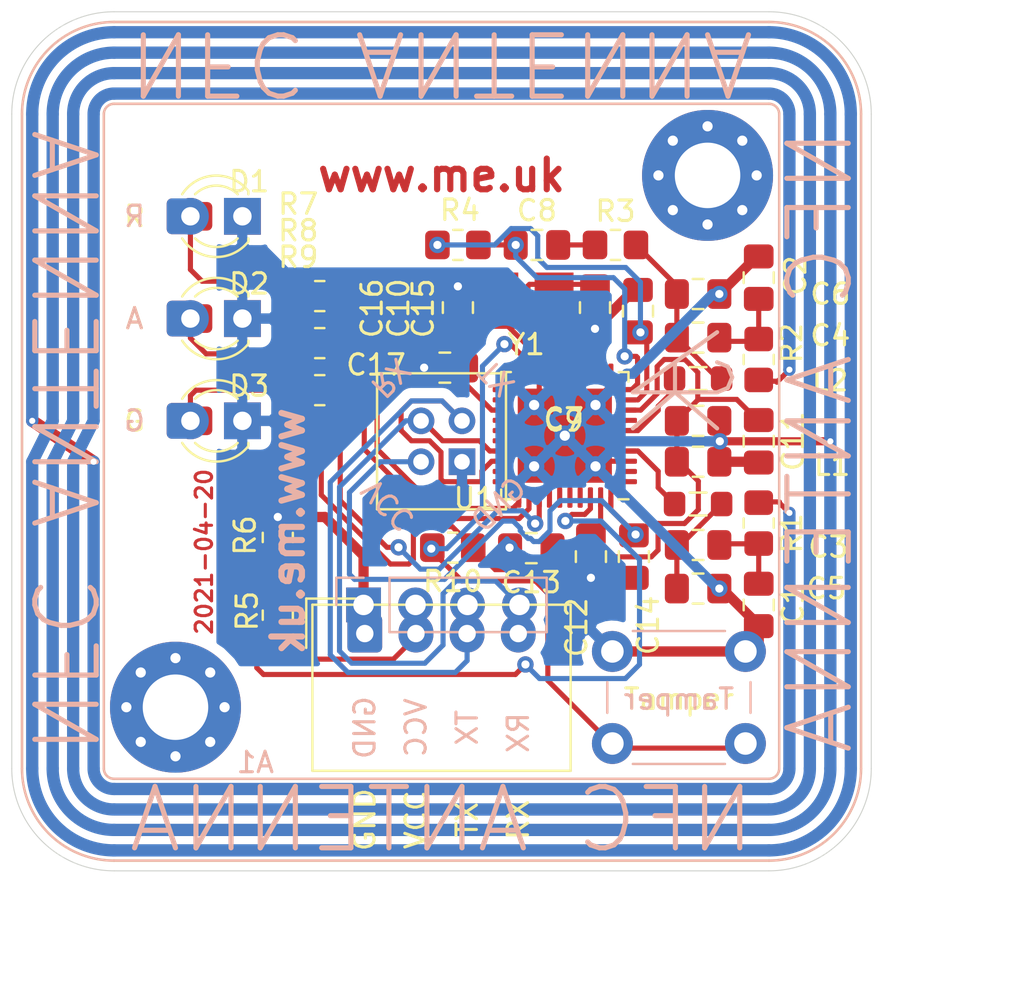
<source format=kicad_pcb>
(kicad_pcb (version 20171130) (host pcbnew "(5.1.9-0-10_14)")

  (general
    (thickness 1.6)
    (drawings 35)
    (tracks 334)
    (zones 0)
    (modules 42)
    (nets 42)
  )

  (page A4)
  (layers
    (0 F.Cu signal)
    (31 B.Cu signal)
    (32 B.Adhes user)
    (33 F.Adhes user)
    (34 B.Paste user)
    (35 F.Paste user)
    (36 B.SilkS user)
    (37 F.SilkS user)
    (38 B.Mask user)
    (39 F.Mask user)
    (40 Dwgs.User user)
    (41 Cmts.User user)
    (42 Eco1.User user)
    (43 Eco2.User user)
    (44 Edge.Cuts user)
    (45 Margin user)
    (46 B.CrtYd user)
    (47 F.CrtYd user)
    (48 B.Fab user hide)
    (49 F.Fab user hide)
  )

  (setup
    (last_trace_width 0.25)
    (user_trace_width 0.4)
    (user_trace_width 0.5)
    (trace_clearance 0.2)
    (zone_clearance 0.508)
    (zone_45_only no)
    (trace_min 0.2)
    (via_size 0.8)
    (via_drill 0.4)
    (via_min_size 0.4)
    (via_min_drill 0.3)
    (uvia_size 0.3)
    (uvia_drill 0.1)
    (uvias_allowed no)
    (uvia_min_size 0.2)
    (uvia_min_drill 0.1)
    (edge_width 0.05)
    (segment_width 0.2)
    (pcb_text_width 0.3)
    (pcb_text_size 1.5 1.5)
    (mod_edge_width 0.12)
    (mod_text_size 1 1)
    (mod_text_width 0.15)
    (pad_size 1.524 1.524)
    (pad_drill 0.762)
    (pad_to_mask_clearance 0)
    (aux_axis_origin 0 0)
    (visible_elements FFFFFF7F)
    (pcbplotparams
      (layerselection 0x010fc_ffffffff)
      (usegerberextensions false)
      (usegerberattributes true)
      (usegerberadvancedattributes true)
      (creategerberjobfile true)
      (excludeedgelayer true)
      (linewidth 0.100000)
      (plotframeref false)
      (viasonmask false)
      (mode 1)
      (useauxorigin false)
      (hpglpennumber 1)
      (hpglpenspeed 20)
      (hpglpendiameter 15.000000)
      (psnegative false)
      (psa4output false)
      (plotreference true)
      (plotvalue true)
      (plotinvisibletext false)
      (padsonsilk false)
      (subtractmaskfromsilk false)
      (outputformat 1)
      (mirror false)
      (drillshape 0)
      (scaleselection 1)
      (outputdirectory ""))
  )

  (net 0 "")
  (net 1 GND)
  (net 2 "Net-(A1-Pad1)")
  (net 3 "Net-(A1-Pad3)")
  (net 4 "Net-(C3-Pad1)")
  (net 5 "Net-(C4-Pad2)")
  (net 6 +3V3)
  (net 7 "Net-(C8-Pad2)")
  (net 8 "Net-(C8-Pad1)")
  (net 9 +5V)
  (net 10 "Net-(C15-Pad1)")
  (net 11 "Net-(C16-Pad1)")
  (net 12 "Net-(U1-Pad37)")
  (net 13 "Net-(U1-Pad36)")
  (net 14 "Net-(U1-Pad35)")
  (net 15 "Net-(U1-Pad26)")
  (net 16 "Net-(U1-Pad24)")
  (net 17 "Net-(U1-Pad13)")
  (net 18 "Net-(U1-Pad12)")
  (net 19 "Net-(L2-Pad2)")
  (net 20 "Net-(L1-Pad1)")
  (net 21 "Net-(U1-Pad2)")
  (net 22 "Net-(J1-Pad4)")
  (net 23 "Net-(J1-Pad3)")
  (net 24 "Net-(D1-Pad2)")
  (net 25 "Net-(D2-Pad2)")
  (net 26 "Net-(D3-Pad2)")
  (net 27 "Net-(R5-Pad1)")
  (net 28 "Net-(R7-Pad1)")
  (net 29 "Net-(C10-Pad1)")
  (net 30 "Net-(U1-Pad30)")
  (net 31 "Net-(U1-Pad29)")
  (net 32 "Net-(U1-Pad25)")
  (net 33 "Net-(U1-Pad22)")
  (net 34 "Net-(U1-Pad21)")
  (net 35 "Net-(U1-Pad20)")
  (net 36 "Net-(C1-Pad1)")
  (net 37 "Net-(C2-Pad2)")
  (net 38 "Net-(R8-Pad1)")
  (net 39 "Net-(R9-Pad1)")
  (net 40 "Net-(R10-Pad2)")
  (net 41 "Net-(U1-Pad34)")

  (net_class Default "This is the default net class."
    (clearance 0.2)
    (trace_width 0.25)
    (via_dia 0.8)
    (via_drill 0.4)
    (uvia_dia 0.3)
    (uvia_drill 0.1)
    (add_net +3V3)
    (add_net +5V)
    (add_net GND)
    (add_net "Net-(A1-Pad1)")
    (add_net "Net-(A1-Pad3)")
    (add_net "Net-(C1-Pad1)")
    (add_net "Net-(C10-Pad1)")
    (add_net "Net-(C15-Pad1)")
    (add_net "Net-(C16-Pad1)")
    (add_net "Net-(C2-Pad2)")
    (add_net "Net-(C3-Pad1)")
    (add_net "Net-(C4-Pad2)")
    (add_net "Net-(C8-Pad1)")
    (add_net "Net-(C8-Pad2)")
    (add_net "Net-(D1-Pad2)")
    (add_net "Net-(D2-Pad2)")
    (add_net "Net-(D3-Pad2)")
    (add_net "Net-(J1-Pad3)")
    (add_net "Net-(J1-Pad4)")
    (add_net "Net-(L1-Pad1)")
    (add_net "Net-(L2-Pad2)")
    (add_net "Net-(R10-Pad2)")
    (add_net "Net-(R5-Pad1)")
    (add_net "Net-(R7-Pad1)")
    (add_net "Net-(R8-Pad1)")
    (add_net "Net-(R9-Pad1)")
    (add_net "Net-(U1-Pad12)")
    (add_net "Net-(U1-Pad13)")
    (add_net "Net-(U1-Pad2)")
    (add_net "Net-(U1-Pad20)")
    (add_net "Net-(U1-Pad21)")
    (add_net "Net-(U1-Pad22)")
    (add_net "Net-(U1-Pad24)")
    (add_net "Net-(U1-Pad25)")
    (add_net "Net-(U1-Pad26)")
    (add_net "Net-(U1-Pad29)")
    (add_net "Net-(U1-Pad30)")
    (add_net "Net-(U1-Pad34)")
    (add_net "Net-(U1-Pad35)")
    (add_net "Net-(U1-Pad36)")
    (add_net "Net-(U1-Pad37)")
  )

  (module RevK:AJK-Silk (layer B.Cu) (tedit 60411AF0) (tstamp 607F2197)
    (at 136.7 77.1 270)
    (path /607F5B4A)
    (fp_text reference AJK1 (at 0 0 90) (layer B.SilkS) hide
      (effects (font (size 1.27 1.27) (thickness 0.15)) (justify mirror))
    )
    (fp_text value AJK (at 0 0 90) (layer B.SilkS) hide
      (effects (font (size 1.27 1.27) (thickness 0.15)) (justify mirror))
    )
    (fp_line (start 1.27 6.35) (end -0.49471 4.29118) (layer B.SilkS) (width 0.2))
    (fp_line (start -0.4947 4.291) (end -1.9653 4.291) (layer B.SilkS) (width 0.2))
    (fp_line (start -0.49471 4.29118) (end 1.27 2.23235) (layer B.SilkS) (width 0.2))
    (fp_line (start -1.749926 1.712421) (end -1.965288 2.23235) (layer B.SilkS) (width 0.2))
    (fp_line (start -0.710062 1.712421) (end -1.229994 1.49706) (layer B.SilkS) (width 0.2))
    (fp_line (start -1.229994 1.49706) (end -1.749926 1.712421) (layer B.SilkS) (width 0.2))
    (fp_line (start -0.4947 6.35) (end -0.4947 2.23235) (layer B.SilkS) (width 0.2))
    (fp_line (start -0.4947 2.23235) (end -0.710062 1.712421) (layer B.SilkS) (width 0.2))
    (fp_line (start -3.43588 2.23235) (end -0.4947 6.35) (layer B.SilkS) (width 0.2))
  )

  (module Capacitor_SMD:C_0805_2012Metric_Pad1.18x1.45mm_HandSolder (layer F.Cu) (tedit 5F68FEEF) (tstamp 60743740)
    (at 130.4 84.6375 270)
    (descr "Capacitor SMD 0805 (2012 Metric), square (rectangular) end terminal, IPC_7351 nominal with elongated pad for handsoldering. (Body size source: IPC-SM-782 page 76, https://www.pcb-3d.com/wordpress/wp-content/uploads/ipc-sm-782a_amendment_1_and_2.pdf, https://docs.google.com/spreadsheets/d/1BsfQQcO9C6DZCsRaXUlFlo91Tg2WpOkGARC1WS5S8t0/edit?usp=sharing), generated with kicad-footprint-generator")
    (tags "capacitor handsolder")
    (path /607608E5)
    (attr smd)
    (fp_text reference C14 (at 3.3625 -0.7 90) (layer F.SilkS)
      (effects (font (size 1 1) (thickness 0.15)))
    )
    (fp_text value 0.1uF (at 0 1.68 90) (layer F.Fab)
      (effects (font (size 1 1) (thickness 0.15)))
    )
    (fp_text user %R (at 0 0 90) (layer F.Fab)
      (effects (font (size 0.5 0.5) (thickness 0.08)))
    )
    (fp_line (start -1 0.625) (end -1 -0.625) (layer F.Fab) (width 0.1))
    (fp_line (start -1 -0.625) (end 1 -0.625) (layer F.Fab) (width 0.1))
    (fp_line (start 1 -0.625) (end 1 0.625) (layer F.Fab) (width 0.1))
    (fp_line (start 1 0.625) (end -1 0.625) (layer F.Fab) (width 0.1))
    (fp_line (start -0.261252 -0.735) (end 0.261252 -0.735) (layer F.SilkS) (width 0.12))
    (fp_line (start -0.261252 0.735) (end 0.261252 0.735) (layer F.SilkS) (width 0.12))
    (fp_line (start -1.88 0.98) (end -1.88 -0.98) (layer F.CrtYd) (width 0.05))
    (fp_line (start -1.88 -0.98) (end 1.88 -0.98) (layer F.CrtYd) (width 0.05))
    (fp_line (start 1.88 -0.98) (end 1.88 0.98) (layer F.CrtYd) (width 0.05))
    (fp_line (start 1.88 0.98) (end -1.88 0.98) (layer F.CrtYd) (width 0.05))
    (pad 2 smd roundrect (at 1.0375 0 270) (size 1.175 1.45) (layers F.Cu F.Paste F.Mask) (roundrect_rratio 0.212766)
      (net 1 GND))
    (pad 1 smd roundrect (at -1.0375 0 270) (size 1.175 1.45) (layers F.Cu F.Paste F.Mask) (roundrect_rratio 0.212766)
      (net 9 +5V))
    (model ${KISYS3DMOD}/Capacitor_SMD.3dshapes/C_0805_2012Metric.wrl
      (at (xyz 0 0 0))
      (scale (xyz 1 1 1))
      (rotate (xyz 0 0 0))
    )
  )

  (module RevK:PN532-Antenna (layer B.Cu) (tedit 60770EB1) (tstamp 607F0C65)
    (at 121 79)
    (path /6074E4EC)
    (fp_text reference A1 (at -9.1 15.7) (layer B.SilkS)
      (effects (font (size 1 1) (thickness 0.15)) (justify mirror))
    )
    (fp_text value PN532-Antenna (at 0 -23) (layer B.Fab)
      (effects (font (size 1 1) (thickness 0.15)) (justify mirror))
    )
    (fp_arc (start -16 -16) (end -20.5 -16) (angle 90) (layer B.SilkS) (width 0.12))
    (fp_arc (start -16 16) (end -16 20.5) (angle 90) (layer B.SilkS) (width 0.12))
    (fp_arc (start 16 16) (end 20.5 16) (angle 90) (layer B.SilkS) (width 0.12))
    (fp_arc (start 16 -16) (end 16 -20.5) (angle 90) (layer B.SilkS) (width 0.12))
    (fp_arc (start 16 -16) (end 16 -16.5) (angle 90) (layer B.SilkS) (width 0.12))
    (fp_arc (start -16 -16) (end -16.5 -16) (angle 90) (layer B.SilkS) (width 0.12))
    (fp_arc (start -16 16) (end -16 16.5) (angle 90) (layer B.SilkS) (width 0.12))
    (fp_arc (start 16 16) (end 16.5 16) (angle 90) (layer B.SilkS) (width 0.12))
    (fp_arc (start 16 -16) (end 16 -20.5) (angle 90) (layer F.SilkS) (width 0.12))
    (fp_arc (start -16 -16) (end -20.5 -16) (angle 90) (layer F.SilkS) (width 0.12))
    (fp_arc (start -16 16) (end -16 20.5) (angle 90) (layer F.SilkS) (width 0.12))
    (fp_arc (start 16 16) (end 20.5 16) (angle 90) (layer F.SilkS) (width 0.12))
    (fp_arc (start 16 -16) (end 16 -16.5) (angle 90) (layer F.SilkS) (width 0.12))
    (fp_arc (start -16 -16) (end -16.5 -16) (angle 90) (layer F.SilkS) (width 0.12))
    (fp_arc (start -16 16) (end -16 16.5) (angle 90) (layer F.SilkS) (width 0.12))
    (fp_arc (start 16 16) (end 16.5 16) (angle 90) (layer F.SilkS) (width 0.12))
    (fp_text user "NFC ANTENNA" (at 18.5 0 90 unlocked) (layer B.SilkS)
      (effects (font (size 3 3) (thickness 0.25)) (justify mirror))
    )
    (fp_text user "NFC ANTENNA" (at -18.5 0 -90 unlocked) (layer B.SilkS)
      (effects (font (size 3 3) (thickness 0.25)) (justify mirror))
    )
    (fp_text user "NFC ANTENNA" (at 0 -18.5 -180 unlocked) (layer B.SilkS)
      (effects (font (size 3 3) (thickness 0.25)) (justify mirror))
    )
    (fp_text user "NFC ANTENNA" (at 0 18.5 unlocked) (layer B.SilkS)
      (effects (font (size 3 3) (thickness 0.25)) (justify mirror))
    )
    (fp_arc (start 16 -16) (end 16 -21) (angle 90) (layer Dwgs.User) (width 0.12))
    (fp_arc (start -16 -16) (end -21 -16) (angle 90) (layer Dwgs.User) (width 0.12))
    (fp_arc (start -16 16) (end -16 21) (angle 90) (layer Dwgs.User) (width 0.12))
    (fp_arc (start 16 16) (end 21 16) (angle 90) (layer Dwgs.User) (width 0.12))
    (fp_arc (start -16 -16) (end -20 -16) (angle 90) (layer B.Cu) (width 0.6))
    (fp_arc (start -16 -16) (end -19 -16) (angle 90) (layer B.Cu) (width 0.6))
    (fp_arc (start -16 -16) (end -18 -16) (angle 90) (layer B.Cu) (width 0.6))
    (fp_arc (start -16 -16) (end -17 -16) (angle 90) (layer B.Cu) (width 0.6))
    (fp_arc (start -16 16) (end -16 20) (angle 90) (layer B.Cu) (width 0.6))
    (fp_arc (start -16 16) (end -16 19) (angle 90) (layer B.Cu) (width 0.6))
    (fp_arc (start -16 16) (end -16 18) (angle 90) (layer B.Cu) (width 0.6))
    (fp_arc (start -16 16) (end -16 17) (angle 90) (layer B.Cu) (width 0.6))
    (fp_arc (start 16 -16) (end 16 -20) (angle 90) (layer B.Cu) (width 0.6))
    (fp_arc (start 16 -16) (end 16 -19) (angle 90) (layer B.Cu) (width 0.6))
    (fp_arc (start 16 -16) (end 16 -18) (angle 90) (layer B.Cu) (width 0.6))
    (fp_arc (start 16 -16) (end 16 -17) (angle 90) (layer B.Cu) (width 0.6))
    (fp_arc (start 16 16) (end 20 16) (angle 90) (layer B.Cu) (width 0.6))
    (fp_arc (start 16 16) (end 19 16) (angle 90) (layer B.Cu) (width 0.6))
    (fp_arc (start 16 16) (end 18 16) (angle 90) (layer B.Cu) (width 0.6))
    (fp_arc (start 16 16) (end 17 16) (angle 90) (layer B.Cu) (width 0.6))
    (fp_line (start -21 16) (end -21 -16) (layer Dwgs.User) (width 0.12))
    (fp_line (start 16 21) (end -16 21) (layer Dwgs.User) (width 0.12))
    (fp_line (start 21 -16) (end 21 16) (layer Dwgs.User) (width 0.12))
    (fp_line (start -16 -21) (end 16 -21) (layer Dwgs.User) (width 0.12))
    (fp_line (start -16 20) (end 16 20) (layer B.Cu) (width 0.6))
    (fp_line (start 20 16) (end 20 -16) (layer B.Cu) (width 0.6))
    (fp_line (start 16 -20) (end -16 -20) (layer B.Cu) (width 0.6))
    (fp_line (start 19 16) (end 19 -16) (layer B.Cu) (width 0.6))
    (fp_line (start 16 -19) (end -16 -19) (layer B.Cu) (width 0.6))
    (fp_line (start 16 19) (end -16 19) (layer B.Cu) (width 0.6))
    (fp_line (start -16 18) (end 16 18) (layer B.Cu) (width 0.6))
    (fp_line (start 18 16) (end 18 -16) (layer B.Cu) (width 0.6))
    (fp_line (start 16 -18) (end -16 -18) (layer B.Cu) (width 0.6))
    (fp_line (start -16 17) (end 16 17) (layer B.Cu) (width 0.6))
    (fp_line (start 17 16) (end 17 3.5) (layer B.Cu) (width 0.6))
    (fp_line (start 17 -16) (end 17 -3.5) (layer B.Cu) (width 0.6))
    (fp_line (start 16 -17) (end -16 -17) (layer B.Cu) (width 0.6))
    (fp_line (start -17 16) (end -17 1) (layer B.Cu) (width 0.6))
    (fp_line (start -18 16) (end -18 1) (layer B.Cu) (width 0.6))
    (fp_line (start -18 1) (end -17 -1) (layer B.Cu) (width 0.6))
    (fp_line (start -17 -1) (end -17 -16) (layer B.Cu) (width 0.6))
    (fp_line (start -19 16) (end -19 1) (layer B.Cu) (width 0.6))
    (fp_line (start -19 1) (end -18 -1) (layer B.Cu) (width 0.6))
    (fp_line (start -18 -1) (end -18 -16) (layer B.Cu) (width 0.6))
    (fp_line (start -20 16) (end -20 1) (layer B.Cu) (width 0.6))
    (fp_line (start -20 1) (end -19 -1) (layer B.Cu) (width 0.6))
    (fp_line (start -19 -1) (end -19 -16) (layer B.Cu) (width 0.6))
    (fp_line (start -20 -16) (end -20 -1) (layer B.Cu) (width 0.6))
    (fp_line (start -17 1) (end -20 -1) (layer F.Cu) (width 0.6))
    (fp_line (start 16 16.5) (end -16 16.5) (layer F.SilkS) (width 0.12))
    (fp_line (start -16.5 16) (end -16.5 -16) (layer F.SilkS) (width 0.12))
    (fp_line (start -16 -16.5) (end 16 -16.5) (layer F.SilkS) (width 0.12))
    (fp_line (start 16.5 -16) (end 16.5 16) (layer F.SilkS) (width 0.12))
    (fp_line (start 20.5 -16) (end 20.5 16) (layer F.SilkS) (width 0.12))
    (fp_line (start 16 20.5) (end -16 20.5) (layer F.SilkS) (width 0.12))
    (fp_line (start -20.5 16) (end -20.5 -16) (layer F.SilkS) (width 0.12))
    (fp_line (start -16 -20.5) (end 16 -20.5) (layer F.SilkS) (width 0.12))
    (fp_line (start -16.5 16) (end -16.5 -16) (layer B.SilkS) (width 0.12))
    (fp_line (start -20.5 16) (end -20.5 -16) (layer B.SilkS) (width 0.12))
    (fp_line (start -16 16.5) (end 16 16.5) (layer B.SilkS) (width 0.12))
    (fp_line (start 16 20.5) (end -16 20.5) (layer B.SilkS) (width 0.12))
    (fp_line (start 16.5 16) (end 16.5 -16) (layer B.SilkS) (width 0.12))
    (fp_line (start 16 -16.5) (end -16 -16.5) (layer B.SilkS) (width 0.12))
    (fp_line (start -16 -20.5) (end 16 -20.5) (layer B.SilkS) (width 0.12))
    (fp_line (start 20.5 -16) (end 20.5 16) (layer B.SilkS) (width 0.12))
    (pad ~ thru_hole circle (at -20 -1) (size 0.6 0.6) (drill 0.3) (layers *.Cu *.Mask))
    (pad ~ thru_hole circle (at -17 1) (size 0.6 0.6) (drill 0.3) (layers *.Cu *.Mask))
    (pad 3 thru_hole circle (at 17 -3.5) (size 0.6 0.6) (drill 0.3) (layers *.Cu *.Mask)
      (net 3 "Net-(A1-Pad3)"))
    (pad 1 thru_hole circle (at 17 3.5) (size 0.6 0.6) (drill 0.3) (layers *.Cu *.Mask)
      (net 2 "Net-(A1-Pad1)"))
    (pad 2 thru_hole circle (at 19 0) (size 0.6 0.6) (drill 0.3) (layers *.Cu *.Mask)
      (net 1 GND))
  )

  (module Capacitor_SMD:C_0805_2012Metric_Pad1.18x1.45mm_HandSolder (layer F.Cu) (tedit 5F68FEEF) (tstamp 60743773)
    (at 121.1625 75.4 180)
    (descr "Capacitor SMD 0805 (2012 Metric), square (rectangular) end terminal, IPC_7351 nominal with elongated pad for handsoldering. (Body size source: IPC-SM-782 page 76, https://www.pcb-3d.com/wordpress/wp-content/uploads/ipc-sm-782a_amendment_1_and_2.pdf, https://docs.google.com/spreadsheets/d/1BsfQQcO9C6DZCsRaXUlFlo91Tg2WpOkGARC1WS5S8t0/edit?usp=sharing), generated with kicad-footprint-generator")
    (tags "capacitor handsolder")
    (path /607627AA)
    (attr smd)
    (fp_text reference C17 (at 3.3625 0.1375) (layer F.SilkS)
      (effects (font (size 1 1) (thickness 0.15)))
    )
    (fp_text value 0.1uF (at 0 1.68) (layer F.Fab)
      (effects (font (size 1 1) (thickness 0.15)))
    )
    (fp_text user %R (at 0 0) (layer F.Fab)
      (effects (font (size 0.5 0.5) (thickness 0.08)))
    )
    (fp_line (start -1 0.625) (end -1 -0.625) (layer F.Fab) (width 0.1))
    (fp_line (start -1 -0.625) (end 1 -0.625) (layer F.Fab) (width 0.1))
    (fp_line (start 1 -0.625) (end 1 0.625) (layer F.Fab) (width 0.1))
    (fp_line (start 1 0.625) (end -1 0.625) (layer F.Fab) (width 0.1))
    (fp_line (start -0.261252 -0.735) (end 0.261252 -0.735) (layer F.SilkS) (width 0.12))
    (fp_line (start -0.261252 0.735) (end 0.261252 0.735) (layer F.SilkS) (width 0.12))
    (fp_line (start -1.88 0.98) (end -1.88 -0.98) (layer F.CrtYd) (width 0.05))
    (fp_line (start -1.88 -0.98) (end 1.88 -0.98) (layer F.CrtYd) (width 0.05))
    (fp_line (start 1.88 -0.98) (end 1.88 0.98) (layer F.CrtYd) (width 0.05))
    (fp_line (start 1.88 0.98) (end -1.88 0.98) (layer F.CrtYd) (width 0.05))
    (pad 2 smd roundrect (at 1.0375 0 180) (size 1.175 1.45) (layers F.Cu F.Paste F.Mask) (roundrect_rratio 0.212766)
      (net 1 GND))
    (pad 1 smd roundrect (at -1.0375 0 180) (size 1.175 1.45) (layers F.Cu F.Paste F.Mask) (roundrect_rratio 0.212766)
      (net 6 +3V3))
    (model ${KISYS3DMOD}/Capacitor_SMD.3dshapes/C_0805_2012Metric.wrl
      (at (xyz 0 0 0))
      (scale (xyz 1 1 1))
      (rotate (xyz 0 0 0))
    )
  )

  (module Capacitor_SMD:C_0805_2012Metric_Pad1.18x1.45mm_HandSolder (layer F.Cu) (tedit 5F68FEEF) (tstamp 6074C312)
    (at 121.8 72.4625 90)
    (descr "Capacitor SMD 0805 (2012 Metric), square (rectangular) end terminal, IPC_7351 nominal with elongated pad for handsoldering. (Body size source: IPC-SM-782 page 76, https://www.pcb-3d.com/wordpress/wp-content/uploads/ipc-sm-782a_amendment_1_and_2.pdf, https://docs.google.com/spreadsheets/d/1BsfQQcO9C6DZCsRaXUlFlo91Tg2WpOkGARC1WS5S8t0/edit?usp=sharing), generated with kicad-footprint-generator")
    (tags "capacitor handsolder")
    (path /6076408B)
    (attr smd)
    (fp_text reference C16 (at -0.0375 -4.2 270) (layer F.SilkS)
      (effects (font (size 1 1) (thickness 0.15)))
    )
    (fp_text value 22pF (at 0 1.68 90) (layer F.Fab)
      (effects (font (size 1 1) (thickness 0.15)))
    )
    (fp_text user %R (at 0 0 90) (layer F.Fab)
      (effects (font (size 0.5 0.5) (thickness 0.08)))
    )
    (fp_line (start -1 0.625) (end -1 -0.625) (layer F.Fab) (width 0.1))
    (fp_line (start -1 -0.625) (end 1 -0.625) (layer F.Fab) (width 0.1))
    (fp_line (start 1 -0.625) (end 1 0.625) (layer F.Fab) (width 0.1))
    (fp_line (start 1 0.625) (end -1 0.625) (layer F.Fab) (width 0.1))
    (fp_line (start -0.261252 -0.735) (end 0.261252 -0.735) (layer F.SilkS) (width 0.12))
    (fp_line (start -0.261252 0.735) (end 0.261252 0.735) (layer F.SilkS) (width 0.12))
    (fp_line (start -1.88 0.98) (end -1.88 -0.98) (layer F.CrtYd) (width 0.05))
    (fp_line (start -1.88 -0.98) (end 1.88 -0.98) (layer F.CrtYd) (width 0.05))
    (fp_line (start 1.88 -0.98) (end 1.88 0.98) (layer F.CrtYd) (width 0.05))
    (fp_line (start 1.88 0.98) (end -1.88 0.98) (layer F.CrtYd) (width 0.05))
    (pad 2 smd roundrect (at 1.0375 0 90) (size 1.175 1.45) (layers F.Cu F.Paste F.Mask) (roundrect_rratio 0.212766)
      (net 1 GND))
    (pad 1 smd roundrect (at -1.0375 0 90) (size 1.175 1.45) (layers F.Cu F.Paste F.Mask) (roundrect_rratio 0.212766)
      (net 11 "Net-(C16-Pad1)"))
    (model ${KISYS3DMOD}/Capacitor_SMD.3dshapes/C_0805_2012Metric.wrl
      (at (xyz 0 0 0))
      (scale (xyz 1 1 1))
      (rotate (xyz 0 0 0))
    )
  )

  (module Capacitor_SMD:C_0805_2012Metric_Pad1.18x1.45mm_HandSolder (layer F.Cu) (tedit 5F68FEEF) (tstamp 60743751)
    (at 128.5 72.4625 270)
    (descr "Capacitor SMD 0805 (2012 Metric), square (rectangular) end terminal, IPC_7351 nominal with elongated pad for handsoldering. (Body size source: IPC-SM-782 page 76, https://www.pcb-3d.com/wordpress/wp-content/uploads/ipc-sm-782a_amendment_1_and_2.pdf, https://docs.google.com/spreadsheets/d/1BsfQQcO9C6DZCsRaXUlFlo91Tg2WpOkGARC1WS5S8t0/edit?usp=sharing), generated with kicad-footprint-generator")
    (tags "capacitor handsolder")
    (path /60762D5E)
    (attr smd)
    (fp_text reference C15 (at 0.0375 8.4 90) (layer F.SilkS)
      (effects (font (size 1 1) (thickness 0.15)))
    )
    (fp_text value 22pF (at 0 1.68 90) (layer F.Fab)
      (effects (font (size 1 1) (thickness 0.15)))
    )
    (fp_text user %R (at 0 0 90) (layer F.Fab)
      (effects (font (size 0.5 0.5) (thickness 0.08)))
    )
    (fp_line (start -1 0.625) (end -1 -0.625) (layer F.Fab) (width 0.1))
    (fp_line (start -1 -0.625) (end 1 -0.625) (layer F.Fab) (width 0.1))
    (fp_line (start 1 -0.625) (end 1 0.625) (layer F.Fab) (width 0.1))
    (fp_line (start 1 0.625) (end -1 0.625) (layer F.Fab) (width 0.1))
    (fp_line (start -0.261252 -0.735) (end 0.261252 -0.735) (layer F.SilkS) (width 0.12))
    (fp_line (start -0.261252 0.735) (end 0.261252 0.735) (layer F.SilkS) (width 0.12))
    (fp_line (start -1.88 0.98) (end -1.88 -0.98) (layer F.CrtYd) (width 0.05))
    (fp_line (start -1.88 -0.98) (end 1.88 -0.98) (layer F.CrtYd) (width 0.05))
    (fp_line (start 1.88 -0.98) (end 1.88 0.98) (layer F.CrtYd) (width 0.05))
    (fp_line (start 1.88 0.98) (end -1.88 0.98) (layer F.CrtYd) (width 0.05))
    (pad 2 smd roundrect (at 1.0375 0 270) (size 1.175 1.45) (layers F.Cu F.Paste F.Mask) (roundrect_rratio 0.212766)
      (net 1 GND))
    (pad 1 smd roundrect (at -1.0375 0 270) (size 1.175 1.45) (layers F.Cu F.Paste F.Mask) (roundrect_rratio 0.212766)
      (net 10 "Net-(C15-Pad1)"))
    (model ${KISYS3DMOD}/Capacitor_SMD.3dshapes/C_0805_2012Metric.wrl
      (at (xyz 0 0 0))
      (scale (xyz 1 1 1))
      (rotate (xyz 0 0 0))
    )
  )

  (module Capacitor_SMD:C_0805_2012Metric_Pad1.18x1.45mm_HandSolder (layer F.Cu) (tedit 5F68FEEF) (tstamp 6074372F)
    (at 125.3875 84.225 180)
    (descr "Capacitor SMD 0805 (2012 Metric), square (rectangular) end terminal, IPC_7351 nominal with elongated pad for handsoldering. (Body size source: IPC-SM-782 page 76, https://www.pcb-3d.com/wordpress/wp-content/uploads/ipc-sm-782a_amendment_1_and_2.pdf, https://docs.google.com/spreadsheets/d/1BsfQQcO9C6DZCsRaXUlFlo91Tg2WpOkGARC1WS5S8t0/edit?usp=sharing), generated with kicad-footprint-generator")
    (tags "capacitor handsolder")
    (path /60761B18)
    (attr smd)
    (fp_text reference C13 (at 0 -1.68) (layer F.SilkS)
      (effects (font (size 1 1) (thickness 0.15)))
    )
    (fp_text value 4.7uF (at 0 1.68) (layer F.Fab)
      (effects (font (size 1 1) (thickness 0.15)))
    )
    (fp_text user %R (at 0 0) (layer F.Fab)
      (effects (font (size 0.5 0.5) (thickness 0.08)))
    )
    (fp_line (start -1 0.625) (end -1 -0.625) (layer F.Fab) (width 0.1))
    (fp_line (start -1 -0.625) (end 1 -0.625) (layer F.Fab) (width 0.1))
    (fp_line (start 1 -0.625) (end 1 0.625) (layer F.Fab) (width 0.1))
    (fp_line (start 1 0.625) (end -1 0.625) (layer F.Fab) (width 0.1))
    (fp_line (start -0.261252 -0.735) (end 0.261252 -0.735) (layer F.SilkS) (width 0.12))
    (fp_line (start -0.261252 0.735) (end 0.261252 0.735) (layer F.SilkS) (width 0.12))
    (fp_line (start -1.88 0.98) (end -1.88 -0.98) (layer F.CrtYd) (width 0.05))
    (fp_line (start -1.88 -0.98) (end 1.88 -0.98) (layer F.CrtYd) (width 0.05))
    (fp_line (start 1.88 -0.98) (end 1.88 0.98) (layer F.CrtYd) (width 0.05))
    (fp_line (start 1.88 0.98) (end -1.88 0.98) (layer F.CrtYd) (width 0.05))
    (pad 2 smd roundrect (at 1.0375 0 180) (size 1.175 1.45) (layers F.Cu F.Paste F.Mask) (roundrect_rratio 0.212766)
      (net 1 GND))
    (pad 1 smd roundrect (at -1.0375 0 180) (size 1.175 1.45) (layers F.Cu F.Paste F.Mask) (roundrect_rratio 0.212766)
      (net 6 +3V3))
    (model ${KISYS3DMOD}/Capacitor_SMD.3dshapes/C_0805_2012Metric.wrl
      (at (xyz 0 0 0))
      (scale (xyz 1 1 1))
      (rotate (xyz 0 0 0))
    )
  )

  (module Capacitor_SMD:C_0805_2012Metric_Pad1.18x1.45mm_HandSolder (layer F.Cu) (tedit 5F68FEEF) (tstamp 6074371E)
    (at 128.3 84.6375 270)
    (descr "Capacitor SMD 0805 (2012 Metric), square (rectangular) end terminal, IPC_7351 nominal with elongated pad for handsoldering. (Body size source: IPC-SM-782 page 76, https://www.pcb-3d.com/wordpress/wp-content/uploads/ipc-sm-782a_amendment_1_and_2.pdf, https://docs.google.com/spreadsheets/d/1BsfQQcO9C6DZCsRaXUlFlo91Tg2WpOkGARC1WS5S8t0/edit?usp=sharing), generated with kicad-footprint-generator")
    (tags "capacitor handsolder")
    (path /607617F2)
    (attr smd)
    (fp_text reference C12 (at 3.4625 0.7 90) (layer F.SilkS)
      (effects (font (size 1 1) (thickness 0.15)))
    )
    (fp_text value 0.1uF (at 0 1.68 90) (layer F.Fab)
      (effects (font (size 1 1) (thickness 0.15)))
    )
    (fp_text user %R (at 0 0 90) (layer F.Fab)
      (effects (font (size 0.5 0.5) (thickness 0.08)))
    )
    (fp_line (start -1 0.625) (end -1 -0.625) (layer F.Fab) (width 0.1))
    (fp_line (start -1 -0.625) (end 1 -0.625) (layer F.Fab) (width 0.1))
    (fp_line (start 1 -0.625) (end 1 0.625) (layer F.Fab) (width 0.1))
    (fp_line (start 1 0.625) (end -1 0.625) (layer F.Fab) (width 0.1))
    (fp_line (start -0.261252 -0.735) (end 0.261252 -0.735) (layer F.SilkS) (width 0.12))
    (fp_line (start -0.261252 0.735) (end 0.261252 0.735) (layer F.SilkS) (width 0.12))
    (fp_line (start -1.88 0.98) (end -1.88 -0.98) (layer F.CrtYd) (width 0.05))
    (fp_line (start -1.88 -0.98) (end 1.88 -0.98) (layer F.CrtYd) (width 0.05))
    (fp_line (start 1.88 -0.98) (end 1.88 0.98) (layer F.CrtYd) (width 0.05))
    (fp_line (start 1.88 0.98) (end -1.88 0.98) (layer F.CrtYd) (width 0.05))
    (pad 2 smd roundrect (at 1.0375 0 270) (size 1.175 1.45) (layers F.Cu F.Paste F.Mask) (roundrect_rratio 0.212766)
      (net 1 GND))
    (pad 1 smd roundrect (at -1.0375 0 270) (size 1.175 1.45) (layers F.Cu F.Paste F.Mask) (roundrect_rratio 0.212766)
      (net 6 +3V3))
    (model ${KISYS3DMOD}/Capacitor_SMD.3dshapes/C_0805_2012Metric.wrl
      (at (xyz 0 0 0))
      (scale (xyz 1 1 1))
      (rotate (xyz 0 0 0))
    )
  )

  (module Capacitor_SMD:C_0805_2012Metric_Pad1.18x1.45mm_HandSolder (layer F.Cu) (tedit 5F68FEEF) (tstamp 607F5F97)
    (at 136.5 79 270)
    (descr "Capacitor SMD 0805 (2012 Metric), square (rectangular) end terminal, IPC_7351 nominal with elongated pad for handsoldering. (Body size source: IPC-SM-782 page 76, https://www.pcb-3d.com/wordpress/wp-content/uploads/ipc-sm-782a_amendment_1_and_2.pdf, https://docs.google.com/spreadsheets/d/1BsfQQcO9C6DZCsRaXUlFlo91Tg2WpOkGARC1WS5S8t0/edit?usp=sharing), generated with kicad-footprint-generator")
    (tags "capacitor handsolder")
    (path /6078DE67)
    (attr smd)
    (fp_text reference C11 (at 0 -1.68 90) (layer F.SilkS)
      (effects (font (size 1 1) (thickness 0.15)))
    )
    (fp_text value 0.1uF (at 0 1.68 90) (layer F.Fab)
      (effects (font (size 1 1) (thickness 0.15)))
    )
    (fp_text user %R (at 0 0 90) (layer F.Fab)
      (effects (font (size 0.5 0.5) (thickness 0.08)))
    )
    (fp_line (start -1 0.625) (end -1 -0.625) (layer F.Fab) (width 0.1))
    (fp_line (start -1 -0.625) (end 1 -0.625) (layer F.Fab) (width 0.1))
    (fp_line (start 1 -0.625) (end 1 0.625) (layer F.Fab) (width 0.1))
    (fp_line (start 1 0.625) (end -1 0.625) (layer F.Fab) (width 0.1))
    (fp_line (start -0.261252 -0.735) (end 0.261252 -0.735) (layer F.SilkS) (width 0.12))
    (fp_line (start -0.261252 0.735) (end 0.261252 0.735) (layer F.SilkS) (width 0.12))
    (fp_line (start -1.88 0.98) (end -1.88 -0.98) (layer F.CrtYd) (width 0.05))
    (fp_line (start -1.88 -0.98) (end 1.88 -0.98) (layer F.CrtYd) (width 0.05))
    (fp_line (start 1.88 -0.98) (end 1.88 0.98) (layer F.CrtYd) (width 0.05))
    (fp_line (start 1.88 0.98) (end -1.88 0.98) (layer F.CrtYd) (width 0.05))
    (pad 2 smd roundrect (at 1.0375 0 270) (size 1.175 1.45) (layers F.Cu F.Paste F.Mask) (roundrect_rratio 0.212766)
      (net 1 GND))
    (pad 1 smd roundrect (at -1.0375 0 270) (size 1.175 1.45) (layers F.Cu F.Paste F.Mask) (roundrect_rratio 0.212766)
      (net 6 +3V3))
    (model ${KISYS3DMOD}/Capacitor_SMD.3dshapes/C_0805_2012Metric.wrl
      (at (xyz 0 0 0))
      (scale (xyz 1 1 1))
      (rotate (xyz 0 0 0))
    )
  )

  (module Capacitor_SMD:C_0805_2012Metric_Pad1.18x1.45mm_HandSolder (layer F.Cu) (tedit 5F68FEEF) (tstamp 607F2FB8)
    (at 130.6 72.6375 90)
    (descr "Capacitor SMD 0805 (2012 Metric), square (rectangular) end terminal, IPC_7351 nominal with elongated pad for handsoldering. (Body size source: IPC-SM-782 page 76, https://www.pcb-3d.com/wordpress/wp-content/uploads/ipc-sm-782a_amendment_1_and_2.pdf, https://docs.google.com/spreadsheets/d/1BsfQQcO9C6DZCsRaXUlFlo91Tg2WpOkGARC1WS5S8t0/edit?usp=sharing), generated with kicad-footprint-generator")
    (tags "capacitor handsolder")
    (path /6075D8AC)
    (attr smd)
    (fp_text reference C10 (at 0.1375 -11.7 90) (layer F.SilkS)
      (effects (font (size 1 1) (thickness 0.15)))
    )
    (fp_text value 0.1uF (at 0 1.68 90) (layer F.Fab)
      (effects (font (size 1 1) (thickness 0.15)))
    )
    (fp_text user %R (at 0 0 90) (layer F.Fab)
      (effects (font (size 0.5 0.5) (thickness 0.08)))
    )
    (fp_line (start -1 0.625) (end -1 -0.625) (layer F.Fab) (width 0.1))
    (fp_line (start -1 -0.625) (end 1 -0.625) (layer F.Fab) (width 0.1))
    (fp_line (start 1 -0.625) (end 1 0.625) (layer F.Fab) (width 0.1))
    (fp_line (start 1 0.625) (end -1 0.625) (layer F.Fab) (width 0.1))
    (fp_line (start -0.261252 -0.735) (end 0.261252 -0.735) (layer F.SilkS) (width 0.12))
    (fp_line (start -0.261252 0.735) (end 0.261252 0.735) (layer F.SilkS) (width 0.12))
    (fp_line (start -1.88 0.98) (end -1.88 -0.98) (layer F.CrtYd) (width 0.05))
    (fp_line (start -1.88 -0.98) (end 1.88 -0.98) (layer F.CrtYd) (width 0.05))
    (fp_line (start 1.88 -0.98) (end 1.88 0.98) (layer F.CrtYd) (width 0.05))
    (fp_line (start 1.88 0.98) (end -1.88 0.98) (layer F.CrtYd) (width 0.05))
    (pad 2 smd roundrect (at 1.0375 0 90) (size 1.175 1.45) (layers F.Cu F.Paste F.Mask) (roundrect_rratio 0.212766)
      (net 1 GND))
    (pad 1 smd roundrect (at -1.0375 0 90) (size 1.175 1.45) (layers F.Cu F.Paste F.Mask) (roundrect_rratio 0.212766)
      (net 29 "Net-(C10-Pad1)"))
    (model ${KISYS3DMOD}/Capacitor_SMD.3dshapes/C_0805_2012Metric.wrl
      (at (xyz 0 0 0))
      (scale (xyz 1 1 1))
      (rotate (xyz 0 0 0))
    )
  )

  (module Capacitor_SMD:C_0805_2012Metric_Pad1.18x1.45mm_HandSolder (layer F.Cu) (tedit 5F68FEEF) (tstamp 607F5570)
    (at 133.5375 78)
    (descr "Capacitor SMD 0805 (2012 Metric), square (rectangular) end terminal, IPC_7351 nominal with elongated pad for handsoldering. (Body size source: IPC-SM-782 page 76, https://www.pcb-3d.com/wordpress/wp-content/uploads/ipc-sm-782a_amendment_1_and_2.pdf, https://docs.google.com/spreadsheets/d/1BsfQQcO9C6DZCsRaXUlFlo91Tg2WpOkGARC1WS5S8t0/edit?usp=sharing), generated with kicad-footprint-generator")
    (tags "capacitor handsolder")
    (path /6075F2FD)
    (attr smd)
    (fp_text reference C9 (at -6.5625 0) (layer F.SilkS)
      (effects (font (size 1 1) (thickness 0.15)))
    )
    (fp_text value 4.7uF (at 0 1.68) (layer F.Fab)
      (effects (font (size 1 1) (thickness 0.15)))
    )
    (fp_text user %R (at 0 0) (layer F.Fab)
      (effects (font (size 0.5 0.5) (thickness 0.08)))
    )
    (fp_line (start -1 0.625) (end -1 -0.625) (layer F.Fab) (width 0.1))
    (fp_line (start -1 -0.625) (end 1 -0.625) (layer F.Fab) (width 0.1))
    (fp_line (start 1 -0.625) (end 1 0.625) (layer F.Fab) (width 0.1))
    (fp_line (start 1 0.625) (end -1 0.625) (layer F.Fab) (width 0.1))
    (fp_line (start -0.261252 -0.735) (end 0.261252 -0.735) (layer F.SilkS) (width 0.12))
    (fp_line (start -0.261252 0.735) (end 0.261252 0.735) (layer F.SilkS) (width 0.12))
    (fp_line (start -1.88 0.98) (end -1.88 -0.98) (layer F.CrtYd) (width 0.05))
    (fp_line (start -1.88 -0.98) (end 1.88 -0.98) (layer F.CrtYd) (width 0.05))
    (fp_line (start 1.88 -0.98) (end 1.88 0.98) (layer F.CrtYd) (width 0.05))
    (fp_line (start 1.88 0.98) (end -1.88 0.98) (layer F.CrtYd) (width 0.05))
    (pad 2 smd roundrect (at 1.0375 0) (size 1.175 1.45) (layers F.Cu F.Paste F.Mask) (roundrect_rratio 0.212766)
      (net 1 GND))
    (pad 1 smd roundrect (at -1.0375 0) (size 1.175 1.45) (layers F.Cu F.Paste F.Mask) (roundrect_rratio 0.212766)
      (net 6 +3V3))
    (model ${KISYS3DMOD}/Capacitor_SMD.3dshapes/C_0805_2012Metric.wrl
      (at (xyz 0 0 0))
      (scale (xyz 1 1 1))
      (rotate (xyz 0 0 0))
    )
  )

  (module Capacitor_SMD:C_0805_2012Metric_Pad1.18x1.45mm_HandSolder (layer F.Cu) (tedit 5F68FEEF) (tstamp 60767C52)
    (at 125.6625 69.4)
    (descr "Capacitor SMD 0805 (2012 Metric), square (rectangular) end terminal, IPC_7351 nominal with elongated pad for handsoldering. (Body size source: IPC-SM-782 page 76, https://www.pcb-3d.com/wordpress/wp-content/uploads/ipc-sm-782a_amendment_1_and_2.pdf, https://docs.google.com/spreadsheets/d/1BsfQQcO9C6DZCsRaXUlFlo91Tg2WpOkGARC1WS5S8t0/edit?usp=sharing), generated with kicad-footprint-generator")
    (tags "capacitor handsolder")
    (path /6075C646)
    (attr smd)
    (fp_text reference C8 (at 0 -1.68) (layer F.SilkS)
      (effects (font (size 1 1) (thickness 0.15)))
    )
    (fp_text value 1nF (at 0 1.68) (layer F.Fab)
      (effects (font (size 1 1) (thickness 0.15)))
    )
    (fp_text user %R (at 0 0) (layer F.Fab)
      (effects (font (size 0.5 0.5) (thickness 0.08)))
    )
    (fp_line (start -1 0.625) (end -1 -0.625) (layer F.Fab) (width 0.1))
    (fp_line (start -1 -0.625) (end 1 -0.625) (layer F.Fab) (width 0.1))
    (fp_line (start 1 -0.625) (end 1 0.625) (layer F.Fab) (width 0.1))
    (fp_line (start 1 0.625) (end -1 0.625) (layer F.Fab) (width 0.1))
    (fp_line (start -0.261252 -0.735) (end 0.261252 -0.735) (layer F.SilkS) (width 0.12))
    (fp_line (start -0.261252 0.735) (end 0.261252 0.735) (layer F.SilkS) (width 0.12))
    (fp_line (start -1.88 0.98) (end -1.88 -0.98) (layer F.CrtYd) (width 0.05))
    (fp_line (start -1.88 -0.98) (end 1.88 -0.98) (layer F.CrtYd) (width 0.05))
    (fp_line (start 1.88 -0.98) (end 1.88 0.98) (layer F.CrtYd) (width 0.05))
    (fp_line (start 1.88 0.98) (end -1.88 0.98) (layer F.CrtYd) (width 0.05))
    (pad 2 smd roundrect (at 1.0375 0) (size 1.175 1.45) (layers F.Cu F.Paste F.Mask) (roundrect_rratio 0.212766)
      (net 7 "Net-(C8-Pad2)"))
    (pad 1 smd roundrect (at -1.0375 0) (size 1.175 1.45) (layers F.Cu F.Paste F.Mask) (roundrect_rratio 0.212766)
      (net 8 "Net-(C8-Pad1)"))
    (model ${KISYS3DMOD}/Capacitor_SMD.3dshapes/C_0805_2012Metric.wrl
      (at (xyz 0 0 0))
      (scale (xyz 1 1 1))
      (rotate (xyz 0 0 0))
    )
  )

  (module Capacitor_SMD:C_0805_2012Metric_Pad1.18x1.45mm_HandSolder (layer F.Cu) (tedit 5F68FEEF) (tstamp 607F3809)
    (at 133.5375 80)
    (descr "Capacitor SMD 0805 (2012 Metric), square (rectangular) end terminal, IPC_7351 nominal with elongated pad for handsoldering. (Body size source: IPC-SM-782 page 76, https://www.pcb-3d.com/wordpress/wp-content/uploads/ipc-sm-782a_amendment_1_and_2.pdf, https://docs.google.com/spreadsheets/d/1BsfQQcO9C6DZCsRaXUlFlo91Tg2WpOkGARC1WS5S8t0/edit?usp=sharing), generated with kicad-footprint-generator")
    (tags "capacitor handsolder")
    (path /6075FD74)
    (attr smd)
    (fp_text reference C7 (at -6.5625 -2.1) (layer F.SilkS)
      (effects (font (size 1 1) (thickness 0.15)))
    )
    (fp_text value 0.1uF (at 0 1.68) (layer F.Fab)
      (effects (font (size 1 1) (thickness 0.15)))
    )
    (fp_text user %R (at 0 0) (layer F.Fab)
      (effects (font (size 0.5 0.5) (thickness 0.08)))
    )
    (fp_line (start -1 0.625) (end -1 -0.625) (layer F.Fab) (width 0.1))
    (fp_line (start -1 -0.625) (end 1 -0.625) (layer F.Fab) (width 0.1))
    (fp_line (start 1 -0.625) (end 1 0.625) (layer F.Fab) (width 0.1))
    (fp_line (start 1 0.625) (end -1 0.625) (layer F.Fab) (width 0.1))
    (fp_line (start -0.261252 -0.735) (end 0.261252 -0.735) (layer F.SilkS) (width 0.12))
    (fp_line (start -0.261252 0.735) (end 0.261252 0.735) (layer F.SilkS) (width 0.12))
    (fp_line (start -1.88 0.98) (end -1.88 -0.98) (layer F.CrtYd) (width 0.05))
    (fp_line (start -1.88 -0.98) (end 1.88 -0.98) (layer F.CrtYd) (width 0.05))
    (fp_line (start 1.88 -0.98) (end 1.88 0.98) (layer F.CrtYd) (width 0.05))
    (fp_line (start 1.88 0.98) (end -1.88 0.98) (layer F.CrtYd) (width 0.05))
    (pad 2 smd roundrect (at 1.0375 0) (size 1.175 1.45) (layers F.Cu F.Paste F.Mask) (roundrect_rratio 0.212766)
      (net 1 GND))
    (pad 1 smd roundrect (at -1.0375 0) (size 1.175 1.45) (layers F.Cu F.Paste F.Mask) (roundrect_rratio 0.212766)
      (net 6 +3V3))
    (model ${KISYS3DMOD}/Capacitor_SMD.3dshapes/C_0805_2012Metric.wrl
      (at (xyz 0 0 0))
      (scale (xyz 1 1 1))
      (rotate (xyz 0 0 0))
    )
  )

  (module Capacitor_SMD:C_0805_2012Metric_Pad1.18x1.45mm_HandSolder (layer F.Cu) (tedit 5F68FEEF) (tstamp 60758F29)
    (at 133.5375 71.8 180)
    (descr "Capacitor SMD 0805 (2012 Metric), square (rectangular) end terminal, IPC_7351 nominal with elongated pad for handsoldering. (Body size source: IPC-SM-782 page 76, https://www.pcb-3d.com/wordpress/wp-content/uploads/ipc-sm-782a_amendment_1_and_2.pdf, https://docs.google.com/spreadsheets/d/1BsfQQcO9C6DZCsRaXUlFlo91Tg2WpOkGARC1WS5S8t0/edit?usp=sharing), generated with kicad-footprint-generator")
    (tags "capacitor handsolder")
    (path /6075B113)
    (attr smd)
    (fp_text reference C6 (at -6.4625 0) (layer F.SilkS)
      (effects (font (size 1 1) (thickness 0.15)))
    )
    (fp_text value 220pF (at 0 1.68) (layer F.Fab)
      (effects (font (size 1 1) (thickness 0.15)))
    )
    (fp_text user %R (at 0 0) (layer F.Fab)
      (effects (font (size 0.5 0.5) (thickness 0.08)))
    )
    (fp_line (start -1 0.625) (end -1 -0.625) (layer F.Fab) (width 0.1))
    (fp_line (start -1 -0.625) (end 1 -0.625) (layer F.Fab) (width 0.1))
    (fp_line (start 1 -0.625) (end 1 0.625) (layer F.Fab) (width 0.1))
    (fp_line (start 1 0.625) (end -1 0.625) (layer F.Fab) (width 0.1))
    (fp_line (start -0.261252 -0.735) (end 0.261252 -0.735) (layer F.SilkS) (width 0.12))
    (fp_line (start -0.261252 0.735) (end 0.261252 0.735) (layer F.SilkS) (width 0.12))
    (fp_line (start -1.88 0.98) (end -1.88 -0.98) (layer F.CrtYd) (width 0.05))
    (fp_line (start -1.88 -0.98) (end 1.88 -0.98) (layer F.CrtYd) (width 0.05))
    (fp_line (start 1.88 -0.98) (end 1.88 0.98) (layer F.CrtYd) (width 0.05))
    (fp_line (start 1.88 0.98) (end -1.88 0.98) (layer F.CrtYd) (width 0.05))
    (pad 2 smd roundrect (at 1.0375 0 180) (size 1.175 1.45) (layers F.Cu F.Paste F.Mask) (roundrect_rratio 0.212766)
      (net 5 "Net-(C4-Pad2)"))
    (pad 1 smd roundrect (at -1.0375 0 180) (size 1.175 1.45) (layers F.Cu F.Paste F.Mask) (roundrect_rratio 0.212766)
      (net 1 GND))
    (model ${KISYS3DMOD}/Capacitor_SMD.3dshapes/C_0805_2012Metric.wrl
      (at (xyz 0 0 0))
      (scale (xyz 1 1 1))
      (rotate (xyz 0 0 0))
    )
  )

  (module Capacitor_SMD:C_0805_2012Metric_Pad1.18x1.45mm_HandSolder (layer F.Cu) (tedit 5F68FEEF) (tstamp 607436A7)
    (at 133.5375 86.2 180)
    (descr "Capacitor SMD 0805 (2012 Metric), square (rectangular) end terminal, IPC_7351 nominal with elongated pad for handsoldering. (Body size source: IPC-SM-782 page 76, https://www.pcb-3d.com/wordpress/wp-content/uploads/ipc-sm-782a_amendment_1_and_2.pdf, https://docs.google.com/spreadsheets/d/1BsfQQcO9C6DZCsRaXUlFlo91Tg2WpOkGARC1WS5S8t0/edit?usp=sharing), generated with kicad-footprint-generator")
    (tags "capacitor handsolder")
    (path /6075A7AA)
    (attr smd)
    (fp_text reference C5 (at -6.2625 0) (layer F.SilkS)
      (effects (font (size 1 1) (thickness 0.15)))
    )
    (fp_text value 220pF (at 0 1.68) (layer F.Fab)
      (effects (font (size 1 1) (thickness 0.15)))
    )
    (fp_text user %R (at 0 0) (layer F.Fab)
      (effects (font (size 0.5 0.5) (thickness 0.08)))
    )
    (fp_line (start -1 0.625) (end -1 -0.625) (layer F.Fab) (width 0.1))
    (fp_line (start -1 -0.625) (end 1 -0.625) (layer F.Fab) (width 0.1))
    (fp_line (start 1 -0.625) (end 1 0.625) (layer F.Fab) (width 0.1))
    (fp_line (start 1 0.625) (end -1 0.625) (layer F.Fab) (width 0.1))
    (fp_line (start -0.261252 -0.735) (end 0.261252 -0.735) (layer F.SilkS) (width 0.12))
    (fp_line (start -0.261252 0.735) (end 0.261252 0.735) (layer F.SilkS) (width 0.12))
    (fp_line (start -1.88 0.98) (end -1.88 -0.98) (layer F.CrtYd) (width 0.05))
    (fp_line (start -1.88 -0.98) (end 1.88 -0.98) (layer F.CrtYd) (width 0.05))
    (fp_line (start 1.88 -0.98) (end 1.88 0.98) (layer F.CrtYd) (width 0.05))
    (fp_line (start 1.88 0.98) (end -1.88 0.98) (layer F.CrtYd) (width 0.05))
    (pad 2 smd roundrect (at 1.0375 0 180) (size 1.175 1.45) (layers F.Cu F.Paste F.Mask) (roundrect_rratio 0.212766)
      (net 4 "Net-(C3-Pad1)"))
    (pad 1 smd roundrect (at -1.0375 0 180) (size 1.175 1.45) (layers F.Cu F.Paste F.Mask) (roundrect_rratio 0.212766)
      (net 1 GND))
    (model ${KISYS3DMOD}/Capacitor_SMD.3dshapes/C_0805_2012Metric.wrl
      (at (xyz 0 0 0))
      (scale (xyz 1 1 1))
      (rotate (xyz 0 0 0))
    )
  )

  (module Capacitor_SMD:C_0805_2012Metric_Pad1.18x1.45mm_HandSolder (layer F.Cu) (tedit 5F68FEEF) (tstamp 60762E29)
    (at 133.5375 73.931428 180)
    (descr "Capacitor SMD 0805 (2012 Metric), square (rectangular) end terminal, IPC_7351 nominal with elongated pad for handsoldering. (Body size source: IPC-SM-782 page 76, https://www.pcb-3d.com/wordpress/wp-content/uploads/ipc-sm-782a_amendment_1_and_2.pdf, https://docs.google.com/spreadsheets/d/1BsfQQcO9C6DZCsRaXUlFlo91Tg2WpOkGARC1WS5S8t0/edit?usp=sharing), generated with kicad-footprint-generator")
    (tags "capacitor handsolder")
    (path /60759861)
    (attr smd)
    (fp_text reference C4 (at -6.4625 0.1) (layer F.SilkS)
      (effects (font (size 1 1) (thickness 0.15)))
    )
    (fp_text value 22pF (at 0 1.68) (layer F.Fab)
      (effects (font (size 1 1) (thickness 0.15)))
    )
    (fp_text user %R (at 0 0) (layer F.Fab)
      (effects (font (size 0.5 0.5) (thickness 0.08)))
    )
    (fp_line (start -1 0.625) (end -1 -0.625) (layer F.Fab) (width 0.1))
    (fp_line (start -1 -0.625) (end 1 -0.625) (layer F.Fab) (width 0.1))
    (fp_line (start 1 -0.625) (end 1 0.625) (layer F.Fab) (width 0.1))
    (fp_line (start 1 0.625) (end -1 0.625) (layer F.Fab) (width 0.1))
    (fp_line (start -0.261252 -0.735) (end 0.261252 -0.735) (layer F.SilkS) (width 0.12))
    (fp_line (start -0.261252 0.735) (end 0.261252 0.735) (layer F.SilkS) (width 0.12))
    (fp_line (start -1.88 0.98) (end -1.88 -0.98) (layer F.CrtYd) (width 0.05))
    (fp_line (start -1.88 -0.98) (end 1.88 -0.98) (layer F.CrtYd) (width 0.05))
    (fp_line (start 1.88 -0.98) (end 1.88 0.98) (layer F.CrtYd) (width 0.05))
    (fp_line (start 1.88 0.98) (end -1.88 0.98) (layer F.CrtYd) (width 0.05))
    (pad 2 smd roundrect (at 1.0375 0 180) (size 1.175 1.45) (layers F.Cu F.Paste F.Mask) (roundrect_rratio 0.212766)
      (net 5 "Net-(C4-Pad2)"))
    (pad 1 smd roundrect (at -1.0375 0 180) (size 1.175 1.45) (layers F.Cu F.Paste F.Mask) (roundrect_rratio 0.212766)
      (net 37 "Net-(C2-Pad2)"))
    (model ${KISYS3DMOD}/Capacitor_SMD.3dshapes/C_0805_2012Metric.wrl
      (at (xyz 0 0 0))
      (scale (xyz 1 1 1))
      (rotate (xyz 0 0 0))
    )
  )

  (module Capacitor_SMD:C_0805_2012Metric_Pad1.18x1.45mm_HandSolder (layer F.Cu) (tedit 5F68FEEF) (tstamp 607F41D0)
    (at 133.5375 84.068568)
    (descr "Capacitor SMD 0805 (2012 Metric), square (rectangular) end terminal, IPC_7351 nominal with elongated pad for handsoldering. (Body size source: IPC-SM-782 page 76, https://www.pcb-3d.com/wordpress/wp-content/uploads/ipc-sm-782a_amendment_1_and_2.pdf, https://docs.google.com/spreadsheets/d/1BsfQQcO9C6DZCsRaXUlFlo91Tg2WpOkGARC1WS5S8t0/edit?usp=sharing), generated with kicad-footprint-generator")
    (tags "capacitor handsolder")
    (path /60758CE7)
    (attr smd)
    (fp_text reference C3 (at 6.3625 0.1) (layer F.SilkS)
      (effects (font (size 1 1) (thickness 0.15)))
    )
    (fp_text value 22pF (at 0 1.68) (layer F.Fab)
      (effects (font (size 1 1) (thickness 0.15)))
    )
    (fp_text user %R (at 0 0) (layer F.Fab)
      (effects (font (size 0.5 0.5) (thickness 0.08)))
    )
    (fp_line (start -1 0.625) (end -1 -0.625) (layer F.Fab) (width 0.1))
    (fp_line (start -1 -0.625) (end 1 -0.625) (layer F.Fab) (width 0.1))
    (fp_line (start 1 -0.625) (end 1 0.625) (layer F.Fab) (width 0.1))
    (fp_line (start 1 0.625) (end -1 0.625) (layer F.Fab) (width 0.1))
    (fp_line (start -0.261252 -0.735) (end 0.261252 -0.735) (layer F.SilkS) (width 0.12))
    (fp_line (start -0.261252 0.735) (end 0.261252 0.735) (layer F.SilkS) (width 0.12))
    (fp_line (start -1.88 0.98) (end -1.88 -0.98) (layer F.CrtYd) (width 0.05))
    (fp_line (start -1.88 -0.98) (end 1.88 -0.98) (layer F.CrtYd) (width 0.05))
    (fp_line (start 1.88 -0.98) (end 1.88 0.98) (layer F.CrtYd) (width 0.05))
    (fp_line (start 1.88 0.98) (end -1.88 0.98) (layer F.CrtYd) (width 0.05))
    (pad 2 smd roundrect (at 1.0375 0) (size 1.175 1.45) (layers F.Cu F.Paste F.Mask) (roundrect_rratio 0.212766)
      (net 36 "Net-(C1-Pad1)"))
    (pad 1 smd roundrect (at -1.0375 0) (size 1.175 1.45) (layers F.Cu F.Paste F.Mask) (roundrect_rratio 0.212766)
      (net 4 "Net-(C3-Pad1)"))
    (model ${KISYS3DMOD}/Capacitor_SMD.3dshapes/C_0805_2012Metric.wrl
      (at (xyz 0 0 0))
      (scale (xyz 1 1 1))
      (rotate (xyz 0 0 0))
    )
  )

  (module Inductor_SMD:L_0805_2012Metric_Pad1.05x1.20mm_HandSolder (layer F.Cu) (tedit 5F68FEF0) (tstamp 60778F54)
    (at 133.5375 75.932856 180)
    (descr "Inductor SMD 0805 (2012 Metric), square (rectangular) end terminal, IPC_7351 nominal with elongated pad for handsoldering. (Body size source: IPC-SM-782 page 80, https://www.pcb-3d.com/wordpress/wp-content/uploads/ipc-sm-782a_amendment_1_and_2.pdf), generated with kicad-footprint-generator")
    (tags "inductor handsolder")
    (path /6075C317)
    (attr smd)
    (fp_text reference L2 (at -6.45 -0.1) (layer F.SilkS)
      (effects (font (size 1 1) (thickness 0.15)))
    )
    (fp_text value 560nH (at 0 1.55) (layer F.Fab)
      (effects (font (size 1 1) (thickness 0.15)))
    )
    (fp_text user %R (at 0 0) (layer F.Fab)
      (effects (font (size 0.5 0.5) (thickness 0.08)))
    )
    (fp_line (start -1 0.45) (end -1 -0.45) (layer F.Fab) (width 0.1))
    (fp_line (start -1 -0.45) (end 1 -0.45) (layer F.Fab) (width 0.1))
    (fp_line (start 1 -0.45) (end 1 0.45) (layer F.Fab) (width 0.1))
    (fp_line (start 1 0.45) (end -1 0.45) (layer F.Fab) (width 0.1))
    (fp_line (start -0.410242 -0.56) (end 0.410242 -0.56) (layer F.SilkS) (width 0.12))
    (fp_line (start -0.410242 0.56) (end 0.410242 0.56) (layer F.SilkS) (width 0.12))
    (fp_line (start -1.92 0.85) (end -1.92 -0.85) (layer F.CrtYd) (width 0.05))
    (fp_line (start -1.92 -0.85) (end 1.92 -0.85) (layer F.CrtYd) (width 0.05))
    (fp_line (start 1.92 -0.85) (end 1.92 0.85) (layer F.CrtYd) (width 0.05))
    (fp_line (start 1.92 0.85) (end -1.92 0.85) (layer F.CrtYd) (width 0.05))
    (pad 2 smd roundrect (at 1.15 0 180) (size 1.05 1.2) (layers F.Cu F.Paste F.Mask) (roundrect_rratio 0.238095)
      (net 19 "Net-(L2-Pad2)"))
    (pad 1 smd roundrect (at -1.15 0 180) (size 1.05 1.2) (layers F.Cu F.Paste F.Mask) (roundrect_rratio 0.238095)
      (net 5 "Net-(C4-Pad2)"))
    (model ${KISYS3DMOD}/Inductor_SMD.3dshapes/L_0805_2012Metric.wrl
      (at (xyz 0 0 0))
      (scale (xyz 1 1 1))
      (rotate (xyz 0 0 0))
    )
  )

  (module Inductor_SMD:L_0805_2012Metric_Pad1.05x1.20mm_HandSolder (layer F.Cu) (tedit 5F68FEF0) (tstamp 607F42B5)
    (at 133.5375 82.06714)
    (descr "Inductor SMD 0805 (2012 Metric), square (rectangular) end terminal, IPC_7351 nominal with elongated pad for handsoldering. (Body size source: IPC-SM-782 page 80, https://www.pcb-3d.com/wordpress/wp-content/uploads/ipc-sm-782a_amendment_1_and_2.pdf), generated with kicad-footprint-generator")
    (tags "inductor handsolder")
    (path /6075BC21)
    (attr smd)
    (fp_text reference L1 (at 6.55 -1.9) (layer F.SilkS)
      (effects (font (size 1 1) (thickness 0.15)))
    )
    (fp_text value 560nH (at 0 1.55) (layer F.Fab)
      (effects (font (size 1 1) (thickness 0.15)))
    )
    (fp_text user %R (at 0 0) (layer F.Fab)
      (effects (font (size 0.5 0.5) (thickness 0.08)))
    )
    (fp_line (start -1 0.45) (end -1 -0.45) (layer F.Fab) (width 0.1))
    (fp_line (start -1 -0.45) (end 1 -0.45) (layer F.Fab) (width 0.1))
    (fp_line (start 1 -0.45) (end 1 0.45) (layer F.Fab) (width 0.1))
    (fp_line (start 1 0.45) (end -1 0.45) (layer F.Fab) (width 0.1))
    (fp_line (start -0.410242 -0.56) (end 0.410242 -0.56) (layer F.SilkS) (width 0.12))
    (fp_line (start -0.410242 0.56) (end 0.410242 0.56) (layer F.SilkS) (width 0.12))
    (fp_line (start -1.92 0.85) (end -1.92 -0.85) (layer F.CrtYd) (width 0.05))
    (fp_line (start -1.92 -0.85) (end 1.92 -0.85) (layer F.CrtYd) (width 0.05))
    (fp_line (start 1.92 -0.85) (end 1.92 0.85) (layer F.CrtYd) (width 0.05))
    (fp_line (start 1.92 0.85) (end -1.92 0.85) (layer F.CrtYd) (width 0.05))
    (pad 2 smd roundrect (at 1.15 0) (size 1.05 1.2) (layers F.Cu F.Paste F.Mask) (roundrect_rratio 0.238095)
      (net 4 "Net-(C3-Pad1)"))
    (pad 1 smd roundrect (at -1.15 0) (size 1.05 1.2) (layers F.Cu F.Paste F.Mask) (roundrect_rratio 0.238095)
      (net 20 "Net-(L1-Pad1)"))
    (model ${KISYS3DMOD}/Inductor_SMD.3dshapes/L_0805_2012Metric.wrl
      (at (xyz 0 0 0))
      (scale (xyz 1 1 1))
      (rotate (xyz 0 0 0))
    )
  )

  (module Capacitor_SMD:C_0805_2012Metric_Pad1.18x1.45mm_HandSolder (layer F.Cu) (tedit 5F68FEEF) (tstamp 607F5FF7)
    (at 136.5 71 270)
    (descr "Capacitor SMD 0805 (2012 Metric), square (rectangular) end terminal, IPC_7351 nominal with elongated pad for handsoldering. (Body size source: IPC-SM-782 page 76, https://www.pcb-3d.com/wordpress/wp-content/uploads/ipc-sm-782a_amendment_1_and_2.pdf, https://docs.google.com/spreadsheets/d/1BsfQQcO9C6DZCsRaXUlFlo91Tg2WpOkGARC1WS5S8t0/edit?usp=sharing), generated with kicad-footprint-generator")
    (tags "capacitor handsolder")
    (path /60757E92)
    (attr smd)
    (fp_text reference C2 (at -0.1 -1.8 270) (layer F.SilkS)
      (effects (font (size 1 1) (thickness 0.15)))
    )
    (fp_text value 200pF (at 0 1.68 90) (layer F.Fab)
      (effects (font (size 1 1) (thickness 0.15)))
    )
    (fp_text user %R (at 0 0 90) (layer F.Fab)
      (effects (font (size 0.5 0.5) (thickness 0.08)))
    )
    (fp_line (start -1 0.625) (end -1 -0.625) (layer F.Fab) (width 0.1))
    (fp_line (start -1 -0.625) (end 1 -0.625) (layer F.Fab) (width 0.1))
    (fp_line (start 1 -0.625) (end 1 0.625) (layer F.Fab) (width 0.1))
    (fp_line (start 1 0.625) (end -1 0.625) (layer F.Fab) (width 0.1))
    (fp_line (start -0.261252 -0.735) (end 0.261252 -0.735) (layer F.SilkS) (width 0.12))
    (fp_line (start -0.261252 0.735) (end 0.261252 0.735) (layer F.SilkS) (width 0.12))
    (fp_line (start -1.88 0.98) (end -1.88 -0.98) (layer F.CrtYd) (width 0.05))
    (fp_line (start -1.88 -0.98) (end 1.88 -0.98) (layer F.CrtYd) (width 0.05))
    (fp_line (start 1.88 -0.98) (end 1.88 0.98) (layer F.CrtYd) (width 0.05))
    (fp_line (start 1.88 0.98) (end -1.88 0.98) (layer F.CrtYd) (width 0.05))
    (pad 2 smd roundrect (at 1.0375 0 270) (size 1.175 1.45) (layers F.Cu F.Paste F.Mask) (roundrect_rratio 0.212766)
      (net 37 "Net-(C2-Pad2)"))
    (pad 1 smd roundrect (at -1.0375 0 270) (size 1.175 1.45) (layers F.Cu F.Paste F.Mask) (roundrect_rratio 0.212766)
      (net 1 GND))
    (model ${KISYS3DMOD}/Capacitor_SMD.3dshapes/C_0805_2012Metric.wrl
      (at (xyz 0 0 0))
      (scale (xyz 1 1 1))
      (rotate (xyz 0 0 0))
    )
  )

  (module Capacitor_SMD:C_0805_2012Metric_Pad1.18x1.45mm_HandSolder (layer F.Cu) (tedit 5F68FEEF) (tstamp 607F5FC7)
    (at 136.5 87 270)
    (descr "Capacitor SMD 0805 (2012 Metric), square (rectangular) end terminal, IPC_7351 nominal with elongated pad for handsoldering. (Body size source: IPC-SM-782 page 76, https://www.pcb-3d.com/wordpress/wp-content/uploads/ipc-sm-782a_amendment_1_and_2.pdf, https://docs.google.com/spreadsheets/d/1BsfQQcO9C6DZCsRaXUlFlo91Tg2WpOkGARC1WS5S8t0/edit?usp=sharing), generated with kicad-footprint-generator")
    (tags "capacitor handsolder")
    (path /60756CAE)
    (attr smd)
    (fp_text reference C1 (at 0 -1.68 90) (layer F.SilkS)
      (effects (font (size 1 1) (thickness 0.15)))
    )
    (fp_text value 200pF (at 0 1.68 90) (layer F.Fab)
      (effects (font (size 1 1) (thickness 0.15)))
    )
    (fp_text user %R (at 0 0 90) (layer F.Fab)
      (effects (font (size 0.5 0.5) (thickness 0.08)))
    )
    (fp_line (start -1 0.625) (end -1 -0.625) (layer F.Fab) (width 0.1))
    (fp_line (start -1 -0.625) (end 1 -0.625) (layer F.Fab) (width 0.1))
    (fp_line (start 1 -0.625) (end 1 0.625) (layer F.Fab) (width 0.1))
    (fp_line (start 1 0.625) (end -1 0.625) (layer F.Fab) (width 0.1))
    (fp_line (start -0.261252 -0.735) (end 0.261252 -0.735) (layer F.SilkS) (width 0.12))
    (fp_line (start -0.261252 0.735) (end 0.261252 0.735) (layer F.SilkS) (width 0.12))
    (fp_line (start -1.88 0.98) (end -1.88 -0.98) (layer F.CrtYd) (width 0.05))
    (fp_line (start -1.88 -0.98) (end 1.88 -0.98) (layer F.CrtYd) (width 0.05))
    (fp_line (start 1.88 -0.98) (end 1.88 0.98) (layer F.CrtYd) (width 0.05))
    (fp_line (start 1.88 0.98) (end -1.88 0.98) (layer F.CrtYd) (width 0.05))
    (pad 2 smd roundrect (at 1.0375 0 270) (size 1.175 1.45) (layers F.Cu F.Paste F.Mask) (roundrect_rratio 0.212766)
      (net 1 GND))
    (pad 1 smd roundrect (at -1.0375 0 270) (size 1.175 1.45) (layers F.Cu F.Paste F.Mask) (roundrect_rratio 0.212766)
      (net 36 "Net-(C1-Pad1)"))
    (model ${KISYS3DMOD}/Capacitor_SMD.3dshapes/C_0805_2012Metric.wrl
      (at (xyz 0 0 0))
      (scale (xyz 1 1 1))
      (rotate (xyz 0 0 0))
    )
  )

  (module Resistor_SMD:R_0805_2012Metric_Pad1.20x1.40mm_HandSolder (layer F.Cu) (tedit 5F68FEEE) (tstamp 607ED562)
    (at 121.55 84.2 180)
    (descr "Resistor SMD 0805 (2012 Metric), square (rectangular) end terminal, IPC_7351 nominal with elongated pad for handsoldering. (Body size source: IPC-SM-782 page 72, https://www.pcb-3d.com/wordpress/wp-content/uploads/ipc-sm-782a_amendment_1_and_2.pdf), generated with kicad-footprint-generator")
    (tags "resistor handsolder")
    (path /6080249E)
    (attr smd)
    (fp_text reference R10 (at 0 -1.65) (layer F.SilkS)
      (effects (font (size 1 1) (thickness 0.15)))
    )
    (fp_text value 10K (at 0 1.65) (layer F.Fab)
      (effects (font (size 1 1) (thickness 0.15)))
    )
    (fp_text user %R (at 0 0) (layer F.Fab)
      (effects (font (size 0.5 0.5) (thickness 0.08)))
    )
    (fp_line (start -1 0.625) (end -1 -0.625) (layer F.Fab) (width 0.1))
    (fp_line (start -1 -0.625) (end 1 -0.625) (layer F.Fab) (width 0.1))
    (fp_line (start 1 -0.625) (end 1 0.625) (layer F.Fab) (width 0.1))
    (fp_line (start 1 0.625) (end -1 0.625) (layer F.Fab) (width 0.1))
    (fp_line (start -0.227064 -0.735) (end 0.227064 -0.735) (layer F.SilkS) (width 0.12))
    (fp_line (start -0.227064 0.735) (end 0.227064 0.735) (layer F.SilkS) (width 0.12))
    (fp_line (start -1.85 0.95) (end -1.85 -0.95) (layer F.CrtYd) (width 0.05))
    (fp_line (start -1.85 -0.95) (end 1.85 -0.95) (layer F.CrtYd) (width 0.05))
    (fp_line (start 1.85 -0.95) (end 1.85 0.95) (layer F.CrtYd) (width 0.05))
    (fp_line (start 1.85 0.95) (end -1.85 0.95) (layer F.CrtYd) (width 0.05))
    (pad 2 smd roundrect (at 1 0 180) (size 1.2 1.4) (layers F.Cu F.Paste F.Mask) (roundrect_rratio 0.208333)
      (net 40 "Net-(R10-Pad2)"))
    (pad 1 smd roundrect (at -1 0 180) (size 1.2 1.4) (layers F.Cu F.Paste F.Mask) (roundrect_rratio 0.208333)
      (net 6 +3V3))
    (model ${KISYS3DMOD}/Resistor_SMD.3dshapes/R_0805_2012Metric.wrl
      (at (xyz 0 0 0))
      (scale (xyz 1 1 1))
      (rotate (xyz 0 0 0))
    )
  )

  (module Resistor_SMD:R_0805_2012Metric_Pad1.20x1.40mm_HandSolder (layer F.Cu) (tedit 5F68FEEE) (tstamp 60745D04)
    (at 115.05 76.5 180)
    (descr "Resistor SMD 0805 (2012 Metric), square (rectangular) end terminal, IPC_7351 nominal with elongated pad for handsoldering. (Body size source: IPC-SM-782 page 72, https://www.pcb-3d.com/wordpress/wp-content/uploads/ipc-sm-782a_amendment_1_and_2.pdf), generated with kicad-footprint-generator")
    (tags "resistor handsolder")
    (path /607ED794)
    (attr smd)
    (fp_text reference R9 (at 1.05 6.5) (layer F.SilkS)
      (effects (font (size 1 1) (thickness 0.15)))
    )
    (fp_text value 680R (at 0 1.65) (layer F.Fab)
      (effects (font (size 1 1) (thickness 0.15)))
    )
    (fp_text user %R (at 0 0) (layer F.Fab)
      (effects (font (size 0.5 0.5) (thickness 0.08)))
    )
    (fp_line (start -1 0.625) (end -1 -0.625) (layer F.Fab) (width 0.1))
    (fp_line (start -1 -0.625) (end 1 -0.625) (layer F.Fab) (width 0.1))
    (fp_line (start 1 -0.625) (end 1 0.625) (layer F.Fab) (width 0.1))
    (fp_line (start 1 0.625) (end -1 0.625) (layer F.Fab) (width 0.1))
    (fp_line (start -0.227064 -0.735) (end 0.227064 -0.735) (layer F.SilkS) (width 0.12))
    (fp_line (start -0.227064 0.735) (end 0.227064 0.735) (layer F.SilkS) (width 0.12))
    (fp_line (start -1.85 0.95) (end -1.85 -0.95) (layer F.CrtYd) (width 0.05))
    (fp_line (start -1.85 -0.95) (end 1.85 -0.95) (layer F.CrtYd) (width 0.05))
    (fp_line (start 1.85 -0.95) (end 1.85 0.95) (layer F.CrtYd) (width 0.05))
    (fp_line (start 1.85 0.95) (end -1.85 0.95) (layer F.CrtYd) (width 0.05))
    (pad 2 smd roundrect (at 1 0 180) (size 1.2 1.4) (layers F.Cu F.Paste F.Mask) (roundrect_rratio 0.208333)
      (net 26 "Net-(D3-Pad2)"))
    (pad 1 smd roundrect (at -1 0 180) (size 1.2 1.4) (layers F.Cu F.Paste F.Mask) (roundrect_rratio 0.208333)
      (net 39 "Net-(R9-Pad1)"))
    (model ${KISYS3DMOD}/Resistor_SMD.3dshapes/R_0805_2012Metric.wrl
      (at (xyz 0 0 0))
      (scale (xyz 1 1 1))
      (rotate (xyz 0 0 0))
    )
  )

  (module Resistor_SMD:R_0805_2012Metric_Pad1.20x1.40mm_HandSolder (layer F.Cu) (tedit 5F68FEEE) (tstamp 6075D01F)
    (at 115.05 74.2 180)
    (descr "Resistor SMD 0805 (2012 Metric), square (rectangular) end terminal, IPC_7351 nominal with elongated pad for handsoldering. (Body size source: IPC-SM-782 page 72, https://www.pcb-3d.com/wordpress/wp-content/uploads/ipc-sm-782a_amendment_1_and_2.pdf), generated with kicad-footprint-generator")
    (tags "resistor handsolder")
    (path /607ED1A6)
    (attr smd)
    (fp_text reference R8 (at 1.05 5.5) (layer F.SilkS)
      (effects (font (size 1 1) (thickness 0.15)))
    )
    (fp_text value 680R (at 0 1.65) (layer F.Fab)
      (effects (font (size 1 1) (thickness 0.15)))
    )
    (fp_text user %R (at 0 0) (layer F.Fab)
      (effects (font (size 0.5 0.5) (thickness 0.08)))
    )
    (fp_line (start -1 0.625) (end -1 -0.625) (layer F.Fab) (width 0.1))
    (fp_line (start -1 -0.625) (end 1 -0.625) (layer F.Fab) (width 0.1))
    (fp_line (start 1 -0.625) (end 1 0.625) (layer F.Fab) (width 0.1))
    (fp_line (start 1 0.625) (end -1 0.625) (layer F.Fab) (width 0.1))
    (fp_line (start -0.227064 -0.735) (end 0.227064 -0.735) (layer F.SilkS) (width 0.12))
    (fp_line (start -0.227064 0.735) (end 0.227064 0.735) (layer F.SilkS) (width 0.12))
    (fp_line (start -1.85 0.95) (end -1.85 -0.95) (layer F.CrtYd) (width 0.05))
    (fp_line (start -1.85 -0.95) (end 1.85 -0.95) (layer F.CrtYd) (width 0.05))
    (fp_line (start 1.85 -0.95) (end 1.85 0.95) (layer F.CrtYd) (width 0.05))
    (fp_line (start 1.85 0.95) (end -1.85 0.95) (layer F.CrtYd) (width 0.05))
    (pad 2 smd roundrect (at 1 0 180) (size 1.2 1.4) (layers F.Cu F.Paste F.Mask) (roundrect_rratio 0.208333)
      (net 25 "Net-(D2-Pad2)"))
    (pad 1 smd roundrect (at -1 0 180) (size 1.2 1.4) (layers F.Cu F.Paste F.Mask) (roundrect_rratio 0.208333)
      (net 38 "Net-(R8-Pad1)"))
    (model ${KISYS3DMOD}/Resistor_SMD.3dshapes/R_0805_2012Metric.wrl
      (at (xyz 0 0 0))
      (scale (xyz 1 1 1))
      (rotate (xyz 0 0 0))
    )
  )

  (module Resistor_SMD:R_0805_2012Metric_Pad1.20x1.40mm_HandSolder (layer F.Cu) (tedit 5F68FEEE) (tstamp 60745CE2)
    (at 115.05 71.9 180)
    (descr "Resistor SMD 0805 (2012 Metric), square (rectangular) end terminal, IPC_7351 nominal with elongated pad for handsoldering. (Body size source: IPC-SM-782 page 72, https://www.pcb-3d.com/wordpress/wp-content/uploads/ipc-sm-782a_amendment_1_and_2.pdf), generated with kicad-footprint-generator")
    (tags "resistor handsolder")
    (path /607EBC51)
    (attr smd)
    (fp_text reference R7 (at 1.05 4.5) (layer F.SilkS)
      (effects (font (size 1 1) (thickness 0.15)))
    )
    (fp_text value 680R (at 0 1.65) (layer F.Fab)
      (effects (font (size 1 1) (thickness 0.15)))
    )
    (fp_text user %R (at 0 0) (layer F.Fab)
      (effects (font (size 0.5 0.5) (thickness 0.08)))
    )
    (fp_line (start -1 0.625) (end -1 -0.625) (layer F.Fab) (width 0.1))
    (fp_line (start -1 -0.625) (end 1 -0.625) (layer F.Fab) (width 0.1))
    (fp_line (start 1 -0.625) (end 1 0.625) (layer F.Fab) (width 0.1))
    (fp_line (start 1 0.625) (end -1 0.625) (layer F.Fab) (width 0.1))
    (fp_line (start -0.227064 -0.735) (end 0.227064 -0.735) (layer F.SilkS) (width 0.12))
    (fp_line (start -0.227064 0.735) (end 0.227064 0.735) (layer F.SilkS) (width 0.12))
    (fp_line (start -1.85 0.95) (end -1.85 -0.95) (layer F.CrtYd) (width 0.05))
    (fp_line (start -1.85 -0.95) (end 1.85 -0.95) (layer F.CrtYd) (width 0.05))
    (fp_line (start 1.85 -0.95) (end 1.85 0.95) (layer F.CrtYd) (width 0.05))
    (fp_line (start 1.85 0.95) (end -1.85 0.95) (layer F.CrtYd) (width 0.05))
    (pad 2 smd roundrect (at 1 0 180) (size 1.2 1.4) (layers F.Cu F.Paste F.Mask) (roundrect_rratio 0.208333)
      (net 24 "Net-(D1-Pad2)"))
    (pad 1 smd roundrect (at -1 0 180) (size 1.2 1.4) (layers F.Cu F.Paste F.Mask) (roundrect_rratio 0.208333)
      (net 28 "Net-(R7-Pad1)"))
    (model ${KISYS3DMOD}/Resistor_SMD.3dshapes/R_0805_2012Metric.wrl
      (at (xyz 0 0 0))
      (scale (xyz 1 1 1))
      (rotate (xyz 0 0 0))
    )
  )

  (module Resistor_SMD:R_0805_2012Metric_Pad1.20x1.40mm_HandSolder (layer F.Cu) (tedit 5F68FEEE) (tstamp 607ED521)
    (at 113 83.7 270)
    (descr "Resistor SMD 0805 (2012 Metric), square (rectangular) end terminal, IPC_7351 nominal with elongated pad for handsoldering. (Body size source: IPC-SM-782 page 72, https://www.pcb-3d.com/wordpress/wp-content/uploads/ipc-sm-782a_amendment_1_and_2.pdf), generated with kicad-footprint-generator")
    (tags "resistor handsolder")
    (path /6080809B)
    (attr smd)
    (fp_text reference R6 (at -0.1 1.6 90) (layer F.SilkS)
      (effects (font (size 1 1) (thickness 0.15)))
    )
    (fp_text value 20K (at 0 1.65 90) (layer F.Fab)
      (effects (font (size 1 1) (thickness 0.15)))
    )
    (fp_text user %R (at 0 0 90) (layer F.Fab)
      (effects (font (size 0.5 0.5) (thickness 0.08)))
    )
    (fp_line (start -1 0.625) (end -1 -0.625) (layer F.Fab) (width 0.1))
    (fp_line (start -1 -0.625) (end 1 -0.625) (layer F.Fab) (width 0.1))
    (fp_line (start 1 -0.625) (end 1 0.625) (layer F.Fab) (width 0.1))
    (fp_line (start 1 0.625) (end -1 0.625) (layer F.Fab) (width 0.1))
    (fp_line (start -0.227064 -0.735) (end 0.227064 -0.735) (layer F.SilkS) (width 0.12))
    (fp_line (start -0.227064 0.735) (end 0.227064 0.735) (layer F.SilkS) (width 0.12))
    (fp_line (start -1.85 0.95) (end -1.85 -0.95) (layer F.CrtYd) (width 0.05))
    (fp_line (start -1.85 -0.95) (end 1.85 -0.95) (layer F.CrtYd) (width 0.05))
    (fp_line (start 1.85 -0.95) (end 1.85 0.95) (layer F.CrtYd) (width 0.05))
    (fp_line (start 1.85 0.95) (end -1.85 0.95) (layer F.CrtYd) (width 0.05))
    (pad 2 smd roundrect (at 1 0 270) (size 1.2 1.4) (layers F.Cu F.Paste F.Mask) (roundrect_rratio 0.208333)
      (net 27 "Net-(R5-Pad1)"))
    (pad 1 smd roundrect (at -1 0 270) (size 1.2 1.4) (layers F.Cu F.Paste F.Mask) (roundrect_rratio 0.208333)
      (net 1 GND))
    (model ${KISYS3DMOD}/Resistor_SMD.3dshapes/R_0805_2012Metric.wrl
      (at (xyz 0 0 0))
      (scale (xyz 1 1 1))
      (rotate (xyz 0 0 0))
    )
  )

  (module Resistor_SMD:R_0805_2012Metric_Pad1.20x1.40mm_HandSolder (layer F.Cu) (tedit 5F68FEEE) (tstamp 607F390C)
    (at 113 87.5 270)
    (descr "Resistor SMD 0805 (2012 Metric), square (rectangular) end terminal, IPC_7351 nominal with elongated pad for handsoldering. (Body size source: IPC-SM-782 page 72, https://www.pcb-3d.com/wordpress/wp-content/uploads/ipc-sm-782a_amendment_1_and_2.pdf), generated with kicad-footprint-generator")
    (tags "resistor handsolder")
    (path /60762055)
    (attr smd)
    (fp_text reference R5 (at -0.2 1.5 90) (layer F.SilkS)
      (effects (font (size 1 1) (thickness 0.15)))
    )
    (fp_text value 10K (at 0 1.65 90) (layer F.Fab)
      (effects (font (size 1 1) (thickness 0.15)))
    )
    (fp_text user %R (at 0 0 90) (layer F.Fab)
      (effects (font (size 0.5 0.5) (thickness 0.08)))
    )
    (fp_line (start -1 0.625) (end -1 -0.625) (layer F.Fab) (width 0.1))
    (fp_line (start -1 -0.625) (end 1 -0.625) (layer F.Fab) (width 0.1))
    (fp_line (start 1 -0.625) (end 1 0.625) (layer F.Fab) (width 0.1))
    (fp_line (start 1 0.625) (end -1 0.625) (layer F.Fab) (width 0.1))
    (fp_line (start -0.227064 -0.735) (end 0.227064 -0.735) (layer F.SilkS) (width 0.12))
    (fp_line (start -0.227064 0.735) (end 0.227064 0.735) (layer F.SilkS) (width 0.12))
    (fp_line (start -1.85 0.95) (end -1.85 -0.95) (layer F.CrtYd) (width 0.05))
    (fp_line (start -1.85 -0.95) (end 1.85 -0.95) (layer F.CrtYd) (width 0.05))
    (fp_line (start 1.85 -0.95) (end 1.85 0.95) (layer F.CrtYd) (width 0.05))
    (fp_line (start 1.85 0.95) (end -1.85 0.95) (layer F.CrtYd) (width 0.05))
    (pad 2 smd roundrect (at 1 0 270) (size 1.2 1.4) (layers F.Cu F.Paste F.Mask) (roundrect_rratio 0.208333)
      (net 9 +5V))
    (pad 1 smd roundrect (at -1 0 270) (size 1.2 1.4) (layers F.Cu F.Paste F.Mask) (roundrect_rratio 0.208333)
      (net 27 "Net-(R5-Pad1)"))
    (model ${KISYS3DMOD}/Resistor_SMD.3dshapes/R_0805_2012Metric.wrl
      (at (xyz 0 0 0))
      (scale (xyz 1 1 1))
      (rotate (xyz 0 0 0))
    )
  )

  (module Resistor_SMD:R_0805_2012Metric_Pad1.20x1.40mm_HandSolder (layer F.Cu) (tedit 5F68FEEE) (tstamp 60767C01)
    (at 121.8 69.4 180)
    (descr "Resistor SMD 0805 (2012 Metric), square (rectangular) end terminal, IPC_7351 nominal with elongated pad for handsoldering. (Body size source: IPC-SM-782 page 72, https://www.pcb-3d.com/wordpress/wp-content/uploads/ipc-sm-782a_amendment_1_and_2.pdf), generated with kicad-footprint-generator")
    (tags "resistor handsolder")
    (path /6075E871)
    (attr smd)
    (fp_text reference R4 (at -0.1 1.7) (layer F.SilkS)
      (effects (font (size 1 1) (thickness 0.15)))
    )
    (fp_text value 1K (at 0 1.65) (layer F.Fab)
      (effects (font (size 1 1) (thickness 0.15)))
    )
    (fp_text user %R (at 0 0) (layer F.Fab)
      (effects (font (size 0.5 0.5) (thickness 0.08)))
    )
    (fp_line (start -1 0.625) (end -1 -0.625) (layer F.Fab) (width 0.1))
    (fp_line (start -1 -0.625) (end 1 -0.625) (layer F.Fab) (width 0.1))
    (fp_line (start 1 -0.625) (end 1 0.625) (layer F.Fab) (width 0.1))
    (fp_line (start 1 0.625) (end -1 0.625) (layer F.Fab) (width 0.1))
    (fp_line (start -0.227064 -0.735) (end 0.227064 -0.735) (layer F.SilkS) (width 0.12))
    (fp_line (start -0.227064 0.735) (end 0.227064 0.735) (layer F.SilkS) (width 0.12))
    (fp_line (start -1.85 0.95) (end -1.85 -0.95) (layer F.CrtYd) (width 0.05))
    (fp_line (start -1.85 -0.95) (end 1.85 -0.95) (layer F.CrtYd) (width 0.05))
    (fp_line (start 1.85 -0.95) (end 1.85 0.95) (layer F.CrtYd) (width 0.05))
    (fp_line (start 1.85 0.95) (end -1.85 0.95) (layer F.CrtYd) (width 0.05))
    (pad 2 smd roundrect (at 1 0 180) (size 1.2 1.4) (layers F.Cu F.Paste F.Mask) (roundrect_rratio 0.208333)
      (net 29 "Net-(C10-Pad1)"))
    (pad 1 smd roundrect (at -1 0 180) (size 1.2 1.4) (layers F.Cu F.Paste F.Mask) (roundrect_rratio 0.208333)
      (net 8 "Net-(C8-Pad1)"))
    (model ${KISYS3DMOD}/Resistor_SMD.3dshapes/R_0805_2012Metric.wrl
      (at (xyz 0 0 0))
      (scale (xyz 1 1 1))
      (rotate (xyz 0 0 0))
    )
  )

  (module Resistor_SMD:R_0805_2012Metric_Pad1.20x1.40mm_HandSolder (layer F.Cu) (tedit 5F68FEEE) (tstamp 6075ABD7)
    (at 129.5 69.4)
    (descr "Resistor SMD 0805 (2012 Metric), square (rectangular) end terminal, IPC_7351 nominal with elongated pad for handsoldering. (Body size source: IPC-SM-782 page 72, https://www.pcb-3d.com/wordpress/wp-content/uploads/ipc-sm-782a_amendment_1_and_2.pdf), generated with kicad-footprint-generator")
    (tags "resistor handsolder")
    (path /6075DE03)
    (attr smd)
    (fp_text reference R3 (at 0 -1.65) (layer F.SilkS)
      (effects (font (size 1 1) (thickness 0.15)))
    )
    (fp_text value 2K7 (at 0 1.65) (layer F.Fab)
      (effects (font (size 1 1) (thickness 0.15)))
    )
    (fp_text user %R (at 0 0) (layer F.Fab)
      (effects (font (size 0.5 0.5) (thickness 0.08)))
    )
    (fp_line (start -1 0.625) (end -1 -0.625) (layer F.Fab) (width 0.1))
    (fp_line (start -1 -0.625) (end 1 -0.625) (layer F.Fab) (width 0.1))
    (fp_line (start 1 -0.625) (end 1 0.625) (layer F.Fab) (width 0.1))
    (fp_line (start 1 0.625) (end -1 0.625) (layer F.Fab) (width 0.1))
    (fp_line (start -0.227064 -0.735) (end 0.227064 -0.735) (layer F.SilkS) (width 0.12))
    (fp_line (start -0.227064 0.735) (end 0.227064 0.735) (layer F.SilkS) (width 0.12))
    (fp_line (start -1.85 0.95) (end -1.85 -0.95) (layer F.CrtYd) (width 0.05))
    (fp_line (start -1.85 -0.95) (end 1.85 -0.95) (layer F.CrtYd) (width 0.05))
    (fp_line (start 1.85 -0.95) (end 1.85 0.95) (layer F.CrtYd) (width 0.05))
    (fp_line (start 1.85 0.95) (end -1.85 0.95) (layer F.CrtYd) (width 0.05))
    (pad 2 smd roundrect (at 1 0) (size 1.2 1.4) (layers F.Cu F.Paste F.Mask) (roundrect_rratio 0.208333)
      (net 5 "Net-(C4-Pad2)"))
    (pad 1 smd roundrect (at -1 0) (size 1.2 1.4) (layers F.Cu F.Paste F.Mask) (roundrect_rratio 0.208333)
      (net 7 "Net-(C8-Pad2)"))
    (model ${KISYS3DMOD}/Resistor_SMD.3dshapes/R_0805_2012Metric.wrl
      (at (xyz 0 0 0))
      (scale (xyz 1 1 1))
      (rotate (xyz 0 0 0))
    )
  )

  (module Resistor_SMD:R_0805_2012Metric_Pad1.20x1.40mm_HandSolder (layer F.Cu) (tedit 5F68FEEE) (tstamp 607F5F67)
    (at 136.5 75 270)
    (descr "Resistor SMD 0805 (2012 Metric), square (rectangular) end terminal, IPC_7351 nominal with elongated pad for handsoldering. (Body size source: IPC-SM-782 page 72, https://www.pcb-3d.com/wordpress/wp-content/uploads/ipc-sm-782a_amendment_1_and_2.pdf), generated with kicad-footprint-generator")
    (tags "resistor handsolder")
    (path /607F7DFF)
    (attr smd)
    (fp_text reference R2 (at -0.8 -1.6 90) (layer F.SilkS)
      (effects (font (size 1 1) (thickness 0.15)))
    )
    (fp_text value 2R (at 0 1.65 90) (layer F.Fab)
      (effects (font (size 1 1) (thickness 0.15)))
    )
    (fp_text user %R (at 0 0 90) (layer F.Fab)
      (effects (font (size 0.5 0.5) (thickness 0.08)))
    )
    (fp_line (start -1 0.625) (end -1 -0.625) (layer F.Fab) (width 0.1))
    (fp_line (start -1 -0.625) (end 1 -0.625) (layer F.Fab) (width 0.1))
    (fp_line (start 1 -0.625) (end 1 0.625) (layer F.Fab) (width 0.1))
    (fp_line (start 1 0.625) (end -1 0.625) (layer F.Fab) (width 0.1))
    (fp_line (start -0.227064 -0.735) (end 0.227064 -0.735) (layer F.SilkS) (width 0.12))
    (fp_line (start -0.227064 0.735) (end 0.227064 0.735) (layer F.SilkS) (width 0.12))
    (fp_line (start -1.85 0.95) (end -1.85 -0.95) (layer F.CrtYd) (width 0.05))
    (fp_line (start -1.85 -0.95) (end 1.85 -0.95) (layer F.CrtYd) (width 0.05))
    (fp_line (start 1.85 -0.95) (end 1.85 0.95) (layer F.CrtYd) (width 0.05))
    (fp_line (start 1.85 0.95) (end -1.85 0.95) (layer F.CrtYd) (width 0.05))
    (pad 2 smd roundrect (at 1 0 270) (size 1.2 1.4) (layers F.Cu F.Paste F.Mask) (roundrect_rratio 0.208333)
      (net 3 "Net-(A1-Pad3)"))
    (pad 1 smd roundrect (at -1 0 270) (size 1.2 1.4) (layers F.Cu F.Paste F.Mask) (roundrect_rratio 0.208333)
      (net 37 "Net-(C2-Pad2)"))
    (model ${KISYS3DMOD}/Resistor_SMD.3dshapes/R_0805_2012Metric.wrl
      (at (xyz 0 0 0))
      (scale (xyz 1 1 1))
      (rotate (xyz 0 0 0))
    )
  )

  (module Resistor_SMD:R_0805_2012Metric_Pad1.20x1.40mm_HandSolder (layer F.Cu) (tedit 5F68FEEE) (tstamp 607F5F37)
    (at 136.5 83 90)
    (descr "Resistor SMD 0805 (2012 Metric), square (rectangular) end terminal, IPC_7351 nominal with elongated pad for handsoldering. (Body size source: IPC-SM-782 page 72, https://www.pcb-3d.com/wordpress/wp-content/uploads/ipc-sm-782a_amendment_1_and_2.pdf), generated with kicad-footprint-generator")
    (tags "resistor handsolder")
    (path /607F6C62)
    (attr smd)
    (fp_text reference R1 (at -0.5 1.6 90) (layer F.SilkS)
      (effects (font (size 1 1) (thickness 0.15)))
    )
    (fp_text value 2R (at 0 1.65 90) (layer F.Fab)
      (effects (font (size 1 1) (thickness 0.15)))
    )
    (fp_text user %R (at 0 0 90) (layer F.Fab)
      (effects (font (size 0.5 0.5) (thickness 0.08)))
    )
    (fp_line (start -1 0.625) (end -1 -0.625) (layer F.Fab) (width 0.1))
    (fp_line (start -1 -0.625) (end 1 -0.625) (layer F.Fab) (width 0.1))
    (fp_line (start 1 -0.625) (end 1 0.625) (layer F.Fab) (width 0.1))
    (fp_line (start 1 0.625) (end -1 0.625) (layer F.Fab) (width 0.1))
    (fp_line (start -0.227064 -0.735) (end 0.227064 -0.735) (layer F.SilkS) (width 0.12))
    (fp_line (start -0.227064 0.735) (end 0.227064 0.735) (layer F.SilkS) (width 0.12))
    (fp_line (start -1.85 0.95) (end -1.85 -0.95) (layer F.CrtYd) (width 0.05))
    (fp_line (start -1.85 -0.95) (end 1.85 -0.95) (layer F.CrtYd) (width 0.05))
    (fp_line (start 1.85 -0.95) (end 1.85 0.95) (layer F.CrtYd) (width 0.05))
    (fp_line (start 1.85 0.95) (end -1.85 0.95) (layer F.CrtYd) (width 0.05))
    (pad 2 smd roundrect (at 1 0 90) (size 1.2 1.4) (layers F.Cu F.Paste F.Mask) (roundrect_rratio 0.208333)
      (net 2 "Net-(A1-Pad1)"))
    (pad 1 smd roundrect (at -1 0 90) (size 1.2 1.4) (layers F.Cu F.Paste F.Mask) (roundrect_rratio 0.208333)
      (net 36 "Net-(C1-Pad1)"))
    (model ${KISYS3DMOD}/Resistor_SMD.3dshapes/R_0805_2012Metric.wrl
      (at (xyz 0 0 0))
      (scale (xyz 1 1 1))
      (rotate (xyz 0 0 0))
    )
  )

  (module "RevK:QFN-40-(hand)-1EP_6x6mm_P0.5mm_EP4.6x4.6mm" (layer F.Cu) (tedit 6077F9D3) (tstamp 60787244)
    (at 127.025 78.725 180)
    (descr "QFN, 40 Pin (http://ww1.microchip.com/downloads/en/PackagingSpec/00000049BQ.pdf#page=295), generated with kicad-footprint-generator ipc_noLead_generator.py")
    (tags "QFN NoLead")
    (path /60753706)
    (attr smd)
    (fp_text reference U1 (at 4.425 -3.075) (layer F.SilkS)
      (effects (font (size 1 1) (thickness 0.15)))
    )
    (fp_text value PN532 (at 0 4.3) (layer F.Fab)
      (effects (font (size 1 1) (thickness 0.15)))
    )
    (fp_text user %R (at 0 0) (layer F.Fab)
      (effects (font (size 1 1) (thickness 0.15)))
    )
    (fp_line (start 3.6 -3.6) (end -3.6 -3.6) (layer F.CrtYd) (width 0.05))
    (fp_line (start 3.6 3.6) (end 3.6 -3.6) (layer F.CrtYd) (width 0.05))
    (fp_line (start -3.6 3.6) (end 3.6 3.6) (layer F.CrtYd) (width 0.05))
    (fp_line (start -3.6 -3.6) (end -3.6 3.6) (layer F.CrtYd) (width 0.05))
    (fp_line (start -3 -2) (end -2 -3) (layer F.Fab) (width 0.1))
    (fp_line (start -3 3) (end -3 -2) (layer F.Fab) (width 0.1))
    (fp_line (start 3 3) (end -3 3) (layer F.Fab) (width 0.1))
    (fp_line (start 3 -3) (end 3 3) (layer F.Fab) (width 0.1))
    (fp_line (start -2 -3) (end 3 -3) (layer F.Fab) (width 0.1))
    (fp_line (start -2.635 -3.11) (end -3.11 -3.11) (layer F.SilkS) (width 0.12))
    (fp_line (start 3.11 3.11) (end 3.11 2.635) (layer F.SilkS) (width 0.12))
    (fp_line (start 2.635 3.11) (end 3.11 3.11) (layer F.SilkS) (width 0.12))
    (fp_line (start -3.11 3.11) (end -3.11 2.635) (layer F.SilkS) (width 0.12))
    (fp_line (start -2.635 3.11) (end -3.11 3.11) (layer F.SilkS) (width 0.12))
    (fp_line (start 3.11 -3.11) (end 3.11 -2.635) (layer F.SilkS) (width 0.12))
    (fp_line (start 2.635 -3.11) (end 3.11 -3.11) (layer F.SilkS) (width 0.12))
    (pad 41 thru_hole circle (at 0 0 180) (size 1 1) (drill 0.5) (layers *.Cu *.Mask)
      (net 1 GND) (clearance 0.5))
    (pad 41 thru_hole circle (at -1.5 1.5 180) (size 1 1) (drill 0.5) (layers *.Cu *.Mask)
      (net 1 GND) (clearance 0.5))
    (pad 41 thru_hole circle (at 1.5 1.5 180) (size 1 1) (drill 0.5) (layers *.Cu *.Mask)
      (net 1 GND) (clearance 0.5))
    (pad 41 thru_hole circle (at 1.5 -1.5 180) (size 1 1) (drill 0.5) (layers *.Cu *.Mask)
      (net 1 GND) (clearance 0.5))
    (pad 41 thru_hole circle (at -1.5 -1.5 180) (size 1 1) (drill 0.5) (layers *.Cu *.Mask)
      (net 1 GND) (clearance 0.5))
    (pad ~ smd circle (at -3 -3 180) (size 0.5 0.5) (layers F.Cu F.Paste F.Mask))
    (pad ~ smd rect (at -3 -3 180) (size 0.2 0.2) (layers F.Cu F.Paste F.Mask)
      (clearance 0.33))
    (pad ~ smd rect (at 3 -3 180) (size 0.2 0.2) (layers F.Cu F.Paste F.Mask)
      (clearance 0.33))
    (pad ~ smd rect (at 3 3 180) (size 0.2 0.2) (layers F.Cu F.Paste F.Mask)
      (clearance 0.33))
    (pad ~ smd rect (at -3 3 180) (size 0.2 0.2) (layers F.Cu F.Paste F.Mask)
      (clearance 0.33))
    (pad "" smd roundrect (at 1.725 1.725 180) (size 0.93 0.93) (layers F.Paste) (roundrect_rratio 0.25))
    (pad "" smd roundrect (at 1.725 0.575 180) (size 0.93 0.93) (layers F.Paste) (roundrect_rratio 0.25))
    (pad "" smd roundrect (at 1.725 -0.575 180) (size 0.93 0.93) (layers F.Paste) (roundrect_rratio 0.25))
    (pad "" smd roundrect (at 1.725 -1.725 180) (size 0.93 0.93) (layers F.Paste) (roundrect_rratio 0.25))
    (pad "" smd roundrect (at 0.575 1.725 180) (size 0.93 0.93) (layers F.Paste) (roundrect_rratio 0.25))
    (pad "" smd roundrect (at 0.575 0.575 180) (size 0.93 0.93) (layers F.Paste) (roundrect_rratio 0.25))
    (pad "" smd roundrect (at 0.575 -0.575 180) (size 0.93 0.93) (layers F.Paste) (roundrect_rratio 0.25))
    (pad "" smd roundrect (at 0.575 -1.725 180) (size 0.93 0.93) (layers F.Paste) (roundrect_rratio 0.25))
    (pad "" smd roundrect (at -0.575 1.725 180) (size 0.93 0.93) (layers F.Paste) (roundrect_rratio 0.25))
    (pad "" smd roundrect (at -0.575 0.575 180) (size 0.93 0.93) (layers F.Paste) (roundrect_rratio 0.25))
    (pad "" smd roundrect (at -0.575 -0.575 180) (size 0.93 0.93) (layers F.Paste) (roundrect_rratio 0.25))
    (pad "" smd roundrect (at -0.575 -1.725 180) (size 0.93 0.93) (layers F.Paste) (roundrect_rratio 0.25))
    (pad "" smd roundrect (at -1.725 1.725 180) (size 0.93 0.93) (layers F.Paste) (roundrect_rratio 0.25))
    (pad "" smd roundrect (at -1.725 0.575 180) (size 0.93 0.93) (layers F.Paste) (roundrect_rratio 0.25))
    (pad "" smd roundrect (at -1.725 -0.575 180) (size 0.93 0.93) (layers F.Paste) (roundrect_rratio 0.25))
    (pad "" smd roundrect (at -1.725 -1.725 180) (size 0.93 0.93) (layers F.Paste) (roundrect_rratio 0.25))
    (pad 41 smd rect (at 0 0 180) (size 4.6 4.6) (layers F.Cu F.Mask)
      (net 1 GND))
    (pad 40 smd roundrect (at -2.25 -3.025 180) (size 0.25 1) (layers F.Cu F.Paste F.Mask) (roundrect_rratio 0.25)
      (net 9 +5V))
    (pad 39 smd roundrect (at -1.75 -3.025 180) (size 0.25 1) (layers F.Cu F.Paste F.Mask) (roundrect_rratio 0.25)
      (net 6 +3V3))
    (pad 38 smd roundrect (at -1.25 -3.025 180) (size 0.25 1) (layers F.Cu F.Paste F.Mask) (roundrect_rratio 0.25)
      (net 27 "Net-(R5-Pad1)"))
    (pad 37 smd roundrect (at -0.75 -3.025 180) (size 0.25 1) (layers F.Cu F.Paste F.Mask) (roundrect_rratio 0.25)
      (net 12 "Net-(U1-Pad37)"))
    (pad 36 smd roundrect (at -0.25 -3.025 180) (size 0.25 1) (layers F.Cu F.Paste F.Mask) (roundrect_rratio 0.25)
      (net 13 "Net-(U1-Pad36)"))
    (pad 35 smd roundrect (at 0.25 -3.025 180) (size 0.25 1) (layers F.Cu F.Paste F.Mask) (roundrect_rratio 0.25)
      (net 14 "Net-(U1-Pad35)"))
    (pad 34 smd roundrect (at 0.75 -3.025 180) (size 0.25 1) (layers F.Cu F.Paste F.Mask) (roundrect_rratio 0.25)
      (net 41 "Net-(U1-Pad34)"))
    (pad 33 smd roundrect (at 1.25 -3.025 180) (size 0.25 1) (layers F.Cu F.Paste F.Mask) (roundrect_rratio 0.25)
      (net 39 "Net-(R9-Pad1)"))
    (pad 32 smd roundrect (at 1.75 -3.025 180) (size 0.25 1) (layers F.Cu F.Paste F.Mask) (roundrect_rratio 0.25)
      (net 38 "Net-(R8-Pad1)"))
    (pad 31 smd roundrect (at 2.25 -3.025 180) (size 0.25 1) (layers F.Cu F.Paste F.Mask) (roundrect_rratio 0.25)
      (net 28 "Net-(R7-Pad1)"))
    (pad 30 smd roundrect (at 3.025 -2.25 180) (size 1 0.25) (layers F.Cu F.Paste F.Mask) (roundrect_rratio 0.25)
      (net 30 "Net-(U1-Pad30)"))
    (pad 29 smd roundrect (at 3.025 -1.75 180) (size 1 0.25) (layers F.Cu F.Paste F.Mask) (roundrect_rratio 0.25)
      (net 31 "Net-(U1-Pad29)"))
    (pad 28 smd roundrect (at 3.025 -1.25 180) (size 1 0.25) (layers F.Cu F.Paste F.Mask) (roundrect_rratio 0.25)
      (net 23 "Net-(J1-Pad3)"))
    (pad 27 smd roundrect (at 3.025 -0.75 180) (size 1 0.25) (layers F.Cu F.Paste F.Mask) (roundrect_rratio 0.25)
      (net 22 "Net-(J1-Pad4)"))
    (pad 26 smd roundrect (at 3.025 -0.25 180) (size 1 0.25) (layers F.Cu F.Paste F.Mask) (roundrect_rratio 0.25)
      (net 15 "Net-(U1-Pad26)"))
    (pad 25 smd roundrect (at 3.025 0.25 180) (size 1 0.25) (layers F.Cu F.Paste F.Mask) (roundrect_rratio 0.25)
      (net 32 "Net-(U1-Pad25)"))
    (pad 24 smd roundrect (at 3.025 0.75 180) (size 1 0.25) (layers F.Cu F.Paste F.Mask) (roundrect_rratio 0.25)
      (net 16 "Net-(U1-Pad24)"))
    (pad 23 smd roundrect (at 3.025 1.25 180) (size 1 0.25) (layers F.Cu F.Paste F.Mask) (roundrect_rratio 0.25)
      (net 6 +3V3))
    (pad 22 smd roundrect (at 3.025 1.75 180) (size 1 0.25) (layers F.Cu F.Paste F.Mask) (roundrect_rratio 0.25)
      (net 33 "Net-(U1-Pad22)"))
    (pad 21 smd roundrect (at 3.025 2.25 180) (size 1 0.25) (layers F.Cu F.Paste F.Mask) (roundrect_rratio 0.25)
      (net 34 "Net-(U1-Pad21)"))
    (pad 20 smd roundrect (at 2.25 3.025 180) (size 0.25 1) (layers F.Cu F.Paste F.Mask) (roundrect_rratio 0.25)
      (net 35 "Net-(U1-Pad20)"))
    (pad 19 smd roundrect (at 1.75 3.025 180) (size 0.25 1) (layers F.Cu F.Paste F.Mask) (roundrect_rratio 0.25)
      (net 40 "Net-(R10-Pad2)"))
    (pad 18 smd roundrect (at 1.25 3.025 180) (size 0.25 1) (layers F.Cu F.Paste F.Mask) (roundrect_rratio 0.25)
      (net 1 GND))
    (pad 17 smd roundrect (at 0.75 3.025 180) (size 0.25 1) (layers F.Cu F.Paste F.Mask) (roundrect_rratio 0.25)
      (net 1 GND))
    (pad 16 smd roundrect (at 0.25 3.025 180) (size 0.25 1) (layers F.Cu F.Paste F.Mask) (roundrect_rratio 0.25)
      (net 1 GND))
    (pad 15 smd roundrect (at -0.25 3.025 180) (size 0.25 1) (layers F.Cu F.Paste F.Mask) (roundrect_rratio 0.25)
      (net 11 "Net-(C16-Pad1)"))
    (pad 14 smd roundrect (at -0.75 3.025 180) (size 0.25 1) (layers F.Cu F.Paste F.Mask) (roundrect_rratio 0.25)
      (net 10 "Net-(C15-Pad1)"))
    (pad 13 smd roundrect (at -1.25 3.025 180) (size 0.25 1) (layers F.Cu F.Paste F.Mask) (roundrect_rratio 0.25)
      (net 17 "Net-(U1-Pad13)"))
    (pad 12 smd roundrect (at -1.75 3.025 180) (size 0.25 1) (layers F.Cu F.Paste F.Mask) (roundrect_rratio 0.25)
      (net 18 "Net-(U1-Pad12)"))
    (pad 11 smd roundrect (at -2.25 3.025 180) (size 0.25 1) (layers F.Cu F.Paste F.Mask) (roundrect_rratio 0.25)
      (net 1 GND))
    (pad 10 smd roundrect (at -3.025 2.25 180) (size 1 0.25) (layers F.Cu F.Paste F.Mask) (roundrect_rratio 0.25)
      (net 8 "Net-(C8-Pad1)"))
    (pad 9 smd roundrect (at -3.025 1.75 180) (size 1 0.25) (layers F.Cu F.Paste F.Mask) (roundrect_rratio 0.25)
      (net 29 "Net-(C10-Pad1)"))
    (pad 8 smd roundrect (at -3.025 1.25 180) (size 1 0.25) (layers F.Cu F.Paste F.Mask) (roundrect_rratio 0.25)
      (net 6 +3V3))
    (pad 7 smd roundrect (at -3.025 0.75 180) (size 1 0.25) (layers F.Cu F.Paste F.Mask) (roundrect_rratio 0.25)
      (net 1 GND))
    (pad 6 smd roundrect (at -3.025 0.25 180) (size 1 0.25) (layers F.Cu F.Paste F.Mask) (roundrect_rratio 0.25)
      (net 19 "Net-(L2-Pad2)"))
    (pad 5 smd roundrect (at -3.025 -0.25 180) (size 1 0.25) (layers F.Cu F.Paste F.Mask) (roundrect_rratio 0.25)
      (net 6 +3V3))
    (pad 4 smd roundrect (at -3.025 -0.75 180) (size 1 0.25) (layers F.Cu F.Paste F.Mask) (roundrect_rratio 0.25)
      (net 20 "Net-(L1-Pad1)"))
    (pad 3 smd roundrect (at -3.025 -1.25 180) (size 1 0.25) (layers F.Cu F.Paste F.Mask) (roundrect_rratio 0.25)
      (net 1 GND))
    (pad 2 smd roundrect (at -3.025 -1.75 180) (size 1 0.25) (layers F.Cu F.Paste F.Mask) (roundrect_rratio 0.25)
      (net 21 "Net-(U1-Pad2)"))
    (pad 1 smd roundrect (at -3.025 -2.25 180) (size 1 0.25) (layers F.Cu F.Paste F.Mask) (roundrect_rratio 0.25)
      (net 1 GND))
    (model ${KISYS3DMOD}/Package_DFN_QFN.3dshapes/QFN-40-1EP_6x6mm_P0.5mm_EP4.6x4.6mm.wrl
      (at (xyz 0 0 0))
      (scale (xyz 1 1 1))
      (rotate (xyz 0 0 0))
    )
  )

  (module Connector_PinHeader_2.54mm:PinHeader_1x04_P2.54mm_Vertical (layer B.Cu) (tedit 59FED5CC) (tstamp 6074519D)
    (at 117.19 87 270)
    (descr "Through hole straight pin header, 1x04, 2.54mm pitch, single row")
    (tags "Through hole pin header THT 1x04 2.54mm single row")
    (path /607D09FB)
    (fp_text reference J1 (at 0 2.33 270) (layer B.SilkS) hide
      (effects (font (size 1 1) (thickness 0.15)) (justify mirror))
    )
    (fp_text value Header (at 0 -9.95 270) (layer B.Fab)
      (effects (font (size 1 1) (thickness 0.15)) (justify mirror))
    )
    (fp_text user %R (at 0 -3.81) (layer B.Fab)
      (effects (font (size 1 1) (thickness 0.15)) (justify mirror))
    )
    (fp_line (start -0.635 1.27) (end 1.27 1.27) (layer B.Fab) (width 0.1))
    (fp_line (start 1.27 1.27) (end 1.27 -8.89) (layer B.Fab) (width 0.1))
    (fp_line (start 1.27 -8.89) (end -1.27 -8.89) (layer B.Fab) (width 0.1))
    (fp_line (start -1.27 -8.89) (end -1.27 0.635) (layer B.Fab) (width 0.1))
    (fp_line (start -1.27 0.635) (end -0.635 1.27) (layer B.Fab) (width 0.1))
    (fp_line (start -1.33 -8.95) (end 1.33 -8.95) (layer B.SilkS) (width 0.12))
    (fp_line (start -1.33 -1.27) (end -1.33 -8.95) (layer B.SilkS) (width 0.12))
    (fp_line (start 1.33 -1.27) (end 1.33 -8.95) (layer B.SilkS) (width 0.12))
    (fp_line (start -1.33 -1.27) (end 1.33 -1.27) (layer B.SilkS) (width 0.12))
    (fp_line (start -1.33 0) (end -1.33 1.33) (layer B.SilkS) (width 0.12))
    (fp_line (start -1.33 1.33) (end 0 1.33) (layer B.SilkS) (width 0.12))
    (fp_line (start -1.8 1.8) (end -1.8 -9.4) (layer B.CrtYd) (width 0.05))
    (fp_line (start -1.8 -9.4) (end 1.8 -9.4) (layer B.CrtYd) (width 0.05))
    (fp_line (start 1.8 -9.4) (end 1.8 1.8) (layer B.CrtYd) (width 0.05))
    (fp_line (start 1.8 1.8) (end -1.8 1.8) (layer B.CrtYd) (width 0.05))
    (pad 4 thru_hole oval (at 0 -7.62 270) (size 1.7 1.7) (drill 1) (layers *.Cu *.Mask)
      (net 22 "Net-(J1-Pad4)"))
    (pad 3 thru_hole oval (at 0 -5.08 270) (size 1.7 1.7) (drill 1) (layers *.Cu *.Mask)
      (net 23 "Net-(J1-Pad3)"))
    (pad 2 thru_hole oval (at 0 -2.54 270) (size 1.7 1.7) (drill 1) (layers *.Cu *.Mask)
      (net 9 +5V))
    (pad 1 thru_hole rect (at 0 0 270) (size 1.7 1.7) (drill 1) (layers *.Cu *.Mask)
      (net 1 GND))
    (model ${KISYS3DMOD}/Connector_PinHeader_2.54mm.3dshapes/PinHeader_1x04_P2.54mm_Vertical.wrl
      (at (xyz 0 0 0))
      (scale (xyz 1 1 1))
      (rotate (xyz 0 0 0))
    )
  )

  (module Connector_Molex:Molex_SPOX_5268-04A_1x04_P2.50mm_Horizontal (layer F.Cu) (tedit 60421C79) (tstamp 607FA7F4)
    (at 117.25 88.4)
    (descr "Molex SPOX Connector System, 5268-04A, 4 Pins per row (https://www.molex.com/pdm_docs/sd/022057045_sd.pdf), generated with kicad-footprint-generator")
    (tags "connector Molex SPOX horizontal")
    (path /607D486C)
    (fp_text reference J2 (at -1.9 -0.6) (layer F.SilkS) hide
      (effects (font (size 1 1) (thickness 0.15)))
    )
    (fp_text value SPOX (at 3.75 7.8) (layer F.Fab)
      (effects (font (size 1 1) (thickness 0.15)))
    )
    (fp_text user %R (at 3.75 5.9) (layer F.Fab)
      (effects (font (size 1 1) (thickness 0.15)))
    )
    (fp_line (start 10.45 -1.8) (end -2.95 -1.8) (layer F.CrtYd) (width 0.05))
    (fp_line (start 10.45 7.1) (end 10.45 -1.8) (layer F.CrtYd) (width 0.05))
    (fp_line (start -2.95 7.1) (end 10.45 7.1) (layer F.CrtYd) (width 0.05))
    (fp_line (start -2.95 -1.8) (end -2.95 7.1) (layer F.CrtYd) (width 0.05))
    (fp_line (start -1.742893 0) (end -2.45 -0.5) (layer F.Fab) (width 0.1))
    (fp_line (start -2.45 0.5) (end -1.742893 0) (layer F.Fab) (width 0.1))
    (fp_line (start -2.86 -1.71) (end -0.45 -1.71) (layer F.SilkS) (width 0.12))
    (fp_line (start -2.86 0.7) (end -2.86 -1.71) (layer F.SilkS) (width 0.12))
    (fp_line (start 10.06 -1.41) (end -2.56 -1.41) (layer F.SilkS) (width 0.12))
    (fp_line (start 10.06 6.71) (end 10.06 -1.41) (layer F.SilkS) (width 0.12))
    (fp_line (start -2.56 6.71) (end 10.06 6.71) (layer F.SilkS) (width 0.12))
    (fp_line (start -2.56 -1.41) (end -2.56 6.71) (layer F.SilkS) (width 0.12))
    (fp_line (start 9.95 -1.3) (end -2.45 -1.3) (layer F.Fab) (width 0.1))
    (fp_line (start 9.95 6.6) (end 9.95 -1.3) (layer F.Fab) (width 0.1))
    (fp_line (start -2.45 6.6) (end 9.95 6.6) (layer F.Fab) (width 0.1))
    (fp_line (start -2.45 -1.3) (end -2.45 6.6) (layer F.Fab) (width 0.1))
    (pad 4 thru_hole oval (at 7.5 0) (size 1.7 1.85) (drill 0.85) (layers *.Cu *.Mask)
      (net 22 "Net-(J1-Pad4)"))
    (pad 3 thru_hole oval (at 5 0) (size 1.7 1.85) (drill 0.85) (layers *.Cu *.Mask)
      (net 23 "Net-(J1-Pad3)"))
    (pad 2 thru_hole oval (at 2.5 0) (size 1.7 1.85) (drill 0.85) (layers *.Cu *.Mask)
      (net 9 +5V))
    (pad 1 thru_hole roundrect (at 0 0) (size 1.7 1.85) (drill 0.85) (layers *.Cu *.Mask) (roundrect_rratio 0.147059)
      (net 1 GND))
    (model /Users/adrian/Documents/KiCad/STEP/22057045.stp
      (offset (xyz 3.75 -3.66 2.5))
      (scale (xyz 1 1 1))
      (rotate (xyz 0 0 180))
    )
  )

  (module RevK:Connector-MilliGrid-2x2 (layer F.Cu) (tedit 60747165) (tstamp 6074CC61)
    (at 121 79 90)
    (path /607D641F)
    (fp_text reference J3 (at 2.3 -0.1 180) (layer F.SilkS) hide
      (effects (font (size 1 1) (thickness 0.15)))
    )
    (fp_text value MiniGrid (at 0 4 90) (layer F.Fab)
      (effects (font (size 1 1) (thickness 0.15)))
    )
    (fp_line (start -2.5 -2) (end 2.5 -2) (layer F.CrtYd) (width 0.12))
    (fp_line (start 2.5 -2) (end 2.5 2) (layer F.CrtYd) (width 0.12))
    (fp_line (start 2.5 2) (end -2.5 2) (layer F.CrtYd) (width 0.12))
    (fp_line (start -2.5 2) (end -2.5 -2) (layer F.CrtYd) (width 0.12))
    (fp_line (start -3.325 -3.15) (end 3.325 -3.15) (layer F.SilkS) (width 0.12))
    (fp_line (start 3.325 -3.15) (end 3.325 3.15) (layer F.SilkS) (width 0.12))
    (fp_line (start 3.325 3.15) (end -3.325 3.15) (layer F.SilkS) (width 0.12))
    (fp_line (start -3.325 3.15) (end -3.325 -3.15) (layer F.SilkS) (width 0.12))
    (pad 4 thru_hole circle (at 1 -1 90) (size 1.3 1.3) (drill 0.762) (layers *.Cu *.Mask)
      (net 22 "Net-(J1-Pad4)"))
    (pad 3 thru_hole circle (at 1 1 180) (size 1.3 1.3) (drill 0.762) (layers *.Cu *.Mask)
      (net 23 "Net-(J1-Pad3)"))
    (pad 2 thru_hole circle (at -1 -1 90) (size 1.3 1.3) (drill 0.762) (layers *.Cu *.Mask)
      (net 9 +5V))
    (pad 1 thru_hole rect (at -1 1 90) (size 1.3 1.3) (drill 0.762) (layers *.Cu *.Mask)
      (net 1 GND))
    (model /Users/adrian/Documents/KiCad/STEP/878310441.stp
      (offset (xyz 0 0 3))
      (scale (xyz 1 1 1))
      (rotate (xyz -90 0 0))
    )
  )

  (module Button_Switch_THT:SW_PUSH_6mm (layer B.Cu) (tedit 5A02FE31) (tstamp 607F3382)
    (at 135.85 89.275 180)
    (descr https://www.omron.com/ecb/products/pdf/en-b3f.pdf)
    (tags "tact sw push 6mm")
    (path /6076E91E)
    (fp_text reference SW1 (at 3.25 2) (layer B.SilkS) hide
      (effects (font (size 1 1) (thickness 0.15)) (justify mirror))
    )
    (fp_text value TAMPER (at 3.75 -6.7) (layer B.Fab)
      (effects (font (size 1 1) (thickness 0.15)) (justify mirror))
    )
    (fp_text user %R (at 3.25 -2.25) (layer B.Fab)
      (effects (font (size 1 1) (thickness 0.15)) (justify mirror))
    )
    (fp_line (start 3.25 0.75) (end 6.25 0.75) (layer B.Fab) (width 0.1))
    (fp_line (start 6.25 0.75) (end 6.25 -5.25) (layer B.Fab) (width 0.1))
    (fp_line (start 6.25 -5.25) (end 0.25 -5.25) (layer B.Fab) (width 0.1))
    (fp_line (start 0.25 -5.25) (end 0.25 0.75) (layer B.Fab) (width 0.1))
    (fp_line (start 0.25 0.75) (end 3.25 0.75) (layer B.Fab) (width 0.1))
    (fp_line (start 7.75 -6) (end 8 -6) (layer B.CrtYd) (width 0.05))
    (fp_line (start 8 -6) (end 8 -5.75) (layer B.CrtYd) (width 0.05))
    (fp_line (start 7.75 1.5) (end 8 1.5) (layer B.CrtYd) (width 0.05))
    (fp_line (start 8 1.5) (end 8 1.25) (layer B.CrtYd) (width 0.05))
    (fp_line (start -1.5 1.25) (end -1.5 1.5) (layer B.CrtYd) (width 0.05))
    (fp_line (start -1.5 1.5) (end -1.25 1.5) (layer B.CrtYd) (width 0.05))
    (fp_line (start -1.5 -5.75) (end -1.5 -6) (layer B.CrtYd) (width 0.05))
    (fp_line (start -1.5 -6) (end -1.25 -6) (layer B.CrtYd) (width 0.05))
    (fp_line (start -1.25 1.5) (end 7.75 1.5) (layer B.CrtYd) (width 0.05))
    (fp_line (start -1.5 -5.75) (end -1.5 1.25) (layer B.CrtYd) (width 0.05))
    (fp_line (start 7.75 -6) (end -1.25 -6) (layer B.CrtYd) (width 0.05))
    (fp_line (start 8 1.25) (end 8 -5.75) (layer B.CrtYd) (width 0.05))
    (fp_line (start 1 -5.5) (end 5.5 -5.5) (layer B.SilkS) (width 0.12))
    (fp_line (start -0.25 -1.5) (end -0.25 -3) (layer B.SilkS) (width 0.12))
    (fp_line (start 5.5 1) (end 1 1) (layer B.SilkS) (width 0.12))
    (fp_line (start 6.75 -3) (end 6.75 -1.5) (layer B.SilkS) (width 0.12))
    (fp_circle (center 3.25 -2.25) (end 1.25 -2.5) (layer B.Fab) (width 0.1))
    (pad 1 thru_hole circle (at 6.5 0 90) (size 2 2) (drill 1.1) (layers *.Cu *.Mask)
      (net 1 GND))
    (pad 2 thru_hole circle (at 6.5 -4.5 90) (size 2 2) (drill 1.1) (layers *.Cu *.Mask)
      (net 40 "Net-(R10-Pad2)"))
    (pad 1 thru_hole circle (at 0 0 90) (size 2 2) (drill 1.1) (layers *.Cu *.Mask)
      (net 1 GND))
    (pad 2 thru_hole circle (at 0 -4.5 90) (size 2 2) (drill 1.1) (layers *.Cu *.Mask)
      (net 40 "Net-(R10-Pad2)"))
    (model ${KISYS3DMOD}/Button_Switch_THT.3dshapes/SW_PUSH_6mm.wrl
      (at (xyz 0 0 0))
      (scale (xyz 1 1 1))
      (rotate (xyz 0 0 0))
    )
  )

  (module RevK:LED_D3.0mm_and_SMD (layer F.Cu) (tedit 607F2640) (tstamp 6075B5EA)
    (at 110 68 180)
    (descr "LED, diameter 3.0mm, 2 pins")
    (tags "LED diameter 3.0mm 2 pins")
    (path /607E9287)
    (fp_text reference D1 (at -1.6 1.7) (layer F.SilkS)
      (effects (font (size 1 1) (thickness 0.15)))
    )
    (fp_text value RED (at 1.27 2.96) (layer F.Fab)
      (effects (font (size 1 1) (thickness 0.15)))
    )
    (fp_arc (start 0 0) (end -1.040961 1.08) (angle -87.9) (layer F.SilkS) (width 0.12))
    (fp_arc (start 0 0) (end -1.040961 -1.08) (angle 87.9) (layer F.SilkS) (width 0.12))
    (fp_arc (start 0 0) (end -1.56 1.235516) (angle -108.8) (layer F.SilkS) (width 0.12))
    (fp_arc (start 0 0) (end -1.56 -1.235516) (angle 108.8) (layer F.SilkS) (width 0.12))
    (fp_arc (start 0 0) (end -1.5 -1.16619) (angle 284.3) (layer F.Fab) (width 0.1))
    (fp_line (start 2.43 -1.12) (end 2.43 -2.25) (layer F.CrtYd) (width 0.05))
    (fp_line (start 2.68 1.12) (end 2.43 1.12) (layer F.CrtYd) (width 0.05))
    (fp_line (start 2.68 -1.12) (end 2.43 -1.12) (layer F.CrtYd) (width 0.05))
    (fp_line (start 2.43 -2.25) (end -2.42 -2.25) (layer F.CrtYd) (width 0.05))
    (fp_line (start 2.43 2.25) (end 2.43 1.12) (layer F.CrtYd) (width 0.05))
    (fp_line (start -2.42 2.25) (end 2.43 2.25) (layer F.CrtYd) (width 0.05))
    (fp_line (start -2.42 -2.25) (end -2.42 2.25) (layer F.CrtYd) (width 0.05))
    (fp_line (start -1.56 1.08) (end -1.56 1.236) (layer F.SilkS) (width 0.12))
    (fp_line (start -1.56 -1.236) (end -1.56 -1.08) (layer F.SilkS) (width 0.12))
    (fp_line (start -1.5 -1.16619) (end -1.5 1.16619) (layer F.Fab) (width 0.1))
    (fp_circle (center 0 0) (end 1.5 0) (layer F.Fab) (width 0.1))
    (fp_line (start 1.83 0.8) (end 1.83 -0.8) (layer F.Fab) (width 0.1))
    (fp_line (start -1.37 0.8) (end 1.83 0.8) (layer F.Fab) (width 0.1))
    (fp_line (start -1.37 -0.4) (end -1.37 0.8) (layer F.Fab) (width 0.1))
    (fp_line (start -0.97 -0.8) (end -1.37 -0.4) (layer F.Fab) (width 0.1))
    (fp_line (start 1.83 -0.8) (end -0.97 -0.8) (layer F.Fab) (width 0.1))
    (fp_line (start 2.68 -1.12) (end 2.68 1.12) (layer F.CrtYd) (width 0.05))
    (fp_line (start 1.83 0.8) (end 1.83 -0.8) (layer F.Fab) (width 0.1))
    (fp_line (start -1.37 0.8) (end 1.83 0.8) (layer F.Fab) (width 0.1))
    (fp_line (start -1.37 -0.4) (end -1.37 0.8) (layer F.Fab) (width 0.1))
    (fp_line (start -0.97 -0.8) (end -1.37 -0.4) (layer F.Fab) (width 0.1))
    (fp_line (start 1.83 -0.8) (end -0.97 -0.8) (layer F.Fab) (width 0.1))
    (pad 1 smd roundrect (at -1.2 0 180) (size 1.2 1.4) (layers F.Cu F.Paste F.Mask) (roundrect_rratio 0.208333)
      (net 1 GND))
    (pad 2 smd roundrect (at 0.8 0 180) (size 1.2 1.4) (layers F.Cu F.Paste F.Mask) (roundrect_rratio 0.208333)
      (net 24 "Net-(D1-Pad2)"))
    (pad 2 smd roundrect (at 1.7175 0 180) (size 1.425 1.75) (layers B.Cu B.Paste B.Mask) (roundrect_rratio 0.175)
      (net 24 "Net-(D1-Pad2)"))
    (pad 1 smd roundrect (at -1.2575 0 180) (size 1.425 1.75) (layers B.Cu B.Paste B.Mask) (roundrect_rratio 0.175)
      (net 1 GND))
    (pad 2 smd roundrect (at 1.7175 0 180) (size 1.425 1.75) (layers F.Cu F.Paste F.Mask) (roundrect_rratio 0.175439)
      (net 24 "Net-(D1-Pad2)"))
    (pad 1 smd roundrect (at -1.2575 0 180) (size 1.425 1.75) (layers F.Cu F.Paste F.Mask) (roundrect_rratio 0.175439)
      (net 1 GND))
    (pad 2 thru_hole circle (at 1.27 0 180) (size 1.8 1.8) (drill 0.9) (layers *.Cu *.Mask)
      (net 24 "Net-(D1-Pad2)"))
    (pad 1 thru_hole rect (at -1.27 0 180) (size 1.8 1.8) (drill 0.9) (layers *.Cu *.Mask)
      (net 1 GND))
    (model ${KISYS3DMOD}/LED_SMD.3dshapes/LED_0805_2012Metric_Castellated.wrl
      (at (xyz 0 0 0))
      (scale (xyz 1 1 1))
      (rotate (xyz 0 0 0))
    )
  )

  (module RevK:LED_D3.0mm_and_SMD (layer F.Cu) (tedit 607F2640) (tstamp 60745BA0)
    (at 110 73 180)
    (descr "LED, diameter 3.0mm, 2 pins")
    (tags "LED diameter 3.0mm 2 pins")
    (path /607EAF87)
    (fp_text reference D2 (at -1.6 1.7) (layer F.SilkS)
      (effects (font (size 1 1) (thickness 0.15)))
    )
    (fp_text value AMBER (at 1.27 2.96) (layer F.Fab)
      (effects (font (size 1 1) (thickness 0.15)))
    )
    (fp_arc (start 0 0) (end -1.040961 1.08) (angle -87.9) (layer F.SilkS) (width 0.12))
    (fp_arc (start 0 0) (end -1.040961 -1.08) (angle 87.9) (layer F.SilkS) (width 0.12))
    (fp_arc (start 0 0) (end -1.56 1.235516) (angle -108.8) (layer F.SilkS) (width 0.12))
    (fp_arc (start 0 0) (end -1.56 -1.235516) (angle 108.8) (layer F.SilkS) (width 0.12))
    (fp_arc (start 0 0) (end -1.5 -1.16619) (angle 284.3) (layer F.Fab) (width 0.1))
    (fp_line (start 2.43 -1.12) (end 2.43 -2.25) (layer F.CrtYd) (width 0.05))
    (fp_line (start 2.68 1.12) (end 2.43 1.12) (layer F.CrtYd) (width 0.05))
    (fp_line (start 2.68 -1.12) (end 2.43 -1.12) (layer F.CrtYd) (width 0.05))
    (fp_line (start 2.43 -2.25) (end -2.42 -2.25) (layer F.CrtYd) (width 0.05))
    (fp_line (start 2.43 2.25) (end 2.43 1.12) (layer F.CrtYd) (width 0.05))
    (fp_line (start -2.42 2.25) (end 2.43 2.25) (layer F.CrtYd) (width 0.05))
    (fp_line (start -2.42 -2.25) (end -2.42 2.25) (layer F.CrtYd) (width 0.05))
    (fp_line (start -1.56 1.08) (end -1.56 1.236) (layer F.SilkS) (width 0.12))
    (fp_line (start -1.56 -1.236) (end -1.56 -1.08) (layer F.SilkS) (width 0.12))
    (fp_line (start -1.5 -1.16619) (end -1.5 1.16619) (layer F.Fab) (width 0.1))
    (fp_circle (center 0 0) (end 1.5 0) (layer F.Fab) (width 0.1))
    (fp_line (start 1.83 0.8) (end 1.83 -0.8) (layer F.Fab) (width 0.1))
    (fp_line (start -1.37 0.8) (end 1.83 0.8) (layer F.Fab) (width 0.1))
    (fp_line (start -1.37 -0.4) (end -1.37 0.8) (layer F.Fab) (width 0.1))
    (fp_line (start -0.97 -0.8) (end -1.37 -0.4) (layer F.Fab) (width 0.1))
    (fp_line (start 1.83 -0.8) (end -0.97 -0.8) (layer F.Fab) (width 0.1))
    (fp_line (start 2.68 -1.12) (end 2.68 1.12) (layer F.CrtYd) (width 0.05))
    (fp_line (start 1.83 0.8) (end 1.83 -0.8) (layer F.Fab) (width 0.1))
    (fp_line (start -1.37 0.8) (end 1.83 0.8) (layer F.Fab) (width 0.1))
    (fp_line (start -1.37 -0.4) (end -1.37 0.8) (layer F.Fab) (width 0.1))
    (fp_line (start -0.97 -0.8) (end -1.37 -0.4) (layer F.Fab) (width 0.1))
    (fp_line (start 1.83 -0.8) (end -0.97 -0.8) (layer F.Fab) (width 0.1))
    (pad 1 smd roundrect (at -1.2 0 180) (size 1.2 1.4) (layers F.Cu F.Paste F.Mask) (roundrect_rratio 0.208333)
      (net 1 GND))
    (pad 2 smd roundrect (at 0.8 0 180) (size 1.2 1.4) (layers F.Cu F.Paste F.Mask) (roundrect_rratio 0.208333)
      (net 25 "Net-(D2-Pad2)"))
    (pad 2 smd roundrect (at 1.7175 0 180) (size 1.425 1.75) (layers B.Cu B.Paste B.Mask) (roundrect_rratio 0.175)
      (net 25 "Net-(D2-Pad2)"))
    (pad 1 smd roundrect (at -1.2575 0 180) (size 1.425 1.75) (layers B.Cu B.Paste B.Mask) (roundrect_rratio 0.175)
      (net 1 GND))
    (pad 2 smd roundrect (at 1.7175 0 180) (size 1.425 1.75) (layers F.Cu F.Paste F.Mask) (roundrect_rratio 0.175439)
      (net 25 "Net-(D2-Pad2)"))
    (pad 1 smd roundrect (at -1.2575 0 180) (size 1.425 1.75) (layers F.Cu F.Paste F.Mask) (roundrect_rratio 0.175439)
      (net 1 GND))
    (pad 2 thru_hole circle (at 1.27 0 180) (size 1.8 1.8) (drill 0.9) (layers *.Cu *.Mask)
      (net 25 "Net-(D2-Pad2)"))
    (pad 1 thru_hole rect (at -1.27 0 180) (size 1.8 1.8) (drill 0.9) (layers *.Cu *.Mask)
      (net 1 GND))
    (model ${KISYS3DMOD}/LED_SMD.3dshapes/LED_0805_2012Metric_Castellated.wrl
      (at (xyz 0 0 0))
      (scale (xyz 1 1 1))
      (rotate (xyz 0 0 0))
    )
  )

  (module RevK:LED_D3.0mm_and_SMD (layer F.Cu) (tedit 607F2640) (tstamp 60745BB3)
    (at 110 78 180)
    (descr "LED, diameter 3.0mm, 2 pins")
    (tags "LED diameter 3.0mm 2 pins")
    (path /607EB52D)
    (fp_text reference D3 (at -1.6 1.7) (layer F.SilkS)
      (effects (font (size 1 1) (thickness 0.15)))
    )
    (fp_text value GREEN (at 1.27 2.96) (layer F.Fab)
      (effects (font (size 1 1) (thickness 0.15)))
    )
    (fp_arc (start 0 0) (end -1.040961 1.08) (angle -87.9) (layer F.SilkS) (width 0.12))
    (fp_arc (start 0 0) (end -1.040961 -1.08) (angle 87.9) (layer F.SilkS) (width 0.12))
    (fp_arc (start 0 0) (end -1.56 1.235516) (angle -108.8) (layer F.SilkS) (width 0.12))
    (fp_arc (start 0 0) (end -1.56 -1.235516) (angle 108.8) (layer F.SilkS) (width 0.12))
    (fp_arc (start 0 0) (end -1.5 -1.16619) (angle 284.3) (layer F.Fab) (width 0.1))
    (fp_line (start 2.43 -1.12) (end 2.43 -2.25) (layer F.CrtYd) (width 0.05))
    (fp_line (start 2.68 1.12) (end 2.43 1.12) (layer F.CrtYd) (width 0.05))
    (fp_line (start 2.68 -1.12) (end 2.43 -1.12) (layer F.CrtYd) (width 0.05))
    (fp_line (start 2.43 -2.25) (end -2.42 -2.25) (layer F.CrtYd) (width 0.05))
    (fp_line (start 2.43 2.25) (end 2.43 1.12) (layer F.CrtYd) (width 0.05))
    (fp_line (start -2.42 2.25) (end 2.43 2.25) (layer F.CrtYd) (width 0.05))
    (fp_line (start -2.42 -2.25) (end -2.42 2.25) (layer F.CrtYd) (width 0.05))
    (fp_line (start -1.56 1.08) (end -1.56 1.236) (layer F.SilkS) (width 0.12))
    (fp_line (start -1.56 -1.236) (end -1.56 -1.08) (layer F.SilkS) (width 0.12))
    (fp_line (start -1.5 -1.16619) (end -1.5 1.16619) (layer F.Fab) (width 0.1))
    (fp_circle (center 0 0) (end 1.5 0) (layer F.Fab) (width 0.1))
    (fp_line (start 1.83 0.8) (end 1.83 -0.8) (layer F.Fab) (width 0.1))
    (fp_line (start -1.37 0.8) (end 1.83 0.8) (layer F.Fab) (width 0.1))
    (fp_line (start -1.37 -0.4) (end -1.37 0.8) (layer F.Fab) (width 0.1))
    (fp_line (start -0.97 -0.8) (end -1.37 -0.4) (layer F.Fab) (width 0.1))
    (fp_line (start 1.83 -0.8) (end -0.97 -0.8) (layer F.Fab) (width 0.1))
    (fp_line (start 2.68 -1.12) (end 2.68 1.12) (layer F.CrtYd) (width 0.05))
    (fp_line (start 1.83 0.8) (end 1.83 -0.8) (layer F.Fab) (width 0.1))
    (fp_line (start -1.37 0.8) (end 1.83 0.8) (layer F.Fab) (width 0.1))
    (fp_line (start -1.37 -0.4) (end -1.37 0.8) (layer F.Fab) (width 0.1))
    (fp_line (start -0.97 -0.8) (end -1.37 -0.4) (layer F.Fab) (width 0.1))
    (fp_line (start 1.83 -0.8) (end -0.97 -0.8) (layer F.Fab) (width 0.1))
    (pad 1 smd roundrect (at -1.2 0 180) (size 1.2 1.4) (layers F.Cu F.Paste F.Mask) (roundrect_rratio 0.208333)
      (net 1 GND))
    (pad 2 smd roundrect (at 0.8 0 180) (size 1.2 1.4) (layers F.Cu F.Paste F.Mask) (roundrect_rratio 0.208333)
      (net 26 "Net-(D3-Pad2)"))
    (pad 2 smd roundrect (at 1.7175 0 180) (size 1.425 1.75) (layers B.Cu B.Paste B.Mask) (roundrect_rratio 0.175)
      (net 26 "Net-(D3-Pad2)"))
    (pad 1 smd roundrect (at -1.2575 0 180) (size 1.425 1.75) (layers B.Cu B.Paste B.Mask) (roundrect_rratio 0.175)
      (net 1 GND))
    (pad 2 smd roundrect (at 1.7175 0 180) (size 1.425 1.75) (layers F.Cu F.Paste F.Mask) (roundrect_rratio 0.175439)
      (net 26 "Net-(D3-Pad2)"))
    (pad 1 smd roundrect (at -1.2575 0 180) (size 1.425 1.75) (layers F.Cu F.Paste F.Mask) (roundrect_rratio 0.175439)
      (net 1 GND))
    (pad 2 thru_hole circle (at 1.27 0 180) (size 1.8 1.8) (drill 0.9) (layers *.Cu *.Mask)
      (net 26 "Net-(D3-Pad2)"))
    (pad 1 thru_hole rect (at -1.27 0 180) (size 1.8 1.8) (drill 0.9) (layers *.Cu *.Mask)
      (net 1 GND))
    (model ${KISYS3DMOD}/LED_SMD.3dshapes/LED_0805_2012Metric_Castellated.wrl
      (at (xyz 0 0 0))
      (scale (xyz 1 1 1))
      (rotate (xyz 0 0 0))
    )
  )

  (module MountingHole:MountingHole_3.2mm_M3_Pad_Via (layer F.Cu) (tedit 56DDBCCA) (tstamp 60766214)
    (at 134 66)
    (descr "Mounting Hole 3.2mm, M3")
    (tags "mounting hole 3.2mm m3")
    (path /607A1F8B)
    (attr virtual)
    (fp_text reference H1 (at 0 -4.2) (layer F.SilkS) hide
      (effects (font (size 1 1) (thickness 0.15)))
    )
    (fp_text value MountingHole (at 0 4.2) (layer F.Fab)
      (effects (font (size 1 1) (thickness 0.15)))
    )
    (fp_text user %R (at 0.3 0) (layer F.Fab)
      (effects (font (size 1 1) (thickness 0.15)))
    )
    (fp_circle (center 0 0) (end 3.2 0) (layer Cmts.User) (width 0.15))
    (fp_circle (center 0 0) (end 3.45 0) (layer F.CrtYd) (width 0.05))
    (pad 1 thru_hole circle (at 1.697056 -1.697056) (size 0.8 0.8) (drill 0.5) (layers *.Cu *.Mask))
    (pad 1 thru_hole circle (at 0 -2.4) (size 0.8 0.8) (drill 0.5) (layers *.Cu *.Mask))
    (pad 1 thru_hole circle (at -1.697056 -1.697056) (size 0.8 0.8) (drill 0.5) (layers *.Cu *.Mask))
    (pad 1 thru_hole circle (at -2.4 0) (size 0.8 0.8) (drill 0.5) (layers *.Cu *.Mask))
    (pad 1 thru_hole circle (at -1.697056 1.697056) (size 0.8 0.8) (drill 0.5) (layers *.Cu *.Mask))
    (pad 1 thru_hole circle (at 0 2.4) (size 0.8 0.8) (drill 0.5) (layers *.Cu *.Mask))
    (pad 1 thru_hole circle (at 1.697056 1.697056) (size 0.8 0.8) (drill 0.5) (layers *.Cu *.Mask))
    (pad 1 thru_hole circle (at 2.4 0) (size 0.8 0.8) (drill 0.5) (layers *.Cu *.Mask))
    (pad 1 thru_hole circle (at 0 0) (size 6.4 6.4) (drill 3.2) (layers *.Cu *.Mask))
  )

  (module MountingHole:MountingHole_3.2mm_M3_Pad_Via (layer F.Cu) (tedit 56DDBCCA) (tstamp 6076621C)
    (at 108 92)
    (descr "Mounting Hole 3.2mm, M3")
    (tags "mounting hole 3.2mm m3")
    (path /607A2C4F)
    (attr virtual)
    (fp_text reference H2 (at 0 -4.2) (layer F.SilkS) hide
      (effects (font (size 1 1) (thickness 0.15)))
    )
    (fp_text value MountingHole (at 0 4.2) (layer F.Fab)
      (effects (font (size 1 1) (thickness 0.15)))
    )
    (fp_text user %R (at 0.3 0) (layer F.Fab)
      (effects (font (size 1 1) (thickness 0.15)))
    )
    (fp_circle (center 0 0) (end 3.2 0) (layer Cmts.User) (width 0.15))
    (fp_circle (center 0 0) (end 3.45 0) (layer F.CrtYd) (width 0.05))
    (pad 1 thru_hole circle (at 1.697056 -1.697056) (size 0.8 0.8) (drill 0.5) (layers *.Cu *.Mask))
    (pad 1 thru_hole circle (at 0 -2.4) (size 0.8 0.8) (drill 0.5) (layers *.Cu *.Mask))
    (pad 1 thru_hole circle (at -1.697056 -1.697056) (size 0.8 0.8) (drill 0.5) (layers *.Cu *.Mask))
    (pad 1 thru_hole circle (at -2.4 0) (size 0.8 0.8) (drill 0.5) (layers *.Cu *.Mask))
    (pad 1 thru_hole circle (at -1.697056 1.697056) (size 0.8 0.8) (drill 0.5) (layers *.Cu *.Mask))
    (pad 1 thru_hole circle (at 0 2.4) (size 0.8 0.8) (drill 0.5) (layers *.Cu *.Mask))
    (pad 1 thru_hole circle (at 1.697056 1.697056) (size 0.8 0.8) (drill 0.5) (layers *.Cu *.Mask))
    (pad 1 thru_hole circle (at 2.4 0) (size 0.8 0.8) (drill 0.5) (layers *.Cu *.Mask))
    (pad 1 thru_hole circle (at 0 0) (size 6.4 6.4) (drill 3.2) (layers *.Cu *.Mask))
  )

  (module RevK:Crystal-3.4x2.7 (layer F.Cu) (tedit 607DA8ED) (tstamp 6075F391)
    (at 125.15 72.125)
    (path /6075CAF9)
    (fp_text reference Y1 (at -0.01 2.14) (layer F.SilkS)
      (effects (font (size 1 1) (thickness 0.15)))
    )
    (fp_text value "27.12MHz (Mouser 830053099)" (at 0 2.5) (layer F.Fab)
      (effects (font (size 1 1) (thickness 0.15)))
    )
    (fp_line (start -1.7 1.35) (end -1.7 -1.35) (layer F.CrtYd) (width 0.12))
    (fp_line (start -1.7 -1.35) (end 1.7 -1.35) (layer F.CrtYd) (width 0.12))
    (fp_line (start 1.7 -1.35) (end 1.7 1.35) (layer F.CrtYd) (width 0.12))
    (fp_line (start 1.7 1.35) (end -1.7 1.35) (layer F.CrtYd) (width 0.12))
    (pad 1 smd rect (at 1.35 -0.8) (size 1.9 1.15) (layers F.Cu F.Paste F.Mask)
      (net 10 "Net-(C15-Pad1)"))
    (pad 4 smd rect (at 1.35 0.8) (size 1.9 1.15) (layers F.Cu F.Paste F.Mask)
      (net 1 GND))
    (pad 3 smd rect (at -1.35 0.8) (size 1.9 1.15) (layers F.Cu F.Paste F.Mask)
      (net 11 "Net-(C16-Pad1)"))
    (pad 2 smd rect (at -1.35 -0.8) (size 1.9 1.15) (layers F.Cu F.Paste F.Mask)
      (net 1 GND))
    (model ${KISYS3DMOD}/Crystal.3dshapes/Crystal_SMD_Abracon_ABM8G-4Pin_3.2x2.5mm.wrl
      (at (xyz 0 0 0))
      (scale (xyz 1 1 1))
      (rotate (xyz 0 0 0))
    )
  )

  (gr_line (start 99.5 79) (end 142.5 79) (layer Cmts.User) (width 0.15))
  (gr_line (start 121 57.5) (end 121 100.5) (layer Cmts.User) (width 0.15))
  (gr_text 2021-04-20 (at 109.4 84.4 90) (layer F.Cu)
    (effects (font (size 0.8 0.8) (thickness 0.15)))
  )
  (gr_text Tamper (at 132.6 91.6) (layer B.SilkS)
    (effects (font (size 1 1) (thickness 0.15)) (justify mirror))
  )
  (gr_text Tamper (at 132.6 91.6) (layer F.SilkS)
    (effects (font (size 1 1) (thickness 0.15)))
  )
  (gr_text www.me.uk (at 113.5 83.4 90) (layer B.SilkS)
    (effects (font (size 1.5 1.5) (thickness 0.3)) (justify mirror))
  )
  (gr_text www.me.uk (at 121 66) (layer F.Cu)
    (effects (font (size 1.5 1.5) (thickness 0.3)))
  )
  (gr_text RX (at 118.5 75.9 225) (layer B.SilkS)
    (effects (font (size 1 1) (thickness 0.15)) (justify mirror))
  )
  (gr_text TX (at 123.7 75.9 135) (layer B.SilkS)
    (effects (font (size 1 1) (thickness 0.15)) (justify mirror))
  )
  (gr_text VCC (at 118.4 82.1 135) (layer B.SilkS)
    (effects (font (size 1 1) (thickness 0.15)) (justify mirror))
  )
  (gr_text GND (at 123.8 82.1 45) (layer B.SilkS) (tstamp 6075B119)
    (effects (font (size 1 1) (thickness 0.15)) (justify mirror))
  )
  (gr_text A (at 106 73) (layer B.SilkS) (tstamp 60769F36)
    (effects (font (size 1 1) (thickness 0.15)) (justify mirror))
  )
  (gr_text G (at 106 78) (layer B.SilkS) (tstamp 60769F35)
    (effects (font (size 1 1) (thickness 0.15)) (justify mirror))
  )
  (gr_text R (at 106 68) (layer B.SilkS) (tstamp 60769F34)
    (effects (font (size 1 1) (thickness 0.15)) (justify mirror))
  )
  (gr_text G (at 106 78) (layer F.SilkS)
    (effects (font (size 1 1) (thickness 0.15)))
  )
  (gr_text A (at 106 73) (layer F.SilkS)
    (effects (font (size 1 1) (thickness 0.15)))
  )
  (gr_text R (at 106 68) (layer F.SilkS)
    (effects (font (size 1 1) (thickness 0.15)))
  )
  (gr_text RX (at 124.75 93.25 90) (layer B.SilkS) (tstamp 6075AA19)
    (effects (font (size 1 1) (thickness 0.15)) (justify mirror))
  )
  (gr_text VCC (at 119.75 93 90) (layer B.SilkS) (tstamp 6075AA16)
    (effects (font (size 1 1) (thickness 0.15)) (justify mirror))
  )
  (gr_text TX (at 122.25 93 90) (layer B.SilkS) (tstamp 6075AA13)
    (effects (font (size 1 1) (thickness 0.15)) (justify mirror))
  )
  (gr_text GND (at 117.25 93 90) (layer B.SilkS) (tstamp 6075AA10)
    (effects (font (size 1 1) (thickness 0.15)) (justify mirror))
  )
  (gr_text RX (at 124.75 97.5 90) (layer F.SilkS) (tstamp 6075AA0D)
    (effects (font (size 1 1) (thickness 0.15)))
  )
  (gr_text TX (at 122.25 97.5 90) (layer F.SilkS) (tstamp 6075AA0A)
    (effects (font (size 1 1) (thickness 0.15)))
  )
  (gr_text VCC (at 119.75 97.5 90) (layer F.SilkS) (tstamp 6075AA07)
    (effects (font (size 1 1) (thickness 0.15)))
  )
  (gr_text GND (at 117.25 97.5 90) (layer F.SilkS) (tstamp 6075AA04)
    (effects (font (size 1 1) (thickness 0.15)))
  )
  (gr_line (start 105 58) (end 137 58) (layer Edge.Cuts) (width 0.05) (tstamp 60752A52))
  (gr_arc (start 105 63) (end 105 58) (angle -90) (layer Edge.Cuts) (width 0.05))
  (gr_line (start 100 95) (end 100 63) (layer Edge.Cuts) (width 0.05))
  (gr_line (start 137 100) (end 105 100) (layer Edge.Cuts) (width 0.05))
  (gr_arc (start 105 95) (end 100 95) (angle -90) (layer Edge.Cuts) (width 0.05))
  (gr_arc (start 137 95) (end 137 100) (angle -90) (layer Edge.Cuts) (width 0.05))
  (gr_line (start 142 63) (end 142 95) (layer Edge.Cuts) (width 0.05))
  (gr_arc (start 137 63) (end 142 63) (angle -90) (layer Edge.Cuts) (width 0.05))
  (dimension 42 (width 0.15) (layer Dwgs.User)
    (gr_text "42.000 mm" (at 148.1 79 90) (layer Dwgs.User)
      (effects (font (size 1 1) (thickness 0.15)))
    )
    (feature1 (pts (xy 142 58) (xy 147.386421 58)))
    (feature2 (pts (xy 142 100) (xy 147.386421 100)))
    (crossbar (pts (xy 146.8 100) (xy 146.8 58)))
    (arrow1a (pts (xy 146.8 58) (xy 147.386421 59.126504)))
    (arrow1b (pts (xy 146.8 58) (xy 146.213579 59.126504)))
    (arrow2a (pts (xy 146.8 100) (xy 147.386421 98.873496)))
    (arrow2b (pts (xy 146.8 100) (xy 146.213579 98.873496)))
  )
  (dimension 42.000119 (width 0.15) (layer Dwgs.User)
    (gr_text "42.000 mm" (at 121.015238 106.450205 0.1364182649) (layer Dwgs.User)
      (effects (font (size 1 1) (thickness 0.15)))
    )
    (feature1 (pts (xy 142 100) (xy 142.01354 105.686628)))
    (feature2 (pts (xy 100 100.1) (xy 100.01354 105.786628)))
    (crossbar (pts (xy 100.012143 105.200209) (xy 142.012143 105.100209)))
    (arrow1a (pts (xy 142.012143 105.100209) (xy 140.887039 105.68931)))
    (arrow1b (pts (xy 142.012143 105.100209) (xy 140.884246 104.516472)))
    (arrow2a (pts (xy 100.012143 105.200209) (xy 101.14004 105.783946)))
    (arrow2b (pts (xy 100.012143 105.200209) (xy 101.137247 104.611108)))
  )

  (via (at 113 82.7) (size 0.8) (drill 0.4) (layers F.Cu B.Cu) (net 1))
  (via (at 120.15 75.4) (size 0.8) (drill 0.4) (layers F.Cu B.Cu) (net 1))
  (via (at 124.325 84.2) (size 0.8) (drill 0.4) (layers F.Cu B.Cu) (net 1))
  (segment (start 127.775 77.975) (end 127.025 78.725) (width 0.25) (layer F.Cu) (net 1))
  (segment (start 130.05 77.975) (end 127.775 77.975) (width 0.25) (layer F.Cu) (net 1))
  (segment (start 128.275 79.975) (end 127.025 78.725) (width 0.25) (layer F.Cu) (net 1))
  (segment (start 130.05 79.975) (end 128.275 79.975) (width 0.25) (layer F.Cu) (net 1))
  (segment (start 129.22499 80.92499) (end 128.525 80.225) (width 0.25) (layer F.Cu) (net 1))
  (segment (start 129.548022 80.975) (end 129.498012 80.92499) (width 0.25) (layer F.Cu) (net 1))
  (segment (start 129.498012 80.92499) (end 129.22499 80.92499) (width 0.25) (layer F.Cu) (net 1))
  (segment (start 130.05 80.975) (end 129.548022 80.975) (width 0.25) (layer F.Cu) (net 1))
  (segment (start 136.25 70.125) (end 134.575 71.8) (width 0.5) (layer F.Cu) (net 1))
  (segment (start 136.5 70.075) (end 136.25 70.075) (width 0.5) (layer F.Cu) (net 1) (tstamp 607F6027))
  (segment (start 134.7 86.2) (end 136.5 88) (width 0.5) (layer F.Cu) (net 1))
  (segment (start 134.575 86.2) (end 134.575 86.2) (width 0.5) (layer F.Cu) (net 1))
  (segment (start 140 79) (end 134.6 79) (width 0.4) (layer F.Cu) (net 1))
  (segment (start 134.6 79) (end 134.575 79.025) (width 0.4) (layer F.Cu) (net 1))
  (segment (start 134.575 79.025) (end 134.575 80) (width 0.5) (layer F.Cu) (net 1))
  (segment (start 134.575 78) (end 134.575 79.025) (width 0.5) (layer F.Cu) (net 1))
  (segment (start 134.6 79) (end 134.6 79) (width 0.4) (layer F.Cu) (net 1) (tstamp 607F622B))
  (via (at 134.6 79) (size 0.8) (drill 0.4) (layers F.Cu B.Cu) (net 1))
  (segment (start 129.75 79) (end 128.525 80.225) (width 0.5) (layer B.Cu) (net 1))
  (segment (start 134.6 79) (end 129.75 79) (width 0.5) (layer B.Cu) (net 1))
  (segment (start 136.4625 80) (end 136.5 80.0375) (width 0.5) (layer F.Cu) (net 1))
  (segment (start 134.575 80) (end 136.4625 80) (width 0.5) (layer F.Cu) (net 1))
  (segment (start 130.4 85.675) (end 128.3 85.675) (width 0.5) (layer F.Cu) (net 1))
  (segment (start 128.3 85.675) (end 128.3 85.675) (width 0.5) (layer F.Cu) (net 1) (tstamp 607F65E6))
  (via (at 128.3 85.675) (size 0.8) (drill 0.4) (layers F.Cu B.Cu) (net 1))
  (segment (start 123.625 71.425) (end 123.8 71.6) (width 0.5) (layer F.Cu) (net 1))
  (segment (start 126.775 78.475) (end 127.025 78.725) (width 0.25) (layer F.Cu) (net 1))
  (segment (start 126.775 75.7) (end 126.775 78.475) (width 0.25) (layer F.Cu) (net 1))
  (segment (start 126.275 77.975) (end 127.025 78.725) (width 0.25) (layer F.Cu) (net 1))
  (segment (start 126.275 75.7) (end 126.275 77.975) (width 0.25) (layer F.Cu) (net 1))
  (segment (start 125.775 77.475) (end 127.025 78.725) (width 0.25) (layer F.Cu) (net 1))
  (segment (start 125.775 75.7) (end 125.775 77.475) (width 0.25) (layer F.Cu) (net 1))
  (segment (start 129.22501 76.298012) (end 128.525 76.998022) (width 0.25) (layer F.Cu) (net 1))
  (segment (start 129.22501 76.251968) (end 129.22501 76.298012) (width 0.25) (layer F.Cu) (net 1))
  (segment (start 129.275 76.201978) (end 129.22501 76.251968) (width 0.25) (layer F.Cu) (net 1))
  (segment (start 128.525 76.998022) (end 128.525 77.225) (width 0.25) (layer F.Cu) (net 1))
  (segment (start 129.275 75.7) (end 129.275 76.201978) (width 0.25) (layer F.Cu) (net 1))
  (segment (start 130.4 71.6) (end 128.5 73.5) (width 0.5) (layer F.Cu) (net 1))
  (segment (start 130.6 71.6) (end 130.4 71.6) (width 0.5) (layer F.Cu) (net 1))
  (segment (start 134.575 71.8) (end 134.575 71.8) (width 0.5) (layer F.Cu) (net 1) (tstamp 607F786C))
  (via (at 134.575 71.8) (size 0.8) (drill 0.4) (layers F.Cu B.Cu) (net 1))
  (segment (start 134.575 71.8) (end 134.255906 71.8) (width 0.5) (layer B.Cu) (net 1))
  (segment (start 130.358811 75.697095) (end 130.052905 75.697095) (width 0.5) (layer B.Cu) (net 1))
  (segment (start 130.052905 75.697095) (end 128.525 77.225) (width 0.5) (layer B.Cu) (net 1))
  (segment (start 134.255906 71.8) (end 130.358811 75.697095) (width 0.5) (layer B.Cu) (net 1))
  (segment (start 134.575 86.2) (end 134.7 86.2) (width 0.5) (layer F.Cu) (net 1) (tstamp 607F79CD))
  (via (at 134.575 86.2) (size 0.8) (drill 0.4) (layers F.Cu B.Cu) (net 1))
  (segment (start 134.5 86.2) (end 128.525 80.225) (width 0.5) (layer B.Cu) (net 1))
  (segment (start 134.575 86.2) (end 134.5 86.2) (width 0.5) (layer B.Cu) (net 1))
  (segment (start 136.5 89) (end 136 89.5) (width 0.5) (layer F.Cu) (net 1))
  (segment (start 136.5 88.0375) (end 136.5 89) (width 0.5) (layer F.Cu) (net 1))
  (segment (start 123.7 71.425) (end 123.8 71.325) (width 0.5) (layer F.Cu) (net 1))
  (segment (start 121.8 71.425) (end 121.8 71.425) (width 0.5) (layer F.Cu) (net 1))
  (segment (start 127.925 72.925) (end 128.5 73.5) (width 0.5) (layer F.Cu) (net 1))
  (segment (start 126.5 72.925) (end 127.925 72.925) (width 0.5) (layer F.Cu) (net 1))
  (segment (start 121.8 71.425) (end 123.7 71.425) (width 0.5) (layer F.Cu) (net 1) (tstamp 607F8775))
  (via (at 121.8 71.425) (size 0.8) (drill 0.4) (layers F.Cu B.Cu) (net 1))
  (segment (start 128.5 73.5) (end 128.5 73.5) (width 0.5) (layer F.Cu) (net 1) (tstamp 607F8777))
  (via (at 128.5 73.5) (size 0.8) (drill 0.4) (layers F.Cu B.Cu) (net 1))
  (segment (start 122 80) (end 121.7 80) (width 0.25) (layer B.Cu) (net 1))
  (segment (start 135.85 89.275) (end 129.35 89.275) (width 0.5) (layer F.Cu) (net 1))
  (segment (start 117.4 87) (end 117.4 88.4) (width 0.5) (layer F.Cu) (net 1))
  (segment (start 115.3 82.7) (end 113 82.7) (width 0.5) (layer F.Cu) (net 1))
  (segment (start 117.19 84.59) (end 115.3 82.7) (width 0.5) (layer F.Cu) (net 1))
  (segment (start 117.19 87) (end 117.19 84.59) (width 0.5) (layer F.Cu) (net 1))
  (segment (start 137.5125 82.0125) (end 138 82.5) (width 0.25) (layer F.Cu) (net 2) (tstamp 607F601B))
  (segment (start 136.5 81.9625) (end 137.5125 81.9625) (width 0.25) (layer F.Cu) (net 2) (tstamp 607F601E))
  (segment (start 137.3875 76.1125) (end 138 75.5) (width 0.25) (layer F.Cu) (net 3) (tstamp 607F602D))
  (segment (start 136.5 76.0625) (end 137.3875 76.0625) (width 0.25) (layer F.Cu) (net 3) (tstamp 607F6030))
  (segment (start 132.5 84.068568) (end 132.5 86.2) (width 0.25) (layer F.Cu) (net 4))
  (segment (start 134.6875 82.06714) (end 132.686072 84.068568) (width 0.25) (layer F.Cu) (net 4))
  (segment (start 132.686072 84.068568) (end 132.5 84.068568) (width 0.25) (layer F.Cu) (net 4))
  (segment (start 134.501428 75.932856) (end 132.5 73.931428) (width 0.25) (layer F.Cu) (net 5))
  (segment (start 134.6875 75.932856) (end 134.501428 75.932856) (width 0.25) (layer F.Cu) (net 5))
  (segment (start 132.5 73.931428) (end 132.5 71.8) (width 0.25) (layer F.Cu) (net 5))
  (segment (start 132.5 71.4) (end 130.5 69.4) (width 0.25) (layer F.Cu) (net 5))
  (segment (start 132.5 71.8) (end 132.5 71.4) (width 0.25) (layer F.Cu) (net 5))
  (segment (start 131.53749 75.344676) (end 131.882166 75) (width 0.25) (layer F.Cu) (net 6))
  (segment (start 130.734433 77.475) (end 131.53749 76.671943) (width 0.25) (layer F.Cu) (net 6))
  (segment (start 130.05 77.475) (end 130.734433 77.475) (width 0.25) (layer F.Cu) (net 6))
  (segment (start 131.53749 76.671943) (end 131.53749 75.344676) (width 0.25) (layer F.Cu) (net 6))
  (segment (start 131.882166 75) (end 132.892834 75) (width 0.25) (layer F.Cu) (net 6))
  (segment (start 133.521417 76.978583) (end 132.5 78) (width 0.25) (layer F.Cu) (net 6))
  (segment (start 133.521417 75.628583) (end 133.521417 76.978583) (width 0.25) (layer F.Cu) (net 6))
  (segment (start 132.892834 75) (end 133.521417 75.628583) (width 0.25) (layer F.Cu) (net 6))
  (segment (start 130.05 78.975) (end 132.475 78.975) (width 0.25) (layer F.Cu) (net 6))
  (segment (start 132.5 79) (end 132.5 80) (width 0.25) (layer F.Cu) (net 6))
  (segment (start 132.475 78.975) (end 132.5 79) (width 0.25) (layer F.Cu) (net 6))
  (segment (start 132.5 78) (end 132.5 79) (width 0.25) (layer F.Cu) (net 6))
  (segment (start 135.42499 76.94999) (end 136.5 78.025) (width 0.25) (layer F.Cu) (net 6) (tstamp 607F6024))
  (segment (start 133.55001 76.94999) (end 135.42499 76.94999) (width 0.25) (layer F.Cu) (net 6))
  (segment (start 133.521417 76.978583) (end 133.55001 76.94999) (width 0.25) (layer F.Cu) (net 6))
  (segment (start 128.775 83.125) (end 128.3 83.6) (width 0.25) (layer F.Cu) (net 6))
  (segment (start 128.775 81.75) (end 128.775 83.125) (width 0.25) (layer F.Cu) (net 6))
  (segment (start 132.5 80) (end 132.6 80) (width 0.25) (layer F.Cu) (net 6))
  (segment (start 132.6 80) (end 133.55 80.95) (width 0.25) (layer F.Cu) (net 6))
  (segment (start 132.874272 83.018558) (end 131.581442 83.018558) (width 0.25) (layer F.Cu) (net 6))
  (segment (start 133.55 82.34283) (end 132.874272 83.018558) (width 0.25) (layer F.Cu) (net 6))
  (segment (start 133.55 80.95) (end 133.55 82.34283) (width 0.25) (layer F.Cu) (net 6))
  (segment (start 131.581442 83.018558) (end 131.581442 84.318558) (width 0.25) (layer F.Cu) (net 6))
  (segment (start 131.581442 84.318558) (end 131.25 84.65) (width 0.25) (layer F.Cu) (net 6))
  (segment (start 129.35 84.65) (end 128.3 83.6) (width 0.25) (layer F.Cu) (net 6))
  (segment (start 131.25 84.65) (end 129.35 84.65) (width 0.25) (layer F.Cu) (net 6))
  (segment (start 123.62501 85.27501) (end 122.55 84.2) (width 0.25) (layer F.Cu) (net 6))
  (segment (start 125.37499 85.27501) (end 123.62501 85.27501) (width 0.25) (layer F.Cu) (net 6))
  (segment (start 126.425 84.225) (end 125.37499 85.27501) (width 0.25) (layer F.Cu) (net 6))
  (segment (start 124 77.475) (end 123.451978 77.475) (width 0.25) (layer F.Cu) (net 6))
  (segment (start 122.2 76.223022) (end 122.2 75.4) (width 0.25) (layer F.Cu) (net 6))
  (segment (start 123.451978 77.475) (end 122.2 76.223022) (width 0.25) (layer F.Cu) (net 6))
  (segment (start 127.675 84.225) (end 126.425 84.225) (width 0.25) (layer F.Cu) (net 6))
  (segment (start 128.3 83.6) (end 127.675 84.225) (width 0.25) (layer F.Cu) (net 6))
  (segment (start 121.75069 75.4) (end 117.05069 70.7) (width 0.25) (layer F.Cu) (net 6))
  (segment (start 122.2 75.4) (end 121.75069 75.4) (width 0.25) (layer F.Cu) (net 6))
  (segment (start 115.12499 71.21182) (end 115.12499 81.62499) (width 0.25) (layer F.Cu) (net 6))
  (segment (start 115.63681 70.7) (end 115.12499 71.21182) (width 0.25) (layer F.Cu) (net 6))
  (segment (start 117.05069 70.7) (end 115.63681 70.7) (width 0.25) (layer F.Cu) (net 6))
  (segment (start 115.12499 81.62499) (end 118.5 85) (width 0.25) (layer F.Cu) (net 6))
  (segment (start 119.62499 84.77501) (end 119.62499 83.51182) (width 0.25) (layer F.Cu) (net 6))
  (segment (start 119.4 85) (end 119.62499 84.77501) (width 0.25) (layer F.Cu) (net 6))
  (segment (start 119.62499 83.51182) (end 119.96182 83.17499) (width 0.25) (layer F.Cu) (net 6))
  (segment (start 121.52499 83.17499) (end 122.55 84.2) (width 0.25) (layer F.Cu) (net 6))
  (segment (start 119.96182 83.17499) (end 121.52499 83.17499) (width 0.25) (layer F.Cu) (net 6))
  (segment (start 118.5 85) (end 119.4 85) (width 0.25) (layer F.Cu) (net 6))
  (segment (start 126.7 69.4) (end 128.5 69.4) (width 0.25) (layer F.Cu) (net 7))
  (segment (start 124.625 69.4) (end 124.625 69.4) (width 0.25) (layer F.Cu) (net 8) (tstamp 607F6A7D))
  (via (at 129.95081 74.847094) (size 0.8) (drill 0.4) (layers F.Cu B.Cu) (net 8))
  (segment (start 130.580001 76.189001) (end 130.580001 74.9106) (width 0.25) (layer F.Cu) (net 8))
  (segment (start 130.05 76.475) (end 130.294002 76.475) (width 0.25) (layer F.Cu) (net 8))
  (segment (start 130.294002 76.475) (end 130.580001 76.189001) (width 0.25) (layer F.Cu) (net 8))
  (segment (start 130.580001 74.9106) (end 130.516495 74.847094) (width 0.25) (layer F.Cu) (net 8))
  (segment (start 130.516495 74.847094) (end 129.95081 74.847094) (width 0.25) (layer F.Cu) (net 8))
  (via (at 124.62516 69.40016) (size 0.8) (drill 0.4) (layers F.Cu B.Cu) (net 8))
  (segment (start 124.62516 69.965845) (end 124.62516 69.40016) (width 0.25) (layer B.Cu) (net 8))
  (segment (start 122.8 69.4) (end 124.625 69.4) (width 0.25) (layer F.Cu) (net 8))
  (segment (start 129.4 71) (end 125.659315 71) (width 0.25) (layer B.Cu) (net 8))
  (segment (start 124.625 69.4) (end 124.62516 69.40016) (width 0.25) (layer F.Cu) (net 8))
  (segment (start 129.95081 74.847094) (end 129.95081 71.55081) (width 0.25) (layer B.Cu) (net 8))
  (segment (start 129.95081 71.55081) (end 129.4 71) (width 0.25) (layer B.Cu) (net 8))
  (segment (start 125.659315 71) (end 124.62516 69.965845) (width 0.25) (layer B.Cu) (net 8))
  (segment (start 130.4 83.6) (end 130.4 83.6) (width 0.25) (layer F.Cu) (net 9) (tstamp 607F7EC0))
  (via (at 130.481905 83.556586) (size 0.8) (drill 0.4) (layers F.Cu B.Cu) (net 9))
  (segment (start 129.275 81.75) (end 129.275 82.349681) (width 0.25) (layer F.Cu) (net 9))
  (segment (start 129.275 82.349681) (end 130.481905 83.556586) (width 0.25) (layer F.Cu) (net 9))
  (segment (start 118.64999 89.65001) (end 119.94 88.36) (width 0.25) (layer F.Cu) (net 9))
  (segment (start 119.94 88.36) (end 119.94 87) (width 0.25) (layer F.Cu) (net 9))
  (segment (start 114.15001 89.65001) (end 118.64999 89.65001) (width 0.25) (layer F.Cu) (net 9))
  (segment (start 113 88.5) (end 114.15001 89.65001) (width 0.25) (layer F.Cu) (net 9))
  (segment (start 128.825319 81.9) (end 130.481905 83.556586) (width 0.25) (layer B.Cu) (net 9))
  (segment (start 126.3 82.4) (end 126.8 81.9) (width 0.25) (layer B.Cu) (net 9))
  (segment (start 126.3 83.371347) (end 126.3 82.4) (width 0.25) (layer B.Cu) (net 9))
  (segment (start 126.8 81.9) (end 128.825319 81.9) (width 0.25) (layer B.Cu) (net 9))
  (segment (start 116.75 85.75) (end 121.144588 85.75) (width 0.25) (layer B.Cu) (net 9))
  (segment (start 125.226843 83.748498) (end 125.348498 83.748498) (width 0.25) (layer B.Cu) (net 9))
  (segment (start 124.849843 83.249843) (end 124.849843 83.371498) (width 0.25) (layer B.Cu) (net 9))
  (segment (start 125.5 83.9) (end 125.771347 83.9) (width 0.25) (layer B.Cu) (net 9))
  (segment (start 124.5 82.9) (end 124.849843 83.249843) (width 0.25) (layer B.Cu) (net 9))
  (segment (start 125.771347 83.9) (end 126.3 83.371347) (width 0.25) (layer B.Cu) (net 9))
  (segment (start 116.5 81.5) (end 116.5 85.5) (width 0.25) (layer B.Cu) (net 9))
  (segment (start 123.994588 82.9) (end 124.5 82.9) (width 0.25) (layer B.Cu) (net 9))
  (segment (start 121.144588 85.75) (end 123.994588 82.9) (width 0.25) (layer B.Cu) (net 9))
  (segment (start 124.849843 83.371498) (end 125.226843 83.748498) (width 0.25) (layer B.Cu) (net 9))
  (segment (start 118 80) (end 116.5 81.5) (width 0.25) (layer B.Cu) (net 9))
  (segment (start 116.5 85.5) (end 116.75 85.75) (width 0.25) (layer B.Cu) (net 9))
  (segment (start 125.348498 83.748498) (end 125.5 83.9) (width 0.25) (layer B.Cu) (net 9))
  (segment (start 120 80) (end 118 80) (width 0.25) (layer B.Cu) (net 9))
  (segment (start 128.4 71.325) (end 128.5 71.425) (width 0.25) (layer F.Cu) (net 10))
  (segment (start 126.5 71.325) (end 128.4 71.325) (width 0.25) (layer F.Cu) (net 10))
  (segment (start 127.775 75.7) (end 127.775 75.015567) (width 0.25) (layer F.Cu) (net 10))
  (segment (start 125.33641 73.825) (end 125.224999 73.713589) (width 0.25) (layer F.Cu) (net 10))
  (segment (start 127.775 75.015567) (end 126.584433 73.825) (width 0.25) (layer F.Cu) (net 10))
  (segment (start 125.3 71.325) (end 126.5 71.325) (width 0.25) (layer F.Cu) (net 10))
  (segment (start 126.584433 73.825) (end 125.33641 73.825) (width 0.25) (layer F.Cu) (net 10))
  (segment (start 125.224999 73.713589) (end 125.224999 71.400001) (width 0.25) (layer F.Cu) (net 10))
  (segment (start 125.224999 71.400001) (end 125.3 71.325) (width 0.25) (layer F.Cu) (net 10))
  (segment (start 122.375 72.925) (end 121.8 73.5) (width 0.25) (layer F.Cu) (net 11))
  (segment (start 123.8 72.925) (end 122.375 72.925) (width 0.25) (layer F.Cu) (net 11))
  (segment (start 127.275 75.151978) (end 126.398033 74.275011) (width 0.25) (layer F.Cu) (net 11))
  (segment (start 127.275 75.7) (end 127.275 75.151978) (width 0.25) (layer F.Cu) (net 11))
  (segment (start 125.150011 74.275011) (end 123.8 72.925) (width 0.25) (layer F.Cu) (net 11))
  (segment (start 126.398033 74.275011) (end 125.150011 74.275011) (width 0.25) (layer F.Cu) (net 11))
  (segment (start 132.3875 76.48681) (end 132.3875 75.932856) (width 0.25) (layer F.Cu) (net 19))
  (segment (start 131.58749 77.28682) (end 132.3875 76.48681) (width 0.25) (layer F.Cu) (net 19))
  (segment (start 131.58749 77.485532) (end 131.58749 77.28682) (width 0.25) (layer F.Cu) (net 19))
  (segment (start 130.598022 78.475) (end 131.58749 77.485532) (width 0.25) (layer F.Cu) (net 19))
  (segment (start 130.05 78.475) (end 130.598022 78.475) (width 0.25) (layer F.Cu) (net 19))
  (segment (start 131.58749 80.464468) (end 131.58749 81.26713) (width 0.25) (layer F.Cu) (net 20))
  (segment (start 130.598022 79.475) (end 131.58749 80.464468) (width 0.25) (layer F.Cu) (net 20))
  (segment (start 131.58749 81.26713) (end 132.3875 82.06714) (width 0.25) (layer F.Cu) (net 20))
  (segment (start 130.05 79.475) (end 130.598022 79.475) (width 0.25) (layer F.Cu) (net 20))
  (segment (start 123.360002 79.475) (end 122.860003 78.975001) (width 0.25) (layer F.Cu) (net 22))
  (segment (start 120.079412 78) (end 120 78) (width 0.25) (layer F.Cu) (net 22))
  (segment (start 122.860003 78.975001) (end 121.054413 78.975001) (width 0.25) (layer F.Cu) (net 22))
  (segment (start 124 79.475) (end 123.360002 79.475) (width 0.25) (layer F.Cu) (net 22))
  (segment (start 121.054413 78.975001) (end 120.079412 78) (width 0.25) (layer F.Cu) (net 22))
  (segment (start 125.02 88.28) (end 124.9 88.4) (width 0.25) (layer F.Cu) (net 22))
  (segment (start 125.02 87) (end 125.02 88.28) (width 0.25) (layer F.Cu) (net 22))
  (segment (start 123.634999 85.824999) (end 123.175001 85.824999) (width 0.25) (layer B.Cu) (net 22))
  (segment (start 123.324999 85.824999) (end 123.634999 85.824999) (width 0.25) (layer B.Cu) (net 22))
  (segment (start 123.175001 85.824999) (end 123.324999 85.824999) (width 0.25) (layer B.Cu) (net 22))
  (segment (start 123.634999 85.824999) (end 122.424999 85.824999) (width 0.25) (layer B.Cu) (net 22))
  (segment (start 124.81 87) (end 123.634999 85.824999) (width 0.25) (layer B.Cu) (net 22))
  (segment (start 122.424999 85.824999) (end 123.175001 85.824999) (width 0.25) (layer B.Cu) (net 22))
  (segment (start 121.975001 85.824999) (end 122.424999 85.824999) (width 0.25) (layer B.Cu) (net 22))
  (segment (start 121.705999 85.824999) (end 121.975001 85.824999) (width 0.25) (layer B.Cu) (net 22))
  (segment (start 121.07499 86.456008) (end 121.705999 85.824999) (width 0.25) (layer B.Cu) (net 22))
  (segment (start 116.014999 89.253189) (end 116.611799 89.849989) (width 0.25) (layer B.Cu) (net 22))
  (segment (start 116.014999 81.235001) (end 116.014999 89.253189) (width 0.25) (layer B.Cu) (net 22))
  (segment (start 116.611799 89.849989) (end 120.186706 89.849989) (width 0.25) (layer B.Cu) (net 22))
  (segment (start 121.07499 88.961705) (end 121.07499 86.456008) (width 0.25) (layer B.Cu) (net 22))
  (segment (start 119.25 78) (end 116.014999 81.235001) (width 0.25) (layer B.Cu) (net 22))
  (segment (start 120.186706 89.849989) (end 121.07499 88.961705) (width 0.25) (layer B.Cu) (net 22))
  (segment (start 120 78) (end 119.25 78) (width 0.25) (layer B.Cu) (net 22))
  (segment (start 119.531999 78.975001) (end 119.024999 78.468001) (width 0.25) (layer F.Cu) (net 23))
  (segment (start 120.418003 78.975001) (end 119.531999 78.975001) (width 0.25) (layer F.Cu) (net 23))
  (segment (start 119.024999 78.468001) (end 119.024999 77.531999) (width 0.25) (layer F.Cu) (net 23))
  (segment (start 120.975001 79.531999) (end 120.418003 78.975001) (width 0.25) (layer F.Cu) (net 23))
  (segment (start 120.975001 80.860003) (end 120.975001 79.531999) (width 0.25) (layer F.Cu) (net 23))
  (segment (start 121.024999 77.024999) (end 122 78) (width 0.25) (layer F.Cu) (net 23))
  (segment (start 121.089999 80.975001) (end 120.975001 80.860003) (width 0.25) (layer F.Cu) (net 23))
  (segment (start 122.975001 80.910001) (end 122.910001 80.975001) (width 0.25) (layer F.Cu) (net 23))
  (segment (start 123.451978 79.975) (end 122.975001 80.451977) (width 0.25) (layer F.Cu) (net 23))
  (segment (start 122.910001 80.975001) (end 121.089999 80.975001) (width 0.25) (layer F.Cu) (net 23))
  (segment (start 124 79.975) (end 123.451978 79.975) (width 0.25) (layer F.Cu) (net 23))
  (segment (start 122.975001 80.451977) (end 122.975001 80.910001) (width 0.25) (layer F.Cu) (net 23))
  (segment (start 119.024999 77.531999) (end 119.531999 77.024999) (width 0.25) (layer F.Cu) (net 23))
  (segment (start 119.531999 77.024999) (end 121.024999 77.024999) (width 0.25) (layer F.Cu) (net 23))
  (segment (start 122.48 88.32) (end 122.4 88.4) (width 0.5) (layer F.Cu) (net 23))
  (segment (start 122.48 87) (end 122.48 88.32) (width 0.5) (layer F.Cu) (net 23))
  (segment (start 115.564988 80.99201) (end 115.564988 89.43959) (width 0.25) (layer B.Cu) (net 23))
  (segment (start 119.531999 77.024999) (end 115.564988 80.99201) (width 0.25) (layer B.Cu) (net 23))
  (segment (start 116.425399 90.3) (end 121.675 90.3) (width 0.25) (layer B.Cu) (net 23))
  (segment (start 115.564988 89.43959) (end 116.425399 90.3) (width 0.25) (layer B.Cu) (net 23))
  (segment (start 121.024999 77.024999) (end 119.531999 77.024999) (width 0.25) (layer B.Cu) (net 23))
  (segment (start 122 78) (end 121.024999 77.024999) (width 0.25) (layer B.Cu) (net 23))
  (segment (start 122.25 89.725) (end 121.675 90.3) (width 0.25) (layer B.Cu) (net 23))
  (segment (start 122.25 88.4) (end 122.25 89.725) (width 0.25) (layer B.Cu) (net 23))
  (segment (start 114.05 71.9) (end 113.325 71.175) (width 0.25) (layer F.Cu) (net 24))
  (segment (start 113.325 71.175) (end 109.3 71.175) (width 0.25) (layer F.Cu) (net 24))
  (segment (start 108.73 70.605) (end 108.73 68) (width 0.25) (layer F.Cu) (net 24))
  (segment (start 109.3 71.175) (end 108.73 70.605) (width 0.25) (layer F.Cu) (net 24))
  (segment (start 114.05 74.2) (end 113.525 74.725) (width 0.25) (layer F.Cu) (net 25))
  (segment (start 113.525 74.725) (end 109.5 74.725) (width 0.25) (layer F.Cu) (net 25))
  (segment (start 108.73 73.955) (end 108.73 73) (width 0.25) (layer F.Cu) (net 25))
  (segment (start 109.5 74.725) (end 108.73 73.955) (width 0.25) (layer F.Cu) (net 25))
  (segment (start 114.05 76.5) (end 109 76.5) (width 0.25) (layer F.Cu) (net 26))
  (segment (start 108.73 76.77) (end 108.73 78) (width 0.25) (layer F.Cu) (net 26))
  (segment (start 109 76.5) (end 108.73 76.77) (width 0.25) (layer F.Cu) (net 26))
  (segment (start 113 84.7) (end 113 86.5) (width 0.25) (layer F.Cu) (net 27))
  (segment (start 111.97499 87.52501) (end 111.97499 90.07499) (width 0.25) (layer F.Cu) (net 27))
  (segment (start 113 86.5) (end 111.97499 87.52501) (width 0.25) (layer F.Cu) (net 27))
  (segment (start 111.97499 90.07499) (end 112.3 90.4) (width 0.25) (layer F.Cu) (net 27))
  (via (at 125.101533 89.910927) (size 0.8) (drill 0.4) (layers F.Cu B.Cu) (net 27))
  (segment (start 124.61246 90.4) (end 125.101533 89.910927) (width 0.25) (layer F.Cu) (net 27))
  (segment (start 112.3 90.4) (end 124.61246 90.4) (width 0.25) (layer F.Cu) (net 27))
  (segment (start 127.372058 82.57501) (end 127.051144 82.895924) (width 0.25) (layer F.Cu) (net 27))
  (segment (start 127.998012 82.57501) (end 127.372058 82.57501) (width 0.25) (layer F.Cu) (net 27))
  (segment (start 128.275 82.298022) (end 127.998012 82.57501) (width 0.25) (layer F.Cu) (net 27))
  (segment (start 128.275 81.75) (end 128.275 82.298022) (width 0.25) (layer F.Cu) (net 27))
  (via (at 127.051144 82.895924) (size 0.8) (drill 0.4) (layers F.Cu B.Cu) (net 27))
  (segment (start 127.051144 82.895924) (end 128.795924 82.895924) (width 0.25) (layer B.Cu) (net 27))
  (segment (start 125.790607 90.600001) (end 125.101533 89.910927) (width 0.25) (layer B.Cu) (net 27))
  (segment (start 130.675001 89.911001) (end 129.986001 90.600001) (width 0.25) (layer B.Cu) (net 27))
  (segment (start 130.675001 84.775001) (end 130.675001 89.911001) (width 0.25) (layer B.Cu) (net 27))
  (segment (start 129.986001 90.600001) (end 125.790607 90.600001) (width 0.25) (layer B.Cu) (net 27))
  (segment (start 128.795924 82.895924) (end 130.675001 84.775001) (width 0.25) (layer B.Cu) (net 27))
  (segment (start 117.85 79.377178) (end 117.85 73.7) (width 0.25) (layer F.Cu) (net 28))
  (segment (start 124.775 81.75) (end 124.775 81.994002) (width 0.25) (layer F.Cu) (net 28))
  (segment (start 121.6728 82.099978) (end 120.5728 82.099978) (width 0.25) (layer F.Cu) (net 28))
  (segment (start 117.85 73.7) (end 116.05 71.9) (width 0.25) (layer F.Cu) (net 28))
  (segment (start 121.852823 82.280001) (end 121.6728 82.099978) (width 0.25) (layer F.Cu) (net 28))
  (segment (start 124.775 81.994002) (end 124.489001 82.280001) (width 0.25) (layer F.Cu) (net 28))
  (segment (start 124.489001 82.280001) (end 121.852823 82.280001) (width 0.25) (layer F.Cu) (net 28))
  (segment (start 120.5728 82.099978) (end 117.85 79.377178) (width 0.25) (layer F.Cu) (net 28))
  (via (at 120.8 69.4) (size 0.8) (drill 0.4) (layers F.Cu B.Cu) (net 29))
  (via (at 130.720199 73.675) (size 0.8) (drill 0.4) (layers F.Cu B.Cu) (net 29))
  (segment (start 130.598022 76.975) (end 131.030012 76.54301) (width 0.25) (layer F.Cu) (net 29))
  (segment (start 130.05 76.975) (end 130.598022 76.975) (width 0.25) (layer F.Cu) (net 29))
  (segment (start 131.030012 76.54301) (end 131.030012 73.984813) (width 0.25) (layer F.Cu) (net 29))
  (segment (start 131.030012 73.984813) (end 130.720199 73.675) (width 0.25) (layer F.Cu) (net 29))
  (segment (start 124.4 68.6) (end 123.6 69.4) (width 0.25) (layer B.Cu) (net 29))
  (segment (start 123.6 69.4) (end 120.8 69.4) (width 0.25) (layer B.Cu) (net 29))
  (segment (start 125.7 68.95) (end 125.35 68.6) (width 0.25) (layer B.Cu) (net 29))
  (segment (start 125.35 68.6) (end 124.4 68.6) (width 0.25) (layer B.Cu) (net 29))
  (segment (start 125.7 70.05) (end 125.7 68.95) (width 0.25) (layer B.Cu) (net 29))
  (segment (start 126.15 70.5) (end 125.7 70.05) (width 0.25) (layer B.Cu) (net 29))
  (segment (start 130 70.5) (end 126.15 70.5) (width 0.25) (layer B.Cu) (net 29))
  (segment (start 130.720199 71.220199) (end 130 70.5) (width 0.25) (layer B.Cu) (net 29))
  (segment (start 130.720199 73.675) (end 130.720199 71.220199) (width 0.25) (layer B.Cu) (net 29))
  (segment (start 136.5 83.9625) (end 136.5 85.875) (width 0.25) (layer F.Cu) (net 36) (tstamp 607F6018))
  (segment (start 134.631068 84.0125) (end 134.575 84.068568) (width 0.25) (layer F.Cu) (net 36))
  (segment (start 136.5 84.0125) (end 134.631068 84.0125) (width 0.25) (layer F.Cu) (net 36))
  (segment (start 136.5 72.15) (end 136.5 74.0625) (width 0.25) (layer F.Cu) (net 37) (tstamp 607F602A))
  (segment (start 134.756072 74.1125) (end 134.575 73.931428) (width 0.25) (layer F.Cu) (net 37))
  (segment (start 136.5 74.1125) (end 134.756072 74.1125) (width 0.25) (layer F.Cu) (net 37))
  (segment (start 121.76142 82.775009) (end 121.71139 82.724979) (width 0.25) (layer F.Cu) (net 38))
  (segment (start 120.56139 82.724979) (end 117.225 79.388589) (width 0.25) (layer F.Cu) (net 38))
  (segment (start 116.65 74.2) (end 116.05 74.2) (width 0.25) (layer F.Cu) (net 38))
  (segment (start 125.275 81.75) (end 125.275 82.298022) (width 0.25) (layer F.Cu) (net 38))
  (segment (start 117.225 74.775) (end 116.65 74.2) (width 0.25) (layer F.Cu) (net 38))
  (segment (start 121.71139 82.724979) (end 120.56139 82.724979) (width 0.25) (layer F.Cu) (net 38))
  (segment (start 124.798013 82.775009) (end 121.76142 82.775009) (width 0.25) (layer F.Cu) (net 38))
  (segment (start 117.225 79.388589) (end 117.225 74.775) (width 0.25) (layer F.Cu) (net 38))
  (segment (start 125.275 82.298022) (end 124.798013 82.775009) (width 0.25) (layer F.Cu) (net 38))
  (via (at 125.574844 83.023497) (size 0.8) (drill 0.4) (layers F.Cu B.Cu) (net 39))
  (segment (start 125.775 82.823341) (end 125.775 81.75) (width 0.25) (layer F.Cu) (net 39))
  (segment (start 125.574844 83.023497) (end 125.775 82.823341) (width 0.25) (layer F.Cu) (net 39))
  (via (at 118.89998 84.183424) (size 0.8) (drill 0.4) (layers F.Cu B.Cu) (net 39))
  (segment (start 116.05 76.5) (end 116.05 81.899129) (width 0.25) (layer F.Cu) (net 39))
  (segment (start 118.334295 84.183424) (end 118.89998 84.183424) (width 0.25) (layer F.Cu) (net 39))
  (segment (start 116.05 81.899129) (end 118.334295 84.183424) (width 0.25) (layer F.Cu) (net 39))
  (segment (start 119.966556 85.25) (end 118.89998 84.183424) (width 0.25) (layer B.Cu) (net 39))
  (segment (start 124.951347 82.4) (end 123.73641 82.4) (width 0.25) (layer B.Cu) (net 39))
  (segment (start 125.574844 83.023497) (end 124.951347 82.4) (width 0.25) (layer B.Cu) (net 39))
  (segment (start 123.73641 82.4) (end 120.88641 85.25) (width 0.25) (layer B.Cu) (net 39))
  (segment (start 120.88641 85.25) (end 119.966556 85.25) (width 0.25) (layer B.Cu) (net 39))
  (via (at 124.075 74.25) (size 0.8) (drill 0.4) (layers F.Cu B.Cu) (net 40))
  (segment (start 124.373022 74.25) (end 124.075 74.25) (width 0.25) (layer F.Cu) (net 40))
  (segment (start 125.275 75.151978) (end 124.373022 74.25) (width 0.25) (layer F.Cu) (net 40))
  (segment (start 125.275 75.7) (end 125.275 75.151978) (width 0.25) (layer F.Cu) (net 40))
  (segment (start 126.195001 86.435999) (end 125.584001 85.824999) (width 0.25) (layer F.Cu) (net 40))
  (segment (start 121.996984 85.824999) (end 120.706175 84.53419) (width 0.25) (layer F.Cu) (net 40))
  (segment (start 129.5 94) (end 126.195001 90.695001) (width 0.25) (layer F.Cu) (net 40))
  (segment (start 136 94) (end 129.5 94) (width 0.25) (layer F.Cu) (net 40))
  (segment (start 126.195001 90.695001) (end 126.195001 86.435999) (width 0.25) (layer F.Cu) (net 40))
  (segment (start 125.584001 85.824999) (end 121.996984 85.824999) (width 0.25) (layer F.Cu) (net 40))
  (segment (start 120.5 84.25) (end 120.5 84.25) (width 0.25) (layer B.Cu) (net 40) (tstamp 607FB483))
  (via (at 120.5 84.25) (size 0.8) (drill 0.4) (layers F.Cu B.Cu) (net 40))
  (segment (start 123 75.325) (end 124.075 74.25) (width 0.25) (layer B.Cu) (net 40))
  (segment (start 123 82.5) (end 123 75.325) (width 0.25) (layer B.Cu) (net 40))
  (segment (start 121.25 84.25) (end 123 82.5) (width 0.25) (layer B.Cu) (net 40))
  (segment (start 120.5 84.25) (end 121.25 84.25) (width 0.25) (layer B.Cu) (net 40))

  (zone (net 1) (net_name GND) (layer B.Cu) (tstamp 608004C3) (hatch edge 0.508)
    (connect_pads (clearance 0.508))
    (min_thickness 0.254)
    (fill yes (arc_segments 32) (thermal_gap 0.508) (thermal_bridge_width 0.508))
    (polygon
      (pts
        (xy 112.5 69.5) (xy 113.5 70.5) (xy 131 70.5) (xy 131 74.5) (xy 130 75.5)
        (xy 130 90) (xy 110 90) (xy 110 67) (xy 112.5 67)
      )
    )
    (filled_polygon
      (pts
        (xy 111.3845 67.873) (xy 111.4045 67.873) (xy 111.4045 68.127) (xy 111.3845 68.127) (xy 111.3845 69.35125)
        (xy 111.397 69.36375) (xy 111.397 69.37625) (xy 111.55575 69.535) (xy 112.17 69.538072) (xy 112.294482 69.525812)
        (xy 112.373191 69.501936) (xy 112.37544 69.524776) (xy 112.382667 69.548601) (xy 112.394403 69.570557) (xy 112.410197 69.589803)
        (xy 113.410197 70.589803) (xy 113.429443 70.605597) (xy 113.451399 70.617333) (xy 113.475224 70.62456) (xy 113.5 70.627)
        (xy 124.211513 70.627) (xy 125.095515 71.511002) (xy 125.119314 71.540001) (xy 125.148312 71.563799) (xy 125.235038 71.634974)
        (xy 125.260933 71.648815) (xy 125.367068 71.705546) (xy 125.510329 71.749003) (xy 125.621982 71.76) (xy 125.621991 71.76)
        (xy 125.659314 71.763676) (xy 125.696637 71.76) (xy 129.085199 71.76) (xy 129.190811 71.865612) (xy 129.19081 74.143383)
        (xy 129.146873 74.18732) (xy 129.033605 74.356838) (xy 128.955584 74.545196) (xy 128.91581 74.745155) (xy 128.91581 74.949033)
        (xy 128.955584 75.148992) (xy 129.033605 75.33735) (xy 129.146873 75.506868) (xy 129.291036 75.651031) (xy 129.460554 75.764299)
        (xy 129.648912 75.84232) (xy 129.848871 75.882094) (xy 129.873 75.882094) (xy 129.873 81.87288) (xy 129.389122 81.389002)
        (xy 129.36532 81.359999) (xy 129.249595 81.265026) (xy 129.117566 81.194454) (xy 129.093302 81.187094) (xy 129.123561 81.003166)
        (xy 128.525 80.404605) (xy 127.926439 81.003166) (xy 127.94895 81.14) (xy 126.837325 81.14) (xy 126.8 81.136324)
        (xy 126.762675 81.14) (xy 126.762667 81.14) (xy 126.651014 81.150997) (xy 126.507753 81.194454) (xy 126.375724 81.265026)
        (xy 126.259999 81.359999) (xy 126.236196 81.389003) (xy 125.788998 81.836201) (xy 125.76 81.859999) (xy 125.736202 81.888997)
        (xy 125.736201 81.888998) (xy 125.665026 81.975724) (xy 125.658199 81.988497) (xy 125.614645 81.988497) (xy 125.51515 81.889002)
        (xy 125.491348 81.859999) (xy 125.375623 81.765026) (xy 125.243594 81.694454) (xy 125.100333 81.650997) (xy 124.98868 81.64)
        (xy 124.988669 81.64) (xy 124.951347 81.636324) (xy 124.914025 81.64) (xy 123.773735 81.64) (xy 123.76 81.638647)
        (xy 123.76 81.003166) (xy 124.926439 81.003166) (xy 124.96155 81.216588) (xy 125.165826 81.307458) (xy 125.383905 81.356731)
        (xy 125.607406 81.362511) (xy 125.82774 81.324577) (xy 126.03644 81.244387) (xy 126.08845 81.216588) (xy 126.123561 81.003166)
        (xy 125.525 80.404605) (xy 124.926439 81.003166) (xy 123.76 81.003166) (xy 123.76 80.307406) (xy 124.387489 80.307406)
        (xy 124.425423 80.52774) (xy 124.505613 80.73644) (xy 124.533412 80.78845) (xy 124.746834 80.823561) (xy 125.345395 80.225)
        (xy 125.704605 80.225) (xy 126.303166 80.823561) (xy 126.516588 80.78845) (xy 126.607458 80.584174) (xy 126.656731 80.366095)
        (xy 126.662511 80.142594) (xy 126.624577 79.92226) (xy 126.562868 79.761658) (xy 126.665826 79.807458) (xy 126.883905 79.856731)
        (xy 127.107406 79.862511) (xy 127.32774 79.824577) (xy 127.488342 79.762868) (xy 127.442542 79.865826) (xy 127.393269 80.083905)
        (xy 127.387489 80.307406) (xy 127.425423 80.52774) (xy 127.505613 80.73644) (xy 127.533412 80.78845) (xy 127.746834 80.823561)
        (xy 128.345395 80.225) (xy 128.704605 80.225) (xy 129.303166 80.823561) (xy 129.516588 80.78845) (xy 129.607458 80.584174)
        (xy 129.656731 80.366095) (xy 129.662511 80.142594) (xy 129.624577 79.92226) (xy 129.544387 79.71356) (xy 129.516588 79.66155)
        (xy 129.303166 79.626439) (xy 128.704605 80.225) (xy 128.345395 80.225) (xy 127.746834 79.626439) (xy 127.599287 79.650713)
        (xy 127.623561 79.503166) (xy 127.025 78.904605) (xy 126.426439 79.503166) (xy 126.450713 79.650713) (xy 126.303166 79.626439)
        (xy 125.704605 80.225) (xy 125.345395 80.225) (xy 124.746834 79.626439) (xy 124.533412 79.66155) (xy 124.442542 79.865826)
        (xy 124.393269 80.083905) (xy 124.387489 80.307406) (xy 123.76 80.307406) (xy 123.76 78.003166) (xy 124.926439 78.003166)
        (xy 124.96155 78.216588) (xy 125.165826 78.307458) (xy 125.383905 78.356731) (xy 125.607406 78.362511) (xy 125.82774 78.324577)
        (xy 125.988342 78.262868) (xy 125.942542 78.365826) (xy 125.893269 78.583905) (xy 125.887489 78.807406) (xy 125.925423 79.02774)
        (xy 125.987132 79.188342) (xy 125.884174 79.142542) (xy 125.666095 79.093269) (xy 125.442594 79.087489) (xy 125.22226 79.125423)
        (xy 125.01356 79.205613) (xy 124.96155 79.233412) (xy 124.926439 79.446834) (xy 125.525 80.045395) (xy 126.123561 79.446834)
        (xy 126.099287 79.299287) (xy 126.246834 79.323561) (xy 126.845395 78.725) (xy 127.204605 78.725) (xy 127.803166 79.323561)
        (xy 127.950713 79.299287) (xy 127.926439 79.446834) (xy 128.525 80.045395) (xy 129.123561 79.446834) (xy 129.08845 79.233412)
        (xy 128.884174 79.142542) (xy 128.666095 79.093269) (xy 128.442594 79.087489) (xy 128.22226 79.125423) (xy 128.061658 79.187132)
        (xy 128.107458 79.084174) (xy 128.156731 78.866095) (xy 128.162511 78.642594) (xy 128.124577 78.42226) (xy 128.062868 78.261658)
        (xy 128.165826 78.307458) (xy 128.383905 78.356731) (xy 128.607406 78.362511) (xy 128.82774 78.324577) (xy 129.03644 78.244387)
        (xy 129.08845 78.216588) (xy 129.123561 78.003166) (xy 128.525 77.404605) (xy 127.926439 78.003166) (xy 127.950713 78.150713)
        (xy 127.803166 78.126439) (xy 127.204605 78.725) (xy 126.845395 78.725) (xy 126.246834 78.126439) (xy 126.099287 78.150713)
        (xy 126.123561 78.003166) (xy 125.525 77.404605) (xy 124.926439 78.003166) (xy 123.76 78.003166) (xy 123.76 77.307406)
        (xy 124.387489 77.307406) (xy 124.425423 77.52774) (xy 124.505613 77.73644) (xy 124.533412 77.78845) (xy 124.746834 77.823561)
        (xy 125.345395 77.225) (xy 125.704605 77.225) (xy 126.303166 77.823561) (xy 126.450713 77.799287) (xy 126.426439 77.946834)
        (xy 127.025 78.545395) (xy 127.623561 77.946834) (xy 127.599287 77.799287) (xy 127.746834 77.823561) (xy 128.345395 77.225)
        (xy 128.704605 77.225) (xy 129.303166 77.823561) (xy 129.516588 77.78845) (xy 129.607458 77.584174) (xy 129.656731 77.366095)
        (xy 129.662511 77.142594) (xy 129.624577 76.92226) (xy 129.544387 76.71356) (xy 129.516588 76.66155) (xy 129.303166 76.626439)
        (xy 128.704605 77.225) (xy 128.345395 77.225) (xy 127.746834 76.626439) (xy 127.533412 76.66155) (xy 127.442542 76.865826)
        (xy 127.393269 77.083905) (xy 127.387489 77.307406) (xy 127.425423 77.52774) (xy 127.487132 77.688342) (xy 127.384174 77.642542)
        (xy 127.166095 77.593269) (xy 126.942594 77.587489) (xy 126.72226 77.625423) (xy 126.561658 77.687132) (xy 126.607458 77.584174)
        (xy 126.656731 77.366095) (xy 126.662511 77.142594) (xy 126.624577 76.92226) (xy 126.544387 76.71356) (xy 126.516588 76.66155)
        (xy 126.303166 76.626439) (xy 125.704605 77.225) (xy 125.345395 77.225) (xy 124.746834 76.626439) (xy 124.533412 76.66155)
        (xy 124.442542 76.865826) (xy 124.393269 77.083905) (xy 124.387489 77.307406) (xy 123.76 77.307406) (xy 123.76 76.446834)
        (xy 124.926439 76.446834) (xy 125.525 77.045395) (xy 126.123561 76.446834) (xy 127.926439 76.446834) (xy 128.525 77.045395)
        (xy 129.123561 76.446834) (xy 129.08845 76.233412) (xy 128.884174 76.142542) (xy 128.666095 76.093269) (xy 128.442594 76.087489)
        (xy 128.22226 76.125423) (xy 128.01356 76.205613) (xy 127.96155 76.233412) (xy 127.926439 76.446834) (xy 126.123561 76.446834)
        (xy 126.08845 76.233412) (xy 125.884174 76.142542) (xy 125.666095 76.093269) (xy 125.442594 76.087489) (xy 125.22226 76.125423)
        (xy 125.01356 76.205613) (xy 124.96155 76.233412) (xy 124.926439 76.446834) (xy 123.76 76.446834) (xy 123.76 75.639801)
        (xy 124.114802 75.285) (xy 124.176939 75.285) (xy 124.376898 75.245226) (xy 124.565256 75.167205) (xy 124.734774 75.053937)
        (xy 124.878937 74.909774) (xy 124.992205 74.740256) (xy 125.070226 74.551898) (xy 125.11 74.351939) (xy 125.11 74.148061)
        (xy 125.070226 73.948102) (xy 124.992205 73.759744) (xy 124.878937 73.590226) (xy 124.734774 73.446063) (xy 124.565256 73.332795)
        (xy 124.376898 73.254774) (xy 124.176939 73.215) (xy 123.973061 73.215) (xy 123.773102 73.254774) (xy 123.584744 73.332795)
        (xy 123.415226 73.446063) (xy 123.271063 73.590226) (xy 123.157795 73.759744) (xy 123.079774 73.948102) (xy 123.04 74.148061)
        (xy 123.04 74.210198) (xy 122.488998 74.761201) (xy 122.46 74.784999) (xy 122.436202 74.813997) (xy 122.436201 74.813998)
        (xy 122.365026 74.900724) (xy 122.294454 75.032754) (xy 122.250998 75.176015) (xy 122.236324 75.325) (xy 122.240001 75.362332)
        (xy 122.240001 76.737564) (xy 122.126561 76.715) (xy 121.873439 76.715) (xy 121.803677 76.728876) (xy 121.588803 76.514001)
        (xy 121.565 76.484998) (xy 121.449275 76.390025) (xy 121.317246 76.319453) (xy 121.173985 76.275996) (xy 121.062332 76.264999)
        (xy 121.062321 76.264999) (xy 121.024999 76.261323) (xy 120.987677 76.264999) (xy 119.569324 76.264999) (xy 119.531999 76.261323)
        (xy 119.494674 76.264999) (xy 119.494666 76.264999) (xy 119.383013 76.275996) (xy 119.239752 76.319453) (xy 119.107723 76.390025)
        (xy 118.991998 76.484998) (xy 118.9682 76.513996) (xy 115.053991 80.428206) (xy 115.024987 80.452009) (xy 114.976572 80.511003)
        (xy 114.930014 80.567734) (xy 114.921227 80.584174) (xy 114.859442 80.699764) (xy 114.815985 80.843025) (xy 114.804988 80.954678)
        (xy 114.804988 80.954688) (xy 114.801312 80.99201) (xy 114.804988 81.029332) (xy 114.804989 89.402258) (xy 114.801312 89.43959)
        (xy 114.815986 89.588576) (xy 114.859442 89.731836) (xy 114.930015 89.863866) (xy 114.937511 89.873) (xy 111.191099 89.873)
        (xy 110.978839 89.55533) (xy 110.44467 89.021161) (xy 110.127 88.808901) (xy 110.127 79.48986) (xy 110.245518 79.525812)
        (xy 110.37 79.538072) (xy 110.98425 79.535) (xy 111.143 79.37625) (xy 111.143 78.127) (xy 111.3845 78.127)
        (xy 111.3845 79.35125) (xy 111.397 79.36375) (xy 111.397 79.37625) (xy 111.55575 79.535) (xy 112.17 79.538072)
        (xy 112.294482 79.525812) (xy 112.41418 79.489502) (xy 112.524494 79.430537) (xy 112.621185 79.351185) (xy 112.700537 79.254494)
        (xy 112.759502 79.14418) (xy 112.795812 79.024482) (xy 112.808072 78.9) (xy 112.805 78.28575) (xy 112.64625 78.127)
        (xy 111.3845 78.127) (xy 111.143 78.127) (xy 111.123 78.127) (xy 111.123 77.873) (xy 111.143 77.873)
        (xy 111.143 76.64875) (xy 111.3845 76.64875) (xy 111.3845 77.873) (xy 112.64625 77.873) (xy 112.805 77.71425)
        (xy 112.808072 77.1) (xy 112.795812 76.975518) (xy 112.759502 76.85582) (xy 112.700537 76.745506) (xy 112.621185 76.648815)
        (xy 112.524494 76.569463) (xy 112.41418 76.510498) (xy 112.294482 76.474188) (xy 112.17 76.461928) (xy 111.55575 76.465)
        (xy 111.397 76.62375) (xy 111.397 76.63625) (xy 111.3845 76.64875) (xy 111.143 76.64875) (xy 111.143 76.62375)
        (xy 110.98425 76.465) (xy 110.37 76.461928) (xy 110.245518 76.474188) (xy 110.127 76.51014) (xy 110.127 74.48986)
        (xy 110.245518 74.525812) (xy 110.37 74.538072) (xy 110.98425 74.535) (xy 111.143 74.37625) (xy 111.143 73.127)
        (xy 111.3845 73.127) (xy 111.3845 74.35125) (xy 111.397 74.36375) (xy 111.397 74.37625) (xy 111.55575 74.535)
        (xy 112.17 74.538072) (xy 112.294482 74.525812) (xy 112.41418 74.489502) (xy 112.524494 74.430537) (xy 112.621185 74.351185)
        (xy 112.700537 74.254494) (xy 112.759502 74.14418) (xy 112.795812 74.024482) (xy 112.808072 73.9) (xy 112.805 73.28575)
        (xy 112.64625 73.127) (xy 111.3845 73.127) (xy 111.143 73.127) (xy 111.123 73.127) (xy 111.123 72.873)
        (xy 111.143 72.873) (xy 111.143 71.64875) (xy 111.3845 71.64875) (xy 111.3845 72.873) (xy 112.64625 72.873)
        (xy 112.805 72.71425) (xy 112.808072 72.1) (xy 112.795812 71.975518) (xy 112.759502 71.85582) (xy 112.700537 71.745506)
        (xy 112.621185 71.648815) (xy 112.524494 71.569463) (xy 112.41418 71.510498) (xy 112.294482 71.474188) (xy 112.17 71.461928)
        (xy 111.55575 71.465) (xy 111.397 71.62375) (xy 111.397 71.63625) (xy 111.3845 71.64875) (xy 111.143 71.64875)
        (xy 111.143 71.62375) (xy 110.98425 71.465) (xy 110.37 71.461928) (xy 110.245518 71.474188) (xy 110.127 71.51014)
        (xy 110.127 69.48986) (xy 110.245518 69.525812) (xy 110.37 69.538072) (xy 110.98425 69.535) (xy 111.143 69.37625)
        (xy 111.143 68.127) (xy 111.123 68.127) (xy 111.123 67.873) (xy 111.143 67.873) (xy 111.143 67.853)
        (xy 111.3845 67.853)
      )
    )
    (filled_polygon
      (pts
        (xy 129.873 85.047802) (xy 129.873 87.721861) (xy 129.608892 87.652616) (xy 129.287405 87.633282) (xy 128.968325 87.677039)
        (xy 128.663912 87.782205) (xy 128.489956 87.875186) (xy 128.394192 88.139587) (xy 129.35 89.095395) (xy 129.364143 89.081253)
        (xy 129.543748 89.260858) (xy 129.529605 89.275) (xy 129.543748 89.289143) (xy 129.364143 89.468748) (xy 129.35 89.454605)
        (xy 129.335858 89.468748) (xy 129.156253 89.289143) (xy 129.170395 89.275) (xy 128.214587 88.319192) (xy 127.950186 88.414956)
        (xy 127.809296 88.704571) (xy 127.727616 89.016108) (xy 127.708282 89.337595) (xy 127.752039 89.656675) (xy 127.815373 89.840001)
        (xy 126.136533 89.840001) (xy 126.136533 89.808988) (xy 126.096759 89.609029) (xy 126.018738 89.420671) (xy 125.963192 89.33754)
        (xy 125.990706 89.304013) (xy 126.128599 89.046033) (xy 126.213513 88.76611) (xy 126.235 88.547949) (xy 126.235 88.25205)
        (xy 126.213513 88.033889) (xy 126.128599 87.753966) (xy 126.112427 87.72371) (xy 126.12599 87.703411) (xy 126.237932 87.433158)
        (xy 126.295 87.14626) (xy 126.295 86.85374) (xy 126.237932 86.566842) (xy 126.12599 86.296589) (xy 125.963475 86.053368)
        (xy 125.756632 85.846525) (xy 125.513411 85.68401) (xy 125.243158 85.572068) (xy 124.95626 85.515) (xy 124.66374 85.515)
        (xy 124.443592 85.558791) (xy 124.198803 85.314002) (xy 124.175 85.284998) (xy 124.059275 85.190025) (xy 123.927246 85.119453)
        (xy 123.783985 85.075996) (xy 123.672332 85.064999) (xy 123.672321 85.064999) (xy 123.634999 85.061323) (xy 123.597677 85.064999)
        (xy 122.90439 85.064999) (xy 124.200499 83.768891) (xy 124.214869 83.795774) (xy 124.309842 83.911499) (xy 124.338845 83.935301)
        (xy 124.663039 84.259495) (xy 124.686842 84.288499) (xy 124.802567 84.383472) (xy 124.908324 84.440001) (xy 124.934596 84.454044)
        (xy 125.002039 84.474502) (xy 125.075724 84.534974) (xy 125.207753 84.605546) (xy 125.351014 84.649003) (xy 125.462667 84.66)
        (xy 125.462676 84.66) (xy 125.499999 84.663676) (xy 125.537322 84.66) (xy 125.734025 84.66) (xy 125.771347 84.663676)
        (xy 125.808669 84.66) (xy 125.80868 84.66) (xy 125.920333 84.649003) (xy 126.063594 84.605546) (xy 126.195623 84.534974)
        (xy 126.311348 84.440001) (xy 126.33515 84.410998) (xy 126.811003 83.935145) (xy 126.840001 83.911348) (xy 126.841515 83.909503)
        (xy 126.949205 83.930924) (xy 127.153083 83.930924) (xy 127.353042 83.89115) (xy 127.5414 83.813129) (xy 127.710918 83.699861)
        (xy 127.754855 83.655924) (xy 128.481123 83.655924)
      )
    )
    (filled_polygon
      (pts
        (xy 117.317 86.873) (xy 117.337 86.873) (xy 117.337 87.127) (xy 117.317 87.127) (xy 117.317 88.32625)
        (xy 117.397 88.40625) (xy 117.397 88.527) (xy 117.377 88.527) (xy 117.377 88.547) (xy 117.123 88.547)
        (xy 117.123 88.527) (xy 117.103 88.527) (xy 117.103 88.273) (xy 117.123 88.273) (xy 117.123 86.99875)
        (xy 117.043 86.91875) (xy 117.043 86.873) (xy 117.063 86.873) (xy 117.063 86.853) (xy 117.317 86.853)
      )
    )
    (filled_polygon
      (pts
        (xy 122.127 79.873) (xy 122.147 79.873) (xy 122.147 80.127) (xy 122.127 80.127) (xy 122.127 81.12625)
        (xy 122.24 81.23925) (xy 122.24 82.185198) (xy 121.051489 83.37371) (xy 120.990256 83.332795) (xy 120.801898 83.254774)
        (xy 120.601939 83.215) (xy 120.398061 83.215) (xy 120.198102 83.254774) (xy 120.009744 83.332795) (xy 119.840226 83.446063)
        (xy 119.727438 83.558851) (xy 119.703917 83.52365) (xy 119.559754 83.379487) (xy 119.390236 83.266219) (xy 119.201878 83.188198)
        (xy 119.001919 83.148424) (xy 118.798041 83.148424) (xy 118.598082 83.188198) (xy 118.409724 83.266219) (xy 118.240206 83.379487)
        (xy 118.096043 83.52365) (xy 117.982775 83.693168) (xy 117.904754 83.881526) (xy 117.86498 84.081485) (xy 117.86498 84.285363)
        (xy 117.904754 84.485322) (xy 117.982775 84.67368) (xy 118.096043 84.843198) (xy 118.240206 84.987361) (xy 118.244156 84.99)
        (xy 117.26 84.99) (xy 117.26 81.814801) (xy 118.314802 80.76) (xy 118.962359 80.76) (xy 119.001875 80.81914)
        (xy 119.18086 80.998125) (xy 119.391324 81.138753) (xy 119.625179 81.235619) (xy 119.873439 81.285) (xy 120.126561 81.285)
        (xy 120.374821 81.235619) (xy 120.608676 81.138753) (xy 120.81687 80.999642) (xy 120.819463 81.004494) (xy 120.898815 81.101185)
        (xy 120.995506 81.180537) (xy 121.10582 81.239502) (xy 121.225518 81.275812) (xy 121.35 81.288072) (xy 121.71425 81.285)
        (xy 121.873 81.12625) (xy 121.873 80.127) (xy 121.853 80.127) (xy 121.853 79.873) (xy 121.873 79.873)
        (xy 121.873 79.853) (xy 122.127 79.853)
      )
    )
  )
)

</source>
